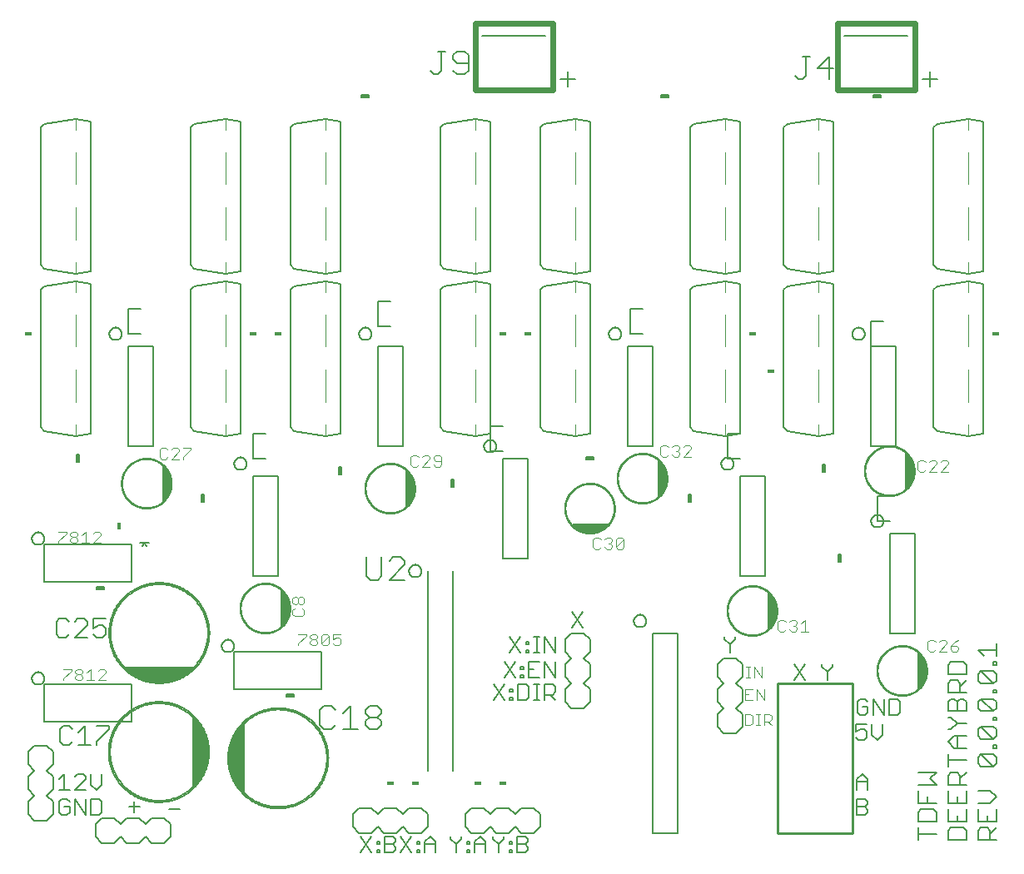
<source format=gto>
G75*
%MOIN*%
%OFA0B0*%
%FSLAX25Y25*%
%IPPOS*%
%LPD*%
%AMOC8*
5,1,8,0,0,1.08239X$1,22.5*
%
%ADD10C,0.00600*%
%ADD11C,0.00400*%
%ADD12C,0.00500*%
%ADD13C,0.00700*%
%ADD14C,0.00800*%
%ADD15C,0.02400*%
%ADD16C,0.00200*%
%ADD17R,0.03000X0.01800*%
%ADD18R,0.01800X0.03000*%
%ADD19C,0.01000*%
D10*
X0020968Y0019900D02*
X0023103Y0019900D01*
X0024170Y0020968D01*
X0024170Y0023103D01*
X0022035Y0023103D01*
X0019900Y0025238D02*
X0019900Y0020968D01*
X0020968Y0019900D01*
X0026345Y0019900D02*
X0026345Y0026305D01*
X0030616Y0019900D01*
X0030616Y0026305D01*
X0032791Y0026305D02*
X0035994Y0026305D01*
X0037061Y0025238D01*
X0037061Y0020968D01*
X0035994Y0019900D01*
X0032791Y0019900D01*
X0032791Y0026305D01*
X0034926Y0029900D02*
X0037061Y0032035D01*
X0037061Y0036305D01*
X0032791Y0036305D02*
X0032791Y0032035D01*
X0034926Y0029900D01*
X0030616Y0029900D02*
X0026345Y0029900D01*
X0030616Y0034170D01*
X0030616Y0035238D01*
X0029548Y0036305D01*
X0027413Y0036305D01*
X0026345Y0035238D01*
X0022035Y0036305D02*
X0022035Y0029900D01*
X0019900Y0029900D02*
X0024170Y0029900D01*
X0023103Y0026305D02*
X0020968Y0026305D01*
X0019900Y0025238D01*
X0023103Y0026305D02*
X0024170Y0025238D01*
X0019900Y0034170D02*
X0022035Y0036305D01*
X0021634Y0048022D02*
X0024103Y0048022D01*
X0025338Y0049256D01*
X0027766Y0048022D02*
X0032704Y0048022D01*
X0035133Y0048022D02*
X0035133Y0049256D01*
X0040070Y0054194D01*
X0040070Y0055428D01*
X0035133Y0055428D01*
X0030235Y0055428D02*
X0030235Y0048022D01*
X0027766Y0052960D02*
X0030235Y0055428D01*
X0025338Y0054194D02*
X0024103Y0055428D01*
X0021634Y0055428D01*
X0020400Y0054194D01*
X0020400Y0049256D01*
X0021634Y0048022D01*
X0050035Y0025238D02*
X0050035Y0020968D01*
X0047900Y0023103D02*
X0052170Y0023103D01*
X0063900Y0022103D02*
X0068170Y0022103D01*
X0140786Y0011305D02*
X0145057Y0004900D01*
X0147232Y0004900D02*
X0147232Y0005968D01*
X0148299Y0005968D01*
X0148299Y0004900D01*
X0147232Y0004900D01*
X0147232Y0008103D02*
X0147232Y0009170D01*
X0148299Y0009170D01*
X0148299Y0008103D01*
X0147232Y0008103D01*
X0150454Y0008103D02*
X0153657Y0008103D01*
X0154725Y0007035D01*
X0154725Y0005968D01*
X0153657Y0004900D01*
X0150454Y0004900D01*
X0150454Y0011305D01*
X0153657Y0011305D01*
X0154725Y0010238D01*
X0154725Y0009170D01*
X0153657Y0008103D01*
X0156786Y0011305D02*
X0161057Y0004900D01*
X0163232Y0004900D02*
X0163232Y0005968D01*
X0164299Y0005968D01*
X0164299Y0004900D01*
X0163232Y0004900D01*
X0163232Y0008103D02*
X0163232Y0009170D01*
X0164299Y0009170D01*
X0164299Y0008103D01*
X0163232Y0008103D01*
X0166454Y0008103D02*
X0170725Y0008103D01*
X0170725Y0009170D02*
X0170725Y0004900D01*
X0170725Y0009170D02*
X0168590Y0011305D01*
X0166454Y0009170D01*
X0166454Y0004900D01*
X0161057Y0011305D02*
X0156786Y0004900D01*
X0145057Y0011305D02*
X0140786Y0004900D01*
X0176786Y0010238D02*
X0178921Y0008103D01*
X0178921Y0004900D01*
X0178921Y0008103D02*
X0181057Y0010238D01*
X0181057Y0011305D01*
X0183232Y0009170D02*
X0183232Y0008103D01*
X0184299Y0008103D01*
X0184299Y0009170D01*
X0183232Y0009170D01*
X0183232Y0005968D02*
X0183232Y0004900D01*
X0184299Y0004900D01*
X0184299Y0005968D01*
X0183232Y0005968D01*
X0186454Y0004900D02*
X0186454Y0009170D01*
X0188590Y0011305D01*
X0190725Y0009170D01*
X0190725Y0004900D01*
X0190725Y0008103D02*
X0186454Y0008103D01*
X0193786Y0010238D02*
X0195921Y0008103D01*
X0195921Y0004900D01*
X0195921Y0008103D02*
X0198057Y0010238D01*
X0198057Y0011305D01*
X0200232Y0009170D02*
X0200232Y0008103D01*
X0201299Y0008103D01*
X0201299Y0009170D01*
X0200232Y0009170D01*
X0200232Y0005968D02*
X0200232Y0004900D01*
X0201299Y0004900D01*
X0201299Y0005968D01*
X0200232Y0005968D01*
X0203454Y0004900D02*
X0206657Y0004900D01*
X0207725Y0005968D01*
X0207725Y0007035D01*
X0206657Y0008103D01*
X0203454Y0008103D01*
X0203454Y0011305D02*
X0203454Y0004900D01*
X0206657Y0008103D02*
X0207725Y0009170D01*
X0207725Y0010238D01*
X0206657Y0011305D01*
X0203454Y0011305D01*
X0193786Y0011305D02*
X0193786Y0010238D01*
X0176786Y0010238D02*
X0176786Y0011305D01*
X0194044Y0065900D02*
X0198314Y0072305D01*
X0198341Y0074900D02*
X0202611Y0081305D01*
X0204786Y0079170D02*
X0204786Y0078103D01*
X0205854Y0078103D01*
X0205854Y0079170D01*
X0204786Y0079170D01*
X0204786Y0075968D02*
X0204786Y0074900D01*
X0205854Y0074900D01*
X0205854Y0075968D01*
X0204786Y0075968D01*
X0202611Y0074900D02*
X0198341Y0081305D01*
X0200489Y0084900D02*
X0204760Y0091305D01*
X0206935Y0089170D02*
X0206935Y0088103D01*
X0208002Y0088103D01*
X0208002Y0089170D01*
X0206935Y0089170D01*
X0206935Y0085968D02*
X0206935Y0084900D01*
X0208002Y0084900D01*
X0208002Y0085968D01*
X0206935Y0085968D01*
X0204760Y0084900D02*
X0200489Y0091305D01*
X0210157Y0091305D02*
X0212293Y0091305D01*
X0211225Y0091305D02*
X0211225Y0084900D01*
X0210157Y0084900D02*
X0212293Y0084900D01*
X0214454Y0084900D02*
X0214454Y0091305D01*
X0218725Y0084900D01*
X0218725Y0091305D01*
X0225455Y0094900D02*
X0229725Y0101305D01*
X0225455Y0101305D02*
X0229725Y0094900D01*
X0218725Y0081305D02*
X0218725Y0074900D01*
X0214454Y0081305D01*
X0214454Y0074900D01*
X0212279Y0074900D02*
X0208009Y0074900D01*
X0208009Y0081305D01*
X0212279Y0081305D01*
X0210144Y0078103D02*
X0208009Y0078103D01*
X0206915Y0072305D02*
X0203712Y0072305D01*
X0203712Y0065900D01*
X0206915Y0065900D01*
X0207982Y0066968D01*
X0207982Y0071238D01*
X0206915Y0072305D01*
X0210157Y0072305D02*
X0212293Y0072305D01*
X0211225Y0072305D02*
X0211225Y0065900D01*
X0210157Y0065900D02*
X0212293Y0065900D01*
X0214454Y0065900D02*
X0214454Y0072305D01*
X0217657Y0072305D01*
X0218725Y0071238D01*
X0218725Y0069103D01*
X0217657Y0068035D01*
X0214454Y0068035D01*
X0216590Y0068035D02*
X0218725Y0065900D01*
X0201557Y0065900D02*
X0200489Y0065900D01*
X0200489Y0066968D01*
X0201557Y0066968D01*
X0201557Y0065900D01*
X0201557Y0069103D02*
X0200489Y0069103D01*
X0200489Y0070170D01*
X0201557Y0070170D01*
X0201557Y0069103D01*
X0198314Y0065900D02*
X0194044Y0072305D01*
X0286455Y0090238D02*
X0288590Y0088103D01*
X0288590Y0084900D01*
X0288590Y0088103D02*
X0290725Y0090238D01*
X0290725Y0091305D01*
X0286455Y0091305D02*
X0286455Y0090238D01*
X0314455Y0080305D02*
X0318725Y0073900D01*
X0314455Y0073900D02*
X0318725Y0080305D01*
X0325455Y0080305D02*
X0325455Y0079238D01*
X0327590Y0077103D01*
X0327590Y0073900D01*
X0327590Y0077103D02*
X0329725Y0079238D01*
X0329725Y0080305D01*
X0340631Y0066305D02*
X0339563Y0065238D01*
X0339563Y0060968D01*
X0340631Y0059900D01*
X0342766Y0059900D01*
X0343834Y0060968D01*
X0343834Y0063103D01*
X0341699Y0063103D01*
X0343834Y0065238D02*
X0342766Y0066305D01*
X0340631Y0066305D01*
X0346009Y0066305D02*
X0350279Y0059900D01*
X0350279Y0066305D01*
X0352454Y0066305D02*
X0355657Y0066305D01*
X0356725Y0065238D01*
X0356725Y0060968D01*
X0355657Y0059900D01*
X0352454Y0059900D01*
X0352454Y0066305D01*
X0346009Y0066305D02*
X0346009Y0059900D01*
X0345454Y0056305D02*
X0345454Y0052035D01*
X0347590Y0049900D01*
X0349725Y0052035D01*
X0349725Y0056305D01*
X0343279Y0056305D02*
X0339009Y0056305D01*
X0339009Y0053103D01*
X0341144Y0054170D01*
X0342212Y0054170D01*
X0343279Y0053103D01*
X0343279Y0050968D01*
X0342212Y0049900D01*
X0340077Y0049900D01*
X0339009Y0050968D01*
X0341590Y0036305D02*
X0339455Y0034170D01*
X0339455Y0029900D01*
X0339455Y0033103D02*
X0343725Y0033103D01*
X0343725Y0034170D02*
X0343725Y0029900D01*
X0342657Y0026305D02*
X0339455Y0026305D01*
X0339455Y0019900D01*
X0342657Y0019900D01*
X0343725Y0020968D01*
X0343725Y0022035D01*
X0342657Y0023103D01*
X0339455Y0023103D01*
X0342657Y0023103D02*
X0343725Y0024170D01*
X0343725Y0025238D01*
X0342657Y0026305D01*
X0343725Y0034170D02*
X0341590Y0036305D01*
X0363894Y0036936D02*
X0371300Y0036936D01*
X0368831Y0034468D01*
X0371300Y0031999D01*
X0363894Y0031999D01*
X0363894Y0029570D02*
X0363894Y0024633D01*
X0371300Y0024633D01*
X0370066Y0022204D02*
X0365128Y0022204D01*
X0363894Y0020969D01*
X0363894Y0017266D01*
X0371300Y0017266D01*
X0371300Y0020969D01*
X0370066Y0022204D01*
X0367597Y0024633D02*
X0367597Y0027101D01*
X0375894Y0024633D02*
X0383300Y0024633D01*
X0383300Y0029570D01*
X0383300Y0031999D02*
X0375894Y0031999D01*
X0375894Y0035702D01*
X0377128Y0036936D01*
X0379597Y0036936D01*
X0380831Y0035702D01*
X0380831Y0031999D01*
X0380831Y0034468D02*
X0383300Y0036936D01*
X0387894Y0040600D02*
X0387894Y0043068D01*
X0389128Y0044303D01*
X0394066Y0039365D01*
X0395300Y0040600D01*
X0395300Y0043068D01*
X0394066Y0044303D01*
X0389128Y0044303D01*
X0394066Y0046731D02*
X0394066Y0047966D01*
X0395300Y0047966D01*
X0395300Y0046731D01*
X0394066Y0046731D01*
X0394066Y0050415D02*
X0389128Y0050415D01*
X0387894Y0051649D01*
X0387894Y0054118D01*
X0389128Y0055352D01*
X0394066Y0050415D01*
X0395300Y0051649D01*
X0395300Y0054118D01*
X0394066Y0055352D01*
X0389128Y0055352D01*
X0394066Y0057781D02*
X0394066Y0059015D01*
X0395300Y0059015D01*
X0395300Y0057781D01*
X0394066Y0057781D01*
X0394066Y0061464D02*
X0389128Y0061464D01*
X0387894Y0062698D01*
X0387894Y0065167D01*
X0389128Y0066402D01*
X0394066Y0061464D01*
X0395300Y0062698D01*
X0395300Y0065167D01*
X0394066Y0066402D01*
X0389128Y0066402D01*
X0394066Y0068830D02*
X0394066Y0070065D01*
X0395300Y0070065D01*
X0395300Y0068830D01*
X0394066Y0068830D01*
X0394066Y0072513D02*
X0389128Y0072513D01*
X0387894Y0073748D01*
X0387894Y0076217D01*
X0389128Y0077451D01*
X0394066Y0072513D01*
X0395300Y0073748D01*
X0395300Y0076217D01*
X0394066Y0077451D01*
X0389128Y0077451D01*
X0394066Y0079880D02*
X0394066Y0081114D01*
X0395300Y0081114D01*
X0395300Y0079880D01*
X0394066Y0079880D01*
X0395300Y0083563D02*
X0395300Y0088500D01*
X0395300Y0086032D02*
X0387894Y0086032D01*
X0390362Y0083563D01*
X0383300Y0079900D02*
X0383300Y0076197D01*
X0375894Y0076197D01*
X0375894Y0079900D01*
X0377128Y0081134D01*
X0382066Y0081134D01*
X0383300Y0079900D01*
X0383300Y0073768D02*
X0380831Y0071299D01*
X0380831Y0072533D02*
X0380831Y0068830D01*
X0380831Y0066402D02*
X0382066Y0066402D01*
X0383300Y0065167D01*
X0383300Y0061464D01*
X0375894Y0061464D01*
X0375894Y0065167D01*
X0377128Y0066402D01*
X0378362Y0066402D01*
X0379597Y0065167D01*
X0379597Y0061464D01*
X0377128Y0059035D02*
X0375894Y0059035D01*
X0377128Y0059035D02*
X0379597Y0056567D01*
X0383300Y0056567D01*
X0379597Y0056567D02*
X0377128Y0054098D01*
X0375894Y0054098D01*
X0378362Y0051669D02*
X0375894Y0049200D01*
X0378362Y0046731D01*
X0383300Y0046731D01*
X0379597Y0046731D02*
X0379597Y0051669D01*
X0378362Y0051669D02*
X0383300Y0051669D01*
X0375894Y0044303D02*
X0375894Y0039365D01*
X0375894Y0041834D02*
X0383300Y0041834D01*
X0387894Y0040600D02*
X0389128Y0039365D01*
X0394066Y0039365D01*
X0392831Y0029570D02*
X0387894Y0029570D01*
X0392831Y0029570D02*
X0395300Y0027101D01*
X0392831Y0024633D01*
X0387894Y0024633D01*
X0387894Y0022204D02*
X0387894Y0017266D01*
X0395300Y0017266D01*
X0395300Y0022204D01*
X0391597Y0019735D02*
X0391597Y0017266D01*
X0391597Y0014838D02*
X0392831Y0013603D01*
X0392831Y0009900D01*
X0392831Y0012369D02*
X0395300Y0014838D01*
X0391597Y0014838D02*
X0389128Y0014838D01*
X0387894Y0013603D01*
X0387894Y0009900D01*
X0395300Y0009900D01*
X0383300Y0009900D02*
X0383300Y0013603D01*
X0382066Y0014838D01*
X0377128Y0014838D01*
X0375894Y0013603D01*
X0375894Y0009900D01*
X0383300Y0009900D01*
X0383300Y0017266D02*
X0375894Y0017266D01*
X0375894Y0022204D01*
X0375894Y0024633D02*
X0375894Y0029570D01*
X0379597Y0027101D02*
X0379597Y0024633D01*
X0383300Y0022204D02*
X0383300Y0017266D01*
X0379597Y0017266D02*
X0379597Y0019735D01*
X0371300Y0012369D02*
X0363894Y0012369D01*
X0363894Y0009900D02*
X0363894Y0014838D01*
X0379597Y0065167D02*
X0380831Y0066402D01*
X0383300Y0068830D02*
X0375894Y0068830D01*
X0375894Y0072533D01*
X0377128Y0073768D01*
X0379597Y0073768D01*
X0380831Y0072533D01*
X0352600Y0137600D02*
X0347600Y0137600D01*
X0347600Y0147600D01*
X0352600Y0147600D01*
X0371600Y0173600D02*
X0384100Y0171600D01*
X0390100Y0172600D01*
X0390100Y0232600D01*
X0384100Y0233600D01*
X0371600Y0231600D01*
X0370100Y0230100D01*
X0370100Y0175100D01*
X0371600Y0173600D01*
X0350100Y0207600D02*
X0345100Y0207600D01*
X0345100Y0217600D01*
X0350100Y0217600D01*
X0330100Y0232600D02*
X0324100Y0233600D01*
X0311600Y0231600D01*
X0310100Y0230100D01*
X0310100Y0175100D01*
X0311600Y0173600D01*
X0324100Y0171600D01*
X0330100Y0172600D01*
X0330100Y0232600D01*
X0330100Y0237600D02*
X0330100Y0297600D01*
X0324100Y0298600D01*
X0311600Y0296600D01*
X0310100Y0295100D01*
X0310100Y0240100D01*
X0311600Y0238600D01*
X0324100Y0236600D01*
X0330100Y0237600D01*
X0292600Y0237600D02*
X0292600Y0297600D01*
X0286600Y0298600D01*
X0274100Y0296600D01*
X0272600Y0295100D01*
X0272600Y0240100D01*
X0274100Y0238600D01*
X0286600Y0236600D01*
X0292600Y0237600D01*
X0292600Y0232600D02*
X0286600Y0233600D01*
X0274100Y0231600D01*
X0272600Y0230100D01*
X0272600Y0175100D01*
X0274100Y0173600D01*
X0286600Y0171600D01*
X0292600Y0172600D01*
X0292600Y0232600D01*
X0253600Y0222600D02*
X0248600Y0222600D01*
X0248600Y0212600D01*
X0253600Y0212600D01*
X0232600Y0232600D02*
X0226600Y0233600D01*
X0214100Y0231600D01*
X0212600Y0230100D01*
X0212600Y0175100D01*
X0214100Y0173600D01*
X0226600Y0171600D01*
X0232600Y0172600D01*
X0232600Y0232600D01*
X0232600Y0237600D02*
X0232600Y0297600D01*
X0226600Y0298600D01*
X0214100Y0296600D01*
X0212600Y0295100D01*
X0212600Y0240100D01*
X0214100Y0238600D01*
X0226600Y0236600D01*
X0232600Y0237600D01*
X0192600Y0237600D02*
X0192600Y0297600D01*
X0186600Y0298600D01*
X0174100Y0296600D01*
X0172600Y0295100D01*
X0172600Y0240100D01*
X0174100Y0238600D01*
X0186600Y0236600D01*
X0192600Y0237600D01*
X0192600Y0232600D02*
X0186600Y0233600D01*
X0174100Y0231600D01*
X0172600Y0230100D01*
X0172600Y0175100D01*
X0174100Y0173600D01*
X0186600Y0171600D01*
X0192600Y0172600D01*
X0192600Y0232600D01*
X0152600Y0225600D02*
X0147600Y0225600D01*
X0147600Y0215600D01*
X0152600Y0215600D01*
X0132600Y0232600D02*
X0126600Y0233600D01*
X0114100Y0231600D01*
X0112600Y0230100D01*
X0112600Y0175100D01*
X0114100Y0173600D01*
X0126600Y0171600D01*
X0132600Y0172600D01*
X0132600Y0232600D01*
X0132600Y0237600D02*
X0126600Y0236600D01*
X0114100Y0238600D01*
X0112600Y0240100D01*
X0112600Y0295100D01*
X0114100Y0296600D01*
X0126600Y0298600D01*
X0132600Y0297600D01*
X0132600Y0237600D01*
X0092600Y0237600D02*
X0092600Y0297600D01*
X0086600Y0298600D01*
X0074100Y0296600D01*
X0072600Y0295100D01*
X0072600Y0240100D01*
X0074100Y0238600D01*
X0086600Y0236600D01*
X0092600Y0237600D01*
X0092600Y0232600D02*
X0086600Y0233600D01*
X0074100Y0231600D01*
X0072600Y0230100D01*
X0072600Y0175100D01*
X0074100Y0173600D01*
X0086600Y0171600D01*
X0092600Y0172600D01*
X0092600Y0232600D01*
X0052600Y0222600D02*
X0047600Y0222600D01*
X0047600Y0212600D01*
X0052600Y0212600D01*
X0032600Y0232600D02*
X0026600Y0233600D01*
X0014100Y0231600D01*
X0012600Y0230100D01*
X0012600Y0175100D01*
X0014100Y0173600D01*
X0026600Y0171600D01*
X0032600Y0172600D01*
X0032600Y0232600D01*
X0032600Y0237600D02*
X0032600Y0297600D01*
X0026600Y0298600D01*
X0014100Y0296600D01*
X0012600Y0295100D01*
X0012600Y0240100D01*
X0014100Y0238600D01*
X0026600Y0236600D01*
X0032600Y0237600D01*
X0097600Y0172600D02*
X0102600Y0172600D01*
X0097600Y0172600D02*
X0097600Y0162600D01*
X0102600Y0162600D01*
X0038570Y0098428D02*
X0033633Y0098428D01*
X0033633Y0094725D01*
X0036101Y0095960D01*
X0037336Y0095960D01*
X0038570Y0094725D01*
X0038570Y0092256D01*
X0037336Y0091022D01*
X0034867Y0091022D01*
X0033633Y0092256D01*
X0031204Y0091022D02*
X0026266Y0091022D01*
X0031204Y0095960D01*
X0031204Y0097194D01*
X0029969Y0098428D01*
X0027501Y0098428D01*
X0026266Y0097194D01*
X0023838Y0097194D02*
X0022603Y0098428D01*
X0020134Y0098428D01*
X0018900Y0097194D01*
X0018900Y0092256D01*
X0020134Y0091022D01*
X0022603Y0091022D01*
X0023838Y0092256D01*
X0192600Y0165600D02*
X0192600Y0175600D01*
X0197600Y0175600D01*
X0197600Y0165600D02*
X0192600Y0165600D01*
X0287600Y0162600D02*
X0287600Y0172600D01*
X0292600Y0172600D01*
X0292600Y0162600D02*
X0287600Y0162600D01*
X0370100Y0240100D02*
X0371600Y0238600D01*
X0384100Y0236600D01*
X0390100Y0237600D01*
X0390100Y0297600D01*
X0384100Y0298600D01*
X0371600Y0296600D01*
X0370100Y0295100D01*
X0370100Y0240100D01*
D11*
X0370706Y0162026D02*
X0369171Y0162026D01*
X0368404Y0161259D01*
X0366869Y0161259D02*
X0366102Y0162026D01*
X0364567Y0162026D01*
X0363800Y0161259D01*
X0363800Y0158189D01*
X0364567Y0157422D01*
X0366102Y0157422D01*
X0366869Y0158189D01*
X0368404Y0157422D02*
X0371473Y0160491D01*
X0371473Y0161259D01*
X0370706Y0162026D01*
X0373008Y0161259D02*
X0373775Y0162026D01*
X0375310Y0162026D01*
X0376077Y0161259D01*
X0376077Y0160491D01*
X0373008Y0157422D01*
X0376077Y0157422D01*
X0371473Y0157422D02*
X0368404Y0157422D01*
X0318542Y0098026D02*
X0318542Y0093422D01*
X0317008Y0093422D02*
X0320077Y0093422D01*
X0317008Y0096491D02*
X0318542Y0098026D01*
X0315473Y0097259D02*
X0315473Y0096491D01*
X0314706Y0095724D01*
X0315473Y0094957D01*
X0315473Y0094189D01*
X0314706Y0093422D01*
X0313171Y0093422D01*
X0312404Y0094189D01*
X0310869Y0094189D02*
X0310102Y0093422D01*
X0308567Y0093422D01*
X0307800Y0094189D01*
X0307800Y0097259D01*
X0308567Y0098026D01*
X0310102Y0098026D01*
X0310869Y0097259D01*
X0312404Y0097259D02*
X0313171Y0098026D01*
X0314706Y0098026D01*
X0315473Y0097259D01*
X0314706Y0095724D02*
X0313939Y0095724D01*
X0301265Y0079404D02*
X0301265Y0074800D01*
X0298196Y0079404D01*
X0298196Y0074800D01*
X0296661Y0074800D02*
X0295127Y0074800D01*
X0295894Y0074800D02*
X0295894Y0079404D01*
X0295127Y0079404D02*
X0296661Y0079404D01*
X0297661Y0070404D02*
X0294592Y0070404D01*
X0294592Y0065800D01*
X0297661Y0065800D01*
X0299196Y0065800D02*
X0299196Y0070404D01*
X0302265Y0065800D01*
X0302265Y0070404D01*
X0296127Y0068102D02*
X0294592Y0068102D01*
X0294523Y0060404D02*
X0296825Y0060404D01*
X0297592Y0059637D01*
X0297592Y0056567D01*
X0296825Y0055800D01*
X0294523Y0055800D01*
X0294523Y0060404D01*
X0299127Y0060404D02*
X0300661Y0060404D01*
X0299894Y0060404D02*
X0299894Y0055800D01*
X0299127Y0055800D02*
X0300661Y0055800D01*
X0302196Y0055800D02*
X0302196Y0060404D01*
X0304498Y0060404D01*
X0305265Y0059637D01*
X0305265Y0058102D01*
X0304498Y0057335D01*
X0302196Y0057335D01*
X0303731Y0057335D02*
X0305265Y0055800D01*
X0367800Y0086189D02*
X0368567Y0085422D01*
X0370102Y0085422D01*
X0370869Y0086189D01*
X0372404Y0085422D02*
X0375473Y0088491D01*
X0375473Y0089259D01*
X0374706Y0090026D01*
X0373171Y0090026D01*
X0372404Y0089259D01*
X0370869Y0089259D02*
X0370102Y0090026D01*
X0368567Y0090026D01*
X0367800Y0089259D01*
X0367800Y0086189D01*
X0372404Y0085422D02*
X0375473Y0085422D01*
X0377008Y0086189D02*
X0377775Y0085422D01*
X0379310Y0085422D01*
X0380077Y0086189D01*
X0380077Y0086957D01*
X0379310Y0087724D01*
X0377008Y0087724D01*
X0377008Y0086189D01*
X0377008Y0087724D02*
X0378542Y0089259D01*
X0380077Y0090026D01*
X0273077Y0163422D02*
X0270008Y0163422D01*
X0273077Y0166491D01*
X0273077Y0167259D01*
X0272310Y0168026D01*
X0270775Y0168026D01*
X0270008Y0167259D01*
X0268473Y0167259D02*
X0268473Y0166491D01*
X0267706Y0165724D01*
X0268473Y0164957D01*
X0268473Y0164189D01*
X0267706Y0163422D01*
X0266171Y0163422D01*
X0265404Y0164189D01*
X0263869Y0164189D02*
X0263102Y0163422D01*
X0261567Y0163422D01*
X0260800Y0164189D01*
X0260800Y0167259D01*
X0261567Y0168026D01*
X0263102Y0168026D01*
X0263869Y0167259D01*
X0265404Y0167259D02*
X0266171Y0168026D01*
X0267706Y0168026D01*
X0268473Y0167259D01*
X0267706Y0165724D02*
X0266939Y0165724D01*
X0245310Y0131026D02*
X0246077Y0130259D01*
X0243008Y0127189D01*
X0243775Y0126422D01*
X0245310Y0126422D01*
X0246077Y0127189D01*
X0246077Y0130259D01*
X0245310Y0131026D02*
X0243775Y0131026D01*
X0243008Y0130259D01*
X0243008Y0127189D01*
X0241473Y0127189D02*
X0240706Y0126422D01*
X0239171Y0126422D01*
X0238404Y0127189D01*
X0236869Y0127189D02*
X0236102Y0126422D01*
X0234567Y0126422D01*
X0233800Y0127189D01*
X0233800Y0130259D01*
X0234567Y0131026D01*
X0236102Y0131026D01*
X0236869Y0130259D01*
X0238404Y0130259D02*
X0239171Y0131026D01*
X0240706Y0131026D01*
X0241473Y0130259D01*
X0241473Y0129491D01*
X0240706Y0128724D01*
X0241473Y0127957D01*
X0241473Y0127189D01*
X0240706Y0128724D02*
X0239939Y0128724D01*
X0173077Y0160189D02*
X0172310Y0159422D01*
X0170775Y0159422D01*
X0170008Y0160189D01*
X0168473Y0159422D02*
X0165404Y0159422D01*
X0168473Y0162491D01*
X0168473Y0163259D01*
X0167706Y0164026D01*
X0166171Y0164026D01*
X0165404Y0163259D01*
X0163869Y0163259D02*
X0163102Y0164026D01*
X0161567Y0164026D01*
X0160800Y0163259D01*
X0160800Y0160189D01*
X0161567Y0159422D01*
X0163102Y0159422D01*
X0163869Y0160189D01*
X0170008Y0162491D02*
X0170008Y0163259D01*
X0170775Y0164026D01*
X0172310Y0164026D01*
X0173077Y0163259D01*
X0173077Y0160189D01*
X0173077Y0161724D02*
X0170775Y0161724D01*
X0170008Y0162491D01*
X0117255Y0107265D02*
X0118022Y0106498D01*
X0118022Y0104963D01*
X0117255Y0104196D01*
X0116487Y0104196D01*
X0115720Y0104963D01*
X0115720Y0106498D01*
X0116487Y0107265D01*
X0117255Y0107265D01*
X0115720Y0106498D02*
X0114953Y0107265D01*
X0114185Y0107265D01*
X0113418Y0106498D01*
X0113418Y0104963D01*
X0114185Y0104196D01*
X0114953Y0104196D01*
X0115720Y0104963D01*
X0114185Y0102661D02*
X0113418Y0101894D01*
X0113418Y0100359D01*
X0114185Y0099592D01*
X0117255Y0099592D01*
X0118022Y0100359D01*
X0118022Y0101894D01*
X0117255Y0102661D01*
X0115800Y0092404D02*
X0118869Y0092404D01*
X0118869Y0091637D01*
X0115800Y0088567D01*
X0115800Y0087800D01*
X0120404Y0088567D02*
X0120404Y0089335D01*
X0121171Y0090102D01*
X0122706Y0090102D01*
X0123473Y0089335D01*
X0123473Y0088567D01*
X0122706Y0087800D01*
X0121171Y0087800D01*
X0120404Y0088567D01*
X0121171Y0090102D02*
X0120404Y0090869D01*
X0120404Y0091637D01*
X0121171Y0092404D01*
X0122706Y0092404D01*
X0123473Y0091637D01*
X0123473Y0090869D01*
X0122706Y0090102D01*
X0125008Y0091637D02*
X0125775Y0092404D01*
X0127310Y0092404D01*
X0128077Y0091637D01*
X0125008Y0088567D01*
X0125775Y0087800D01*
X0127310Y0087800D01*
X0128077Y0088567D01*
X0128077Y0091637D01*
X0129612Y0092404D02*
X0129612Y0090102D01*
X0131146Y0090869D01*
X0131914Y0090869D01*
X0132681Y0090102D01*
X0132681Y0088567D01*
X0131914Y0087800D01*
X0130379Y0087800D01*
X0129612Y0088567D01*
X0129612Y0092404D02*
X0132681Y0092404D01*
X0125008Y0091637D02*
X0125008Y0088567D01*
X0038681Y0077637D02*
X0037914Y0078404D01*
X0036379Y0078404D01*
X0035612Y0077637D01*
X0038681Y0077637D02*
X0038681Y0076869D01*
X0035612Y0073800D01*
X0038681Y0073800D01*
X0034077Y0073800D02*
X0031008Y0073800D01*
X0032542Y0073800D02*
X0032542Y0078404D01*
X0031008Y0076869D01*
X0029473Y0076869D02*
X0028706Y0076102D01*
X0027171Y0076102D01*
X0026404Y0076869D01*
X0026404Y0077637D01*
X0027171Y0078404D01*
X0028706Y0078404D01*
X0029473Y0077637D01*
X0029473Y0076869D01*
X0028706Y0076102D02*
X0029473Y0075335D01*
X0029473Y0074567D01*
X0028706Y0073800D01*
X0027171Y0073800D01*
X0026404Y0074567D01*
X0026404Y0075335D01*
X0027171Y0076102D01*
X0024869Y0077637D02*
X0021800Y0074567D01*
X0021800Y0073800D01*
X0024869Y0077637D02*
X0024869Y0078404D01*
X0021800Y0078404D01*
X0019800Y0128800D02*
X0019800Y0129567D01*
X0022869Y0132637D01*
X0022869Y0133404D01*
X0019800Y0133404D01*
X0024404Y0132637D02*
X0024404Y0131869D01*
X0025171Y0131102D01*
X0026706Y0131102D01*
X0027473Y0130335D01*
X0027473Y0129567D01*
X0026706Y0128800D01*
X0025171Y0128800D01*
X0024404Y0129567D01*
X0024404Y0130335D01*
X0025171Y0131102D01*
X0026706Y0131102D02*
X0027473Y0131869D01*
X0027473Y0132637D01*
X0026706Y0133404D01*
X0025171Y0133404D01*
X0024404Y0132637D01*
X0029008Y0131869D02*
X0030542Y0133404D01*
X0030542Y0128800D01*
X0029008Y0128800D02*
X0032077Y0128800D01*
X0033612Y0128800D02*
X0036681Y0131869D01*
X0036681Y0132637D01*
X0035914Y0133404D01*
X0034379Y0133404D01*
X0033612Y0132637D01*
X0033612Y0128800D02*
X0036681Y0128800D01*
X0061067Y0162422D02*
X0062602Y0162422D01*
X0063369Y0163189D01*
X0064904Y0162422D02*
X0067973Y0165491D01*
X0067973Y0166259D01*
X0067206Y0167026D01*
X0065671Y0167026D01*
X0064904Y0166259D01*
X0063369Y0166259D02*
X0062602Y0167026D01*
X0061067Y0167026D01*
X0060300Y0166259D01*
X0060300Y0163189D01*
X0061067Y0162422D01*
X0064904Y0162422D02*
X0067973Y0162422D01*
X0069508Y0162422D02*
X0069508Y0163189D01*
X0072577Y0166259D01*
X0072577Y0167026D01*
X0069508Y0167026D01*
D12*
X0061600Y0160100D02*
X0061600Y0145600D01*
X0062100Y0145600D02*
X0062100Y0159600D01*
X0062600Y0159100D02*
X0062600Y0146100D01*
X0063100Y0147100D02*
X0063100Y0158600D01*
X0063600Y0157600D02*
X0063600Y0147600D01*
X0064100Y0148600D02*
X0064100Y0156600D01*
X0064600Y0155100D02*
X0064600Y0150100D01*
X0045300Y0152600D02*
X0045303Y0152841D01*
X0045312Y0153081D01*
X0045327Y0153321D01*
X0045347Y0153561D01*
X0045374Y0153800D01*
X0045406Y0154038D01*
X0045444Y0154275D01*
X0045488Y0154512D01*
X0045538Y0154747D01*
X0045594Y0154981D01*
X0045655Y0155214D01*
X0045722Y0155445D01*
X0045795Y0155674D01*
X0045873Y0155902D01*
X0045957Y0156127D01*
X0046046Y0156350D01*
X0046141Y0156571D01*
X0046241Y0156790D01*
X0046346Y0157006D01*
X0046457Y0157220D01*
X0046573Y0157430D01*
X0046694Y0157638D01*
X0046820Y0157843D01*
X0046952Y0158045D01*
X0047088Y0158243D01*
X0047229Y0158438D01*
X0047374Y0158629D01*
X0047524Y0158817D01*
X0047679Y0159001D01*
X0047839Y0159181D01*
X0048002Y0159357D01*
X0048170Y0159530D01*
X0048343Y0159698D01*
X0048519Y0159861D01*
X0048699Y0160021D01*
X0048883Y0160176D01*
X0049071Y0160326D01*
X0049262Y0160471D01*
X0049457Y0160612D01*
X0049655Y0160748D01*
X0049857Y0160880D01*
X0050062Y0161006D01*
X0050270Y0161127D01*
X0050480Y0161243D01*
X0050694Y0161354D01*
X0050910Y0161459D01*
X0051129Y0161559D01*
X0051350Y0161654D01*
X0051573Y0161743D01*
X0051798Y0161827D01*
X0052026Y0161905D01*
X0052255Y0161978D01*
X0052486Y0162045D01*
X0052719Y0162106D01*
X0052953Y0162162D01*
X0053188Y0162212D01*
X0053425Y0162256D01*
X0053662Y0162294D01*
X0053900Y0162326D01*
X0054139Y0162353D01*
X0054379Y0162373D01*
X0054619Y0162388D01*
X0054859Y0162397D01*
X0055100Y0162400D01*
X0055341Y0162397D01*
X0055581Y0162388D01*
X0055821Y0162373D01*
X0056061Y0162353D01*
X0056300Y0162326D01*
X0056538Y0162294D01*
X0056775Y0162256D01*
X0057012Y0162212D01*
X0057247Y0162162D01*
X0057481Y0162106D01*
X0057714Y0162045D01*
X0057945Y0161978D01*
X0058174Y0161905D01*
X0058402Y0161827D01*
X0058627Y0161743D01*
X0058850Y0161654D01*
X0059071Y0161559D01*
X0059290Y0161459D01*
X0059506Y0161354D01*
X0059720Y0161243D01*
X0059930Y0161127D01*
X0060138Y0161006D01*
X0060343Y0160880D01*
X0060545Y0160748D01*
X0060743Y0160612D01*
X0060938Y0160471D01*
X0061129Y0160326D01*
X0061317Y0160176D01*
X0061501Y0160021D01*
X0061681Y0159861D01*
X0061857Y0159698D01*
X0062030Y0159530D01*
X0062198Y0159357D01*
X0062361Y0159181D01*
X0062521Y0159001D01*
X0062676Y0158817D01*
X0062826Y0158629D01*
X0062971Y0158438D01*
X0063112Y0158243D01*
X0063248Y0158045D01*
X0063380Y0157843D01*
X0063506Y0157638D01*
X0063627Y0157430D01*
X0063743Y0157220D01*
X0063854Y0157006D01*
X0063959Y0156790D01*
X0064059Y0156571D01*
X0064154Y0156350D01*
X0064243Y0156127D01*
X0064327Y0155902D01*
X0064405Y0155674D01*
X0064478Y0155445D01*
X0064545Y0155214D01*
X0064606Y0154981D01*
X0064662Y0154747D01*
X0064712Y0154512D01*
X0064756Y0154275D01*
X0064794Y0154038D01*
X0064826Y0153800D01*
X0064853Y0153561D01*
X0064873Y0153321D01*
X0064888Y0153081D01*
X0064897Y0152841D01*
X0064900Y0152600D01*
X0064897Y0152359D01*
X0064888Y0152119D01*
X0064873Y0151879D01*
X0064853Y0151639D01*
X0064826Y0151400D01*
X0064794Y0151162D01*
X0064756Y0150925D01*
X0064712Y0150688D01*
X0064662Y0150453D01*
X0064606Y0150219D01*
X0064545Y0149986D01*
X0064478Y0149755D01*
X0064405Y0149526D01*
X0064327Y0149298D01*
X0064243Y0149073D01*
X0064154Y0148850D01*
X0064059Y0148629D01*
X0063959Y0148410D01*
X0063854Y0148194D01*
X0063743Y0147980D01*
X0063627Y0147770D01*
X0063506Y0147562D01*
X0063380Y0147357D01*
X0063248Y0147155D01*
X0063112Y0146957D01*
X0062971Y0146762D01*
X0062826Y0146571D01*
X0062676Y0146383D01*
X0062521Y0146199D01*
X0062361Y0146019D01*
X0062198Y0145843D01*
X0062030Y0145670D01*
X0061857Y0145502D01*
X0061681Y0145339D01*
X0061501Y0145179D01*
X0061317Y0145024D01*
X0061129Y0144874D01*
X0060938Y0144729D01*
X0060743Y0144588D01*
X0060545Y0144452D01*
X0060343Y0144320D01*
X0060138Y0144194D01*
X0059930Y0144073D01*
X0059720Y0143957D01*
X0059506Y0143846D01*
X0059290Y0143741D01*
X0059071Y0143641D01*
X0058850Y0143546D01*
X0058627Y0143457D01*
X0058402Y0143373D01*
X0058174Y0143295D01*
X0057945Y0143222D01*
X0057714Y0143155D01*
X0057481Y0143094D01*
X0057247Y0143038D01*
X0057012Y0142988D01*
X0056775Y0142944D01*
X0056538Y0142906D01*
X0056300Y0142874D01*
X0056061Y0142847D01*
X0055821Y0142827D01*
X0055581Y0142812D01*
X0055341Y0142803D01*
X0055100Y0142800D01*
X0054859Y0142803D01*
X0054619Y0142812D01*
X0054379Y0142827D01*
X0054139Y0142847D01*
X0053900Y0142874D01*
X0053662Y0142906D01*
X0053425Y0142944D01*
X0053188Y0142988D01*
X0052953Y0143038D01*
X0052719Y0143094D01*
X0052486Y0143155D01*
X0052255Y0143222D01*
X0052026Y0143295D01*
X0051798Y0143373D01*
X0051573Y0143457D01*
X0051350Y0143546D01*
X0051129Y0143641D01*
X0050910Y0143741D01*
X0050694Y0143846D01*
X0050480Y0143957D01*
X0050270Y0144073D01*
X0050062Y0144194D01*
X0049857Y0144320D01*
X0049655Y0144452D01*
X0049457Y0144588D01*
X0049262Y0144729D01*
X0049071Y0144874D01*
X0048883Y0145024D01*
X0048699Y0145179D01*
X0048519Y0145339D01*
X0048343Y0145502D01*
X0048170Y0145670D01*
X0048002Y0145843D01*
X0047839Y0146019D01*
X0047679Y0146199D01*
X0047524Y0146383D01*
X0047374Y0146571D01*
X0047229Y0146762D01*
X0047088Y0146957D01*
X0046952Y0147155D01*
X0046820Y0147357D01*
X0046694Y0147562D01*
X0046573Y0147770D01*
X0046457Y0147980D01*
X0046346Y0148194D01*
X0046241Y0148410D01*
X0046141Y0148629D01*
X0046046Y0148850D01*
X0045957Y0149073D01*
X0045873Y0149298D01*
X0045795Y0149526D01*
X0045722Y0149755D01*
X0045655Y0149986D01*
X0045594Y0150219D01*
X0045538Y0150453D01*
X0045488Y0150688D01*
X0045444Y0150925D01*
X0045406Y0151162D01*
X0045374Y0151400D01*
X0045347Y0151639D01*
X0045327Y0151879D01*
X0045312Y0152119D01*
X0045303Y0152359D01*
X0045300Y0152600D01*
X0045100Y0152600D02*
X0045103Y0152845D01*
X0045112Y0153091D01*
X0045127Y0153336D01*
X0045148Y0153580D01*
X0045175Y0153824D01*
X0045208Y0154067D01*
X0045247Y0154310D01*
X0045292Y0154551D01*
X0045343Y0154791D01*
X0045400Y0155030D01*
X0045462Y0155267D01*
X0045531Y0155503D01*
X0045605Y0155737D01*
X0045685Y0155969D01*
X0045770Y0156199D01*
X0045861Y0156427D01*
X0045958Y0156652D01*
X0046060Y0156876D01*
X0046168Y0157096D01*
X0046281Y0157314D01*
X0046399Y0157529D01*
X0046523Y0157741D01*
X0046651Y0157950D01*
X0046785Y0158156D01*
X0046924Y0158358D01*
X0047068Y0158557D01*
X0047217Y0158752D01*
X0047370Y0158944D01*
X0047528Y0159132D01*
X0047690Y0159316D01*
X0047858Y0159495D01*
X0048029Y0159671D01*
X0048205Y0159842D01*
X0048384Y0160010D01*
X0048568Y0160172D01*
X0048756Y0160330D01*
X0048948Y0160483D01*
X0049143Y0160632D01*
X0049342Y0160776D01*
X0049544Y0160915D01*
X0049750Y0161049D01*
X0049959Y0161177D01*
X0050171Y0161301D01*
X0050386Y0161419D01*
X0050604Y0161532D01*
X0050824Y0161640D01*
X0051048Y0161742D01*
X0051273Y0161839D01*
X0051501Y0161930D01*
X0051731Y0162015D01*
X0051963Y0162095D01*
X0052197Y0162169D01*
X0052433Y0162238D01*
X0052670Y0162300D01*
X0052909Y0162357D01*
X0053149Y0162408D01*
X0053390Y0162453D01*
X0053633Y0162492D01*
X0053876Y0162525D01*
X0054120Y0162552D01*
X0054364Y0162573D01*
X0054609Y0162588D01*
X0054855Y0162597D01*
X0055100Y0162600D01*
X0055345Y0162597D01*
X0055591Y0162588D01*
X0055836Y0162573D01*
X0056080Y0162552D01*
X0056324Y0162525D01*
X0056567Y0162492D01*
X0056810Y0162453D01*
X0057051Y0162408D01*
X0057291Y0162357D01*
X0057530Y0162300D01*
X0057767Y0162238D01*
X0058003Y0162169D01*
X0058237Y0162095D01*
X0058469Y0162015D01*
X0058699Y0161930D01*
X0058927Y0161839D01*
X0059152Y0161742D01*
X0059376Y0161640D01*
X0059596Y0161532D01*
X0059814Y0161419D01*
X0060029Y0161301D01*
X0060241Y0161177D01*
X0060450Y0161049D01*
X0060656Y0160915D01*
X0060858Y0160776D01*
X0061057Y0160632D01*
X0061252Y0160483D01*
X0061444Y0160330D01*
X0061632Y0160172D01*
X0061816Y0160010D01*
X0061995Y0159842D01*
X0062171Y0159671D01*
X0062342Y0159495D01*
X0062510Y0159316D01*
X0062672Y0159132D01*
X0062830Y0158944D01*
X0062983Y0158752D01*
X0063132Y0158557D01*
X0063276Y0158358D01*
X0063415Y0158156D01*
X0063549Y0157950D01*
X0063677Y0157741D01*
X0063801Y0157529D01*
X0063919Y0157314D01*
X0064032Y0157096D01*
X0064140Y0156876D01*
X0064242Y0156652D01*
X0064339Y0156427D01*
X0064430Y0156199D01*
X0064515Y0155969D01*
X0064595Y0155737D01*
X0064669Y0155503D01*
X0064738Y0155267D01*
X0064800Y0155030D01*
X0064857Y0154791D01*
X0064908Y0154551D01*
X0064953Y0154310D01*
X0064992Y0154067D01*
X0065025Y0153824D01*
X0065052Y0153580D01*
X0065073Y0153336D01*
X0065088Y0153091D01*
X0065097Y0152845D01*
X0065100Y0152600D01*
X0065097Y0152355D01*
X0065088Y0152109D01*
X0065073Y0151864D01*
X0065052Y0151620D01*
X0065025Y0151376D01*
X0064992Y0151133D01*
X0064953Y0150890D01*
X0064908Y0150649D01*
X0064857Y0150409D01*
X0064800Y0150170D01*
X0064738Y0149933D01*
X0064669Y0149697D01*
X0064595Y0149463D01*
X0064515Y0149231D01*
X0064430Y0149001D01*
X0064339Y0148773D01*
X0064242Y0148548D01*
X0064140Y0148324D01*
X0064032Y0148104D01*
X0063919Y0147886D01*
X0063801Y0147671D01*
X0063677Y0147459D01*
X0063549Y0147250D01*
X0063415Y0147044D01*
X0063276Y0146842D01*
X0063132Y0146643D01*
X0062983Y0146448D01*
X0062830Y0146256D01*
X0062672Y0146068D01*
X0062510Y0145884D01*
X0062342Y0145705D01*
X0062171Y0145529D01*
X0061995Y0145358D01*
X0061816Y0145190D01*
X0061632Y0145028D01*
X0061444Y0144870D01*
X0061252Y0144717D01*
X0061057Y0144568D01*
X0060858Y0144424D01*
X0060656Y0144285D01*
X0060450Y0144151D01*
X0060241Y0144023D01*
X0060029Y0143899D01*
X0059814Y0143781D01*
X0059596Y0143668D01*
X0059376Y0143560D01*
X0059152Y0143458D01*
X0058927Y0143361D01*
X0058699Y0143270D01*
X0058469Y0143185D01*
X0058237Y0143105D01*
X0058003Y0143031D01*
X0057767Y0142962D01*
X0057530Y0142900D01*
X0057291Y0142843D01*
X0057051Y0142792D01*
X0056810Y0142747D01*
X0056567Y0142708D01*
X0056324Y0142675D01*
X0056080Y0142648D01*
X0055836Y0142627D01*
X0055591Y0142612D01*
X0055345Y0142603D01*
X0055100Y0142600D01*
X0054855Y0142603D01*
X0054609Y0142612D01*
X0054364Y0142627D01*
X0054120Y0142648D01*
X0053876Y0142675D01*
X0053633Y0142708D01*
X0053390Y0142747D01*
X0053149Y0142792D01*
X0052909Y0142843D01*
X0052670Y0142900D01*
X0052433Y0142962D01*
X0052197Y0143031D01*
X0051963Y0143105D01*
X0051731Y0143185D01*
X0051501Y0143270D01*
X0051273Y0143361D01*
X0051048Y0143458D01*
X0050824Y0143560D01*
X0050604Y0143668D01*
X0050386Y0143781D01*
X0050171Y0143899D01*
X0049959Y0144023D01*
X0049750Y0144151D01*
X0049544Y0144285D01*
X0049342Y0144424D01*
X0049143Y0144568D01*
X0048948Y0144717D01*
X0048756Y0144870D01*
X0048568Y0145028D01*
X0048384Y0145190D01*
X0048205Y0145358D01*
X0048029Y0145529D01*
X0047858Y0145705D01*
X0047690Y0145884D01*
X0047528Y0146068D01*
X0047370Y0146256D01*
X0047217Y0146448D01*
X0047068Y0146643D01*
X0046924Y0146842D01*
X0046785Y0147044D01*
X0046651Y0147250D01*
X0046523Y0147459D01*
X0046399Y0147671D01*
X0046281Y0147886D01*
X0046168Y0148104D01*
X0046060Y0148324D01*
X0045958Y0148548D01*
X0045861Y0148773D01*
X0045770Y0149001D01*
X0045685Y0149231D01*
X0045605Y0149463D01*
X0045531Y0149697D01*
X0045462Y0149933D01*
X0045400Y0150170D01*
X0045343Y0150409D01*
X0045292Y0150649D01*
X0045247Y0150890D01*
X0045208Y0151133D01*
X0045175Y0151376D01*
X0045148Y0151620D01*
X0045127Y0151864D01*
X0045112Y0152109D01*
X0045103Y0152355D01*
X0045100Y0152600D01*
X0047600Y0167600D02*
X0057600Y0167600D01*
X0057600Y0207600D01*
X0047600Y0207600D01*
X0047600Y0167600D01*
X0028100Y0164100D02*
X0028100Y0161100D01*
X0027600Y0161100D01*
X0027100Y0161100D01*
X0027100Y0164100D01*
X0028100Y0164100D01*
X0027600Y0164100D02*
X0027600Y0161100D01*
X0009100Y0130600D02*
X0009102Y0130699D01*
X0009108Y0130799D01*
X0009118Y0130898D01*
X0009132Y0130996D01*
X0009149Y0131094D01*
X0009171Y0131191D01*
X0009196Y0131287D01*
X0009225Y0131382D01*
X0009258Y0131476D01*
X0009295Y0131568D01*
X0009335Y0131659D01*
X0009379Y0131748D01*
X0009427Y0131836D01*
X0009478Y0131921D01*
X0009532Y0132004D01*
X0009589Y0132086D01*
X0009650Y0132164D01*
X0009714Y0132241D01*
X0009780Y0132314D01*
X0009850Y0132385D01*
X0009922Y0132453D01*
X0009997Y0132519D01*
X0010075Y0132581D01*
X0010155Y0132640D01*
X0010237Y0132696D01*
X0010321Y0132748D01*
X0010408Y0132797D01*
X0010496Y0132843D01*
X0010586Y0132885D01*
X0010678Y0132924D01*
X0010771Y0132959D01*
X0010865Y0132990D01*
X0010961Y0133017D01*
X0011058Y0133040D01*
X0011155Y0133060D01*
X0011253Y0133076D01*
X0011352Y0133088D01*
X0011451Y0133096D01*
X0011550Y0133100D01*
X0011650Y0133100D01*
X0011749Y0133096D01*
X0011848Y0133088D01*
X0011947Y0133076D01*
X0012045Y0133060D01*
X0012142Y0133040D01*
X0012239Y0133017D01*
X0012335Y0132990D01*
X0012429Y0132959D01*
X0012522Y0132924D01*
X0012614Y0132885D01*
X0012704Y0132843D01*
X0012792Y0132797D01*
X0012879Y0132748D01*
X0012963Y0132696D01*
X0013045Y0132640D01*
X0013125Y0132581D01*
X0013203Y0132519D01*
X0013278Y0132453D01*
X0013350Y0132385D01*
X0013420Y0132314D01*
X0013486Y0132241D01*
X0013550Y0132164D01*
X0013611Y0132086D01*
X0013668Y0132004D01*
X0013722Y0131921D01*
X0013773Y0131836D01*
X0013821Y0131748D01*
X0013865Y0131659D01*
X0013905Y0131568D01*
X0013942Y0131476D01*
X0013975Y0131382D01*
X0014004Y0131287D01*
X0014029Y0131191D01*
X0014051Y0131094D01*
X0014068Y0130996D01*
X0014082Y0130898D01*
X0014092Y0130799D01*
X0014098Y0130699D01*
X0014100Y0130600D01*
X0014098Y0130501D01*
X0014092Y0130401D01*
X0014082Y0130302D01*
X0014068Y0130204D01*
X0014051Y0130106D01*
X0014029Y0130009D01*
X0014004Y0129913D01*
X0013975Y0129818D01*
X0013942Y0129724D01*
X0013905Y0129632D01*
X0013865Y0129541D01*
X0013821Y0129452D01*
X0013773Y0129364D01*
X0013722Y0129279D01*
X0013668Y0129196D01*
X0013611Y0129114D01*
X0013550Y0129036D01*
X0013486Y0128959D01*
X0013420Y0128886D01*
X0013350Y0128815D01*
X0013278Y0128747D01*
X0013203Y0128681D01*
X0013125Y0128619D01*
X0013045Y0128560D01*
X0012963Y0128504D01*
X0012879Y0128452D01*
X0012792Y0128403D01*
X0012704Y0128357D01*
X0012614Y0128315D01*
X0012522Y0128276D01*
X0012429Y0128241D01*
X0012335Y0128210D01*
X0012239Y0128183D01*
X0012142Y0128160D01*
X0012045Y0128140D01*
X0011947Y0128124D01*
X0011848Y0128112D01*
X0011749Y0128104D01*
X0011650Y0128100D01*
X0011550Y0128100D01*
X0011451Y0128104D01*
X0011352Y0128112D01*
X0011253Y0128124D01*
X0011155Y0128140D01*
X0011058Y0128160D01*
X0010961Y0128183D01*
X0010865Y0128210D01*
X0010771Y0128241D01*
X0010678Y0128276D01*
X0010586Y0128315D01*
X0010496Y0128357D01*
X0010408Y0128403D01*
X0010321Y0128452D01*
X0010237Y0128504D01*
X0010155Y0128560D01*
X0010075Y0128619D01*
X0009997Y0128681D01*
X0009922Y0128747D01*
X0009850Y0128815D01*
X0009780Y0128886D01*
X0009714Y0128959D01*
X0009650Y0129036D01*
X0009589Y0129114D01*
X0009532Y0129196D01*
X0009478Y0129279D01*
X0009427Y0129364D01*
X0009379Y0129452D01*
X0009335Y0129541D01*
X0009295Y0129632D01*
X0009258Y0129724D01*
X0009225Y0129818D01*
X0009196Y0129913D01*
X0009171Y0130009D01*
X0009149Y0130106D01*
X0009132Y0130204D01*
X0009118Y0130302D01*
X0009108Y0130401D01*
X0009102Y0130501D01*
X0009100Y0130600D01*
X0014100Y0128100D02*
X0049100Y0128100D01*
X0049100Y0113100D01*
X0014100Y0113100D01*
X0014100Y0128100D01*
X0035100Y0111100D02*
X0038100Y0111100D01*
X0038100Y0110100D01*
X0035100Y0110100D01*
X0035100Y0110600D01*
X0035100Y0111100D01*
X0035100Y0110600D02*
X0038100Y0110600D01*
X0040021Y0092757D02*
X0040027Y0093250D01*
X0040045Y0093742D01*
X0040075Y0094234D01*
X0040118Y0094725D01*
X0040172Y0095215D01*
X0040238Y0095703D01*
X0040317Y0096190D01*
X0040407Y0096674D01*
X0040509Y0097156D01*
X0040623Y0097636D01*
X0040748Y0098112D01*
X0040886Y0098586D01*
X0041034Y0099055D01*
X0041195Y0099521D01*
X0041366Y0099983D01*
X0041549Y0100441D01*
X0041744Y0100894D01*
X0041949Y0101342D01*
X0042165Y0101785D01*
X0042392Y0102222D01*
X0042630Y0102654D01*
X0042878Y0103080D01*
X0043136Y0103499D01*
X0043405Y0103912D01*
X0043684Y0104319D01*
X0043972Y0104718D01*
X0044271Y0105110D01*
X0044579Y0105495D01*
X0044896Y0105872D01*
X0045222Y0106241D01*
X0045558Y0106602D01*
X0045902Y0106955D01*
X0046255Y0107299D01*
X0046616Y0107635D01*
X0046985Y0107961D01*
X0047362Y0108278D01*
X0047747Y0108586D01*
X0048139Y0108885D01*
X0048538Y0109173D01*
X0048945Y0109452D01*
X0049358Y0109721D01*
X0049777Y0109979D01*
X0050203Y0110227D01*
X0050635Y0110465D01*
X0051072Y0110692D01*
X0051515Y0110908D01*
X0051963Y0111113D01*
X0052416Y0111308D01*
X0052874Y0111491D01*
X0053336Y0111662D01*
X0053802Y0111823D01*
X0054271Y0111971D01*
X0054745Y0112109D01*
X0055221Y0112234D01*
X0055701Y0112348D01*
X0056183Y0112450D01*
X0056667Y0112540D01*
X0057154Y0112619D01*
X0057642Y0112685D01*
X0058132Y0112739D01*
X0058623Y0112782D01*
X0059115Y0112812D01*
X0059607Y0112830D01*
X0060100Y0112836D01*
X0060593Y0112830D01*
X0061085Y0112812D01*
X0061577Y0112782D01*
X0062068Y0112739D01*
X0062558Y0112685D01*
X0063046Y0112619D01*
X0063533Y0112540D01*
X0064017Y0112450D01*
X0064499Y0112348D01*
X0064979Y0112234D01*
X0065455Y0112109D01*
X0065929Y0111971D01*
X0066398Y0111823D01*
X0066864Y0111662D01*
X0067326Y0111491D01*
X0067784Y0111308D01*
X0068237Y0111113D01*
X0068685Y0110908D01*
X0069128Y0110692D01*
X0069565Y0110465D01*
X0069997Y0110227D01*
X0070423Y0109979D01*
X0070842Y0109721D01*
X0071255Y0109452D01*
X0071662Y0109173D01*
X0072061Y0108885D01*
X0072453Y0108586D01*
X0072838Y0108278D01*
X0073215Y0107961D01*
X0073584Y0107635D01*
X0073945Y0107299D01*
X0074298Y0106955D01*
X0074642Y0106602D01*
X0074978Y0106241D01*
X0075304Y0105872D01*
X0075621Y0105495D01*
X0075929Y0105110D01*
X0076228Y0104718D01*
X0076516Y0104319D01*
X0076795Y0103912D01*
X0077064Y0103499D01*
X0077322Y0103080D01*
X0077570Y0102654D01*
X0077808Y0102222D01*
X0078035Y0101785D01*
X0078251Y0101342D01*
X0078456Y0100894D01*
X0078651Y0100441D01*
X0078834Y0099983D01*
X0079005Y0099521D01*
X0079166Y0099055D01*
X0079314Y0098586D01*
X0079452Y0098112D01*
X0079577Y0097636D01*
X0079691Y0097156D01*
X0079793Y0096674D01*
X0079883Y0096190D01*
X0079962Y0095703D01*
X0080028Y0095215D01*
X0080082Y0094725D01*
X0080125Y0094234D01*
X0080155Y0093742D01*
X0080173Y0093250D01*
X0080179Y0092757D01*
X0080173Y0092264D01*
X0080155Y0091772D01*
X0080125Y0091280D01*
X0080082Y0090789D01*
X0080028Y0090299D01*
X0079962Y0089811D01*
X0079883Y0089324D01*
X0079793Y0088840D01*
X0079691Y0088358D01*
X0079577Y0087878D01*
X0079452Y0087402D01*
X0079314Y0086928D01*
X0079166Y0086459D01*
X0079005Y0085993D01*
X0078834Y0085531D01*
X0078651Y0085073D01*
X0078456Y0084620D01*
X0078251Y0084172D01*
X0078035Y0083729D01*
X0077808Y0083292D01*
X0077570Y0082860D01*
X0077322Y0082434D01*
X0077064Y0082015D01*
X0076795Y0081602D01*
X0076516Y0081195D01*
X0076228Y0080796D01*
X0075929Y0080404D01*
X0075621Y0080019D01*
X0075304Y0079642D01*
X0074978Y0079273D01*
X0074642Y0078912D01*
X0074298Y0078559D01*
X0073945Y0078215D01*
X0073584Y0077879D01*
X0073215Y0077553D01*
X0072838Y0077236D01*
X0072453Y0076928D01*
X0072061Y0076629D01*
X0071662Y0076341D01*
X0071255Y0076062D01*
X0070842Y0075793D01*
X0070423Y0075535D01*
X0069997Y0075287D01*
X0069565Y0075049D01*
X0069128Y0074822D01*
X0068685Y0074606D01*
X0068237Y0074401D01*
X0067784Y0074206D01*
X0067326Y0074023D01*
X0066864Y0073852D01*
X0066398Y0073691D01*
X0065929Y0073543D01*
X0065455Y0073405D01*
X0064979Y0073280D01*
X0064499Y0073166D01*
X0064017Y0073064D01*
X0063533Y0072974D01*
X0063046Y0072895D01*
X0062558Y0072829D01*
X0062068Y0072775D01*
X0061577Y0072732D01*
X0061085Y0072702D01*
X0060593Y0072684D01*
X0060100Y0072678D01*
X0059607Y0072684D01*
X0059115Y0072702D01*
X0058623Y0072732D01*
X0058132Y0072775D01*
X0057642Y0072829D01*
X0057154Y0072895D01*
X0056667Y0072974D01*
X0056183Y0073064D01*
X0055701Y0073166D01*
X0055221Y0073280D01*
X0054745Y0073405D01*
X0054271Y0073543D01*
X0053802Y0073691D01*
X0053336Y0073852D01*
X0052874Y0074023D01*
X0052416Y0074206D01*
X0051963Y0074401D01*
X0051515Y0074606D01*
X0051072Y0074822D01*
X0050635Y0075049D01*
X0050203Y0075287D01*
X0049777Y0075535D01*
X0049358Y0075793D01*
X0048945Y0076062D01*
X0048538Y0076341D01*
X0048139Y0076629D01*
X0047747Y0076928D01*
X0047362Y0077236D01*
X0046985Y0077553D01*
X0046616Y0077879D01*
X0046255Y0078215D01*
X0045902Y0078559D01*
X0045558Y0078912D01*
X0045222Y0079273D01*
X0044896Y0079642D01*
X0044579Y0080019D01*
X0044271Y0080404D01*
X0043972Y0080796D01*
X0043684Y0081195D01*
X0043405Y0081602D01*
X0043136Y0082015D01*
X0042878Y0082434D01*
X0042630Y0082860D01*
X0042392Y0083292D01*
X0042165Y0083729D01*
X0041949Y0084172D01*
X0041744Y0084620D01*
X0041549Y0085073D01*
X0041366Y0085531D01*
X0041195Y0085993D01*
X0041034Y0086459D01*
X0040886Y0086928D01*
X0040748Y0087402D01*
X0040623Y0087878D01*
X0040509Y0088358D01*
X0040407Y0088840D01*
X0040317Y0089324D01*
X0040238Y0089811D01*
X0040172Y0090299D01*
X0040118Y0090789D01*
X0040075Y0091280D01*
X0040045Y0091772D01*
X0040027Y0092264D01*
X0040021Y0092757D01*
X0045533Y0078978D02*
X0074273Y0078978D01*
X0073880Y0078584D02*
X0045927Y0078584D01*
X0046320Y0078191D02*
X0073486Y0078191D01*
X0073092Y0077797D02*
X0047108Y0077797D01*
X0047502Y0077403D02*
X0048289Y0077403D01*
X0048289Y0077009D01*
X0047895Y0077009D01*
X0048289Y0077009D02*
X0071911Y0077009D01*
X0071911Y0076616D01*
X0071911Y0077009D02*
X0072305Y0077009D01*
X0072698Y0077403D02*
X0048289Y0077403D01*
X0048289Y0076616D02*
X0071517Y0076616D01*
X0071124Y0076222D02*
X0049076Y0076222D01*
X0049470Y0075828D02*
X0050257Y0075828D01*
X0050257Y0075435D01*
X0050257Y0075828D02*
X0050651Y0075828D01*
X0050651Y0075435D01*
X0069549Y0075435D01*
X0069943Y0075435D02*
X0067974Y0075435D01*
X0067974Y0075041D01*
X0069155Y0075041D01*
X0068368Y0074647D02*
X0051832Y0074647D01*
X0052620Y0074254D02*
X0067580Y0074254D01*
X0067974Y0075041D02*
X0050651Y0075041D01*
X0050651Y0075828D02*
X0070730Y0075828D01*
X0066399Y0073860D02*
X0053801Y0073860D01*
X0054982Y0073466D02*
X0065218Y0073466D01*
X0063250Y0073072D02*
X0056950Y0073072D01*
X0049100Y0072100D02*
X0014100Y0072100D01*
X0014100Y0057100D01*
X0049100Y0057100D01*
X0049100Y0072100D01*
X0073722Y0059273D02*
X0073722Y0030533D01*
X0074116Y0030927D02*
X0074116Y0058880D01*
X0074509Y0058486D02*
X0074509Y0031320D01*
X0074903Y0032108D02*
X0074903Y0058092D01*
X0075297Y0057698D02*
X0075297Y0033289D01*
X0075691Y0033289D01*
X0075691Y0032895D01*
X0075691Y0033289D02*
X0075691Y0056911D01*
X0076084Y0056911D01*
X0075691Y0056911D02*
X0075691Y0057305D01*
X0076084Y0056517D02*
X0076084Y0033289D01*
X0075297Y0033289D02*
X0075297Y0032502D01*
X0076478Y0034076D02*
X0076478Y0056124D01*
X0076872Y0055730D02*
X0076872Y0035651D01*
X0076872Y0035257D01*
X0076872Y0034470D01*
X0076872Y0035257D02*
X0077265Y0035257D01*
X0077265Y0035651D02*
X0076872Y0035651D01*
X0077265Y0035651D02*
X0077265Y0054549D01*
X0077265Y0054943D02*
X0077265Y0052974D01*
X0077659Y0052974D01*
X0077659Y0054155D01*
X0078053Y0053368D02*
X0078053Y0036832D01*
X0078446Y0037620D02*
X0078446Y0052580D01*
X0077659Y0052974D02*
X0077659Y0035651D01*
X0078840Y0038801D02*
X0078840Y0051399D01*
X0079234Y0050218D02*
X0079234Y0039982D01*
X0079628Y0041950D02*
X0079628Y0048250D01*
X0088072Y0045750D02*
X0088072Y0039450D01*
X0088466Y0037482D02*
X0088466Y0047718D01*
X0088860Y0048899D02*
X0088860Y0036301D01*
X0089254Y0035120D02*
X0089254Y0050080D01*
X0089647Y0050868D02*
X0089647Y0034332D01*
X0090041Y0034726D02*
X0090435Y0034726D01*
X0090435Y0032757D01*
X0090435Y0033151D02*
X0090435Y0052049D01*
X0090828Y0052049D01*
X0090828Y0052443D01*
X0090828Y0053230D01*
X0091222Y0053624D02*
X0091222Y0031576D01*
X0091616Y0031183D02*
X0091616Y0054411D01*
X0092009Y0054411D02*
X0092009Y0054805D01*
X0092009Y0054411D02*
X0092403Y0054411D01*
X0092403Y0030002D01*
X0092009Y0030395D02*
X0092009Y0030789D01*
X0091616Y0030789D01*
X0092009Y0030789D02*
X0092009Y0054411D01*
X0092403Y0054411D02*
X0092403Y0055198D01*
X0092797Y0055592D02*
X0092797Y0029608D01*
X0093191Y0029214D02*
X0093191Y0056380D01*
X0093584Y0056773D02*
X0093584Y0028820D01*
X0093978Y0028427D02*
X0093978Y0057167D01*
X0090828Y0052443D02*
X0090435Y0052443D01*
X0090828Y0052049D02*
X0090828Y0031970D01*
X0090041Y0033545D02*
X0090041Y0034726D01*
X0090041Y0052049D01*
X0087678Y0042600D02*
X0087684Y0043093D01*
X0087702Y0043585D01*
X0087732Y0044077D01*
X0087775Y0044568D01*
X0087829Y0045058D01*
X0087895Y0045546D01*
X0087974Y0046033D01*
X0088064Y0046517D01*
X0088166Y0046999D01*
X0088280Y0047479D01*
X0088405Y0047955D01*
X0088543Y0048429D01*
X0088691Y0048898D01*
X0088852Y0049364D01*
X0089023Y0049826D01*
X0089206Y0050284D01*
X0089401Y0050737D01*
X0089606Y0051185D01*
X0089822Y0051628D01*
X0090049Y0052065D01*
X0090287Y0052497D01*
X0090535Y0052923D01*
X0090793Y0053342D01*
X0091062Y0053755D01*
X0091341Y0054162D01*
X0091629Y0054561D01*
X0091928Y0054953D01*
X0092236Y0055338D01*
X0092553Y0055715D01*
X0092879Y0056084D01*
X0093215Y0056445D01*
X0093559Y0056798D01*
X0093912Y0057142D01*
X0094273Y0057478D01*
X0094642Y0057804D01*
X0095019Y0058121D01*
X0095404Y0058429D01*
X0095796Y0058728D01*
X0096195Y0059016D01*
X0096602Y0059295D01*
X0097015Y0059564D01*
X0097434Y0059822D01*
X0097860Y0060070D01*
X0098292Y0060308D01*
X0098729Y0060535D01*
X0099172Y0060751D01*
X0099620Y0060956D01*
X0100073Y0061151D01*
X0100531Y0061334D01*
X0100993Y0061505D01*
X0101459Y0061666D01*
X0101928Y0061814D01*
X0102402Y0061952D01*
X0102878Y0062077D01*
X0103358Y0062191D01*
X0103840Y0062293D01*
X0104324Y0062383D01*
X0104811Y0062462D01*
X0105299Y0062528D01*
X0105789Y0062582D01*
X0106280Y0062625D01*
X0106772Y0062655D01*
X0107264Y0062673D01*
X0107757Y0062679D01*
X0108250Y0062673D01*
X0108742Y0062655D01*
X0109234Y0062625D01*
X0109725Y0062582D01*
X0110215Y0062528D01*
X0110703Y0062462D01*
X0111190Y0062383D01*
X0111674Y0062293D01*
X0112156Y0062191D01*
X0112636Y0062077D01*
X0113112Y0061952D01*
X0113586Y0061814D01*
X0114055Y0061666D01*
X0114521Y0061505D01*
X0114983Y0061334D01*
X0115441Y0061151D01*
X0115894Y0060956D01*
X0116342Y0060751D01*
X0116785Y0060535D01*
X0117222Y0060308D01*
X0117654Y0060070D01*
X0118080Y0059822D01*
X0118499Y0059564D01*
X0118912Y0059295D01*
X0119319Y0059016D01*
X0119718Y0058728D01*
X0120110Y0058429D01*
X0120495Y0058121D01*
X0120872Y0057804D01*
X0121241Y0057478D01*
X0121602Y0057142D01*
X0121955Y0056798D01*
X0122299Y0056445D01*
X0122635Y0056084D01*
X0122961Y0055715D01*
X0123278Y0055338D01*
X0123586Y0054953D01*
X0123885Y0054561D01*
X0124173Y0054162D01*
X0124452Y0053755D01*
X0124721Y0053342D01*
X0124979Y0052923D01*
X0125227Y0052497D01*
X0125465Y0052065D01*
X0125692Y0051628D01*
X0125908Y0051185D01*
X0126113Y0050737D01*
X0126308Y0050284D01*
X0126491Y0049826D01*
X0126662Y0049364D01*
X0126823Y0048898D01*
X0126971Y0048429D01*
X0127109Y0047955D01*
X0127234Y0047479D01*
X0127348Y0046999D01*
X0127450Y0046517D01*
X0127540Y0046033D01*
X0127619Y0045546D01*
X0127685Y0045058D01*
X0127739Y0044568D01*
X0127782Y0044077D01*
X0127812Y0043585D01*
X0127830Y0043093D01*
X0127836Y0042600D01*
X0127830Y0042107D01*
X0127812Y0041615D01*
X0127782Y0041123D01*
X0127739Y0040632D01*
X0127685Y0040142D01*
X0127619Y0039654D01*
X0127540Y0039167D01*
X0127450Y0038683D01*
X0127348Y0038201D01*
X0127234Y0037721D01*
X0127109Y0037245D01*
X0126971Y0036771D01*
X0126823Y0036302D01*
X0126662Y0035836D01*
X0126491Y0035374D01*
X0126308Y0034916D01*
X0126113Y0034463D01*
X0125908Y0034015D01*
X0125692Y0033572D01*
X0125465Y0033135D01*
X0125227Y0032703D01*
X0124979Y0032277D01*
X0124721Y0031858D01*
X0124452Y0031445D01*
X0124173Y0031038D01*
X0123885Y0030639D01*
X0123586Y0030247D01*
X0123278Y0029862D01*
X0122961Y0029485D01*
X0122635Y0029116D01*
X0122299Y0028755D01*
X0121955Y0028402D01*
X0121602Y0028058D01*
X0121241Y0027722D01*
X0120872Y0027396D01*
X0120495Y0027079D01*
X0120110Y0026771D01*
X0119718Y0026472D01*
X0119319Y0026184D01*
X0118912Y0025905D01*
X0118499Y0025636D01*
X0118080Y0025378D01*
X0117654Y0025130D01*
X0117222Y0024892D01*
X0116785Y0024665D01*
X0116342Y0024449D01*
X0115894Y0024244D01*
X0115441Y0024049D01*
X0114983Y0023866D01*
X0114521Y0023695D01*
X0114055Y0023534D01*
X0113586Y0023386D01*
X0113112Y0023248D01*
X0112636Y0023123D01*
X0112156Y0023009D01*
X0111674Y0022907D01*
X0111190Y0022817D01*
X0110703Y0022738D01*
X0110215Y0022672D01*
X0109725Y0022618D01*
X0109234Y0022575D01*
X0108742Y0022545D01*
X0108250Y0022527D01*
X0107757Y0022521D01*
X0107264Y0022527D01*
X0106772Y0022545D01*
X0106280Y0022575D01*
X0105789Y0022618D01*
X0105299Y0022672D01*
X0104811Y0022738D01*
X0104324Y0022817D01*
X0103840Y0022907D01*
X0103358Y0023009D01*
X0102878Y0023123D01*
X0102402Y0023248D01*
X0101928Y0023386D01*
X0101459Y0023534D01*
X0100993Y0023695D01*
X0100531Y0023866D01*
X0100073Y0024049D01*
X0099620Y0024244D01*
X0099172Y0024449D01*
X0098729Y0024665D01*
X0098292Y0024892D01*
X0097860Y0025130D01*
X0097434Y0025378D01*
X0097015Y0025636D01*
X0096602Y0025905D01*
X0096195Y0026184D01*
X0095796Y0026472D01*
X0095404Y0026771D01*
X0095019Y0027079D01*
X0094642Y0027396D01*
X0094273Y0027722D01*
X0093912Y0028058D01*
X0093559Y0028402D01*
X0093215Y0028755D01*
X0092879Y0029116D01*
X0092553Y0029485D01*
X0092236Y0029862D01*
X0091928Y0030247D01*
X0091629Y0030639D01*
X0091341Y0031038D01*
X0091062Y0031445D01*
X0090793Y0031858D01*
X0090535Y0032277D01*
X0090287Y0032703D01*
X0090049Y0033135D01*
X0089822Y0033572D01*
X0089606Y0034015D01*
X0089401Y0034463D01*
X0089206Y0034916D01*
X0089023Y0035374D01*
X0088852Y0035836D01*
X0088691Y0036302D01*
X0088543Y0036771D01*
X0088405Y0037245D01*
X0088280Y0037721D01*
X0088166Y0038201D01*
X0088064Y0038683D01*
X0087974Y0039167D01*
X0087895Y0039654D01*
X0087829Y0040142D01*
X0087775Y0040632D01*
X0087732Y0041123D01*
X0087702Y0041615D01*
X0087684Y0042107D01*
X0087678Y0042600D01*
X0039864Y0045100D02*
X0039870Y0045593D01*
X0039888Y0046085D01*
X0039918Y0046577D01*
X0039961Y0047068D01*
X0040015Y0047558D01*
X0040081Y0048046D01*
X0040160Y0048533D01*
X0040250Y0049017D01*
X0040352Y0049499D01*
X0040466Y0049979D01*
X0040591Y0050455D01*
X0040729Y0050929D01*
X0040877Y0051398D01*
X0041038Y0051864D01*
X0041209Y0052326D01*
X0041392Y0052784D01*
X0041587Y0053237D01*
X0041792Y0053685D01*
X0042008Y0054128D01*
X0042235Y0054565D01*
X0042473Y0054997D01*
X0042721Y0055423D01*
X0042979Y0055842D01*
X0043248Y0056255D01*
X0043527Y0056662D01*
X0043815Y0057061D01*
X0044114Y0057453D01*
X0044422Y0057838D01*
X0044739Y0058215D01*
X0045065Y0058584D01*
X0045401Y0058945D01*
X0045745Y0059298D01*
X0046098Y0059642D01*
X0046459Y0059978D01*
X0046828Y0060304D01*
X0047205Y0060621D01*
X0047590Y0060929D01*
X0047982Y0061228D01*
X0048381Y0061516D01*
X0048788Y0061795D01*
X0049201Y0062064D01*
X0049620Y0062322D01*
X0050046Y0062570D01*
X0050478Y0062808D01*
X0050915Y0063035D01*
X0051358Y0063251D01*
X0051806Y0063456D01*
X0052259Y0063651D01*
X0052717Y0063834D01*
X0053179Y0064005D01*
X0053645Y0064166D01*
X0054114Y0064314D01*
X0054588Y0064452D01*
X0055064Y0064577D01*
X0055544Y0064691D01*
X0056026Y0064793D01*
X0056510Y0064883D01*
X0056997Y0064962D01*
X0057485Y0065028D01*
X0057975Y0065082D01*
X0058466Y0065125D01*
X0058958Y0065155D01*
X0059450Y0065173D01*
X0059943Y0065179D01*
X0060436Y0065173D01*
X0060928Y0065155D01*
X0061420Y0065125D01*
X0061911Y0065082D01*
X0062401Y0065028D01*
X0062889Y0064962D01*
X0063376Y0064883D01*
X0063860Y0064793D01*
X0064342Y0064691D01*
X0064822Y0064577D01*
X0065298Y0064452D01*
X0065772Y0064314D01*
X0066241Y0064166D01*
X0066707Y0064005D01*
X0067169Y0063834D01*
X0067627Y0063651D01*
X0068080Y0063456D01*
X0068528Y0063251D01*
X0068971Y0063035D01*
X0069408Y0062808D01*
X0069840Y0062570D01*
X0070266Y0062322D01*
X0070685Y0062064D01*
X0071098Y0061795D01*
X0071505Y0061516D01*
X0071904Y0061228D01*
X0072296Y0060929D01*
X0072681Y0060621D01*
X0073058Y0060304D01*
X0073427Y0059978D01*
X0073788Y0059642D01*
X0074141Y0059298D01*
X0074485Y0058945D01*
X0074821Y0058584D01*
X0075147Y0058215D01*
X0075464Y0057838D01*
X0075772Y0057453D01*
X0076071Y0057061D01*
X0076359Y0056662D01*
X0076638Y0056255D01*
X0076907Y0055842D01*
X0077165Y0055423D01*
X0077413Y0054997D01*
X0077651Y0054565D01*
X0077878Y0054128D01*
X0078094Y0053685D01*
X0078299Y0053237D01*
X0078494Y0052784D01*
X0078677Y0052326D01*
X0078848Y0051864D01*
X0079009Y0051398D01*
X0079157Y0050929D01*
X0079295Y0050455D01*
X0079420Y0049979D01*
X0079534Y0049499D01*
X0079636Y0049017D01*
X0079726Y0048533D01*
X0079805Y0048046D01*
X0079871Y0047558D01*
X0079925Y0047068D01*
X0079968Y0046577D01*
X0079998Y0046085D01*
X0080016Y0045593D01*
X0080022Y0045100D01*
X0080016Y0044607D01*
X0079998Y0044115D01*
X0079968Y0043623D01*
X0079925Y0043132D01*
X0079871Y0042642D01*
X0079805Y0042154D01*
X0079726Y0041667D01*
X0079636Y0041183D01*
X0079534Y0040701D01*
X0079420Y0040221D01*
X0079295Y0039745D01*
X0079157Y0039271D01*
X0079009Y0038802D01*
X0078848Y0038336D01*
X0078677Y0037874D01*
X0078494Y0037416D01*
X0078299Y0036963D01*
X0078094Y0036515D01*
X0077878Y0036072D01*
X0077651Y0035635D01*
X0077413Y0035203D01*
X0077165Y0034777D01*
X0076907Y0034358D01*
X0076638Y0033945D01*
X0076359Y0033538D01*
X0076071Y0033139D01*
X0075772Y0032747D01*
X0075464Y0032362D01*
X0075147Y0031985D01*
X0074821Y0031616D01*
X0074485Y0031255D01*
X0074141Y0030902D01*
X0073788Y0030558D01*
X0073427Y0030222D01*
X0073058Y0029896D01*
X0072681Y0029579D01*
X0072296Y0029271D01*
X0071904Y0028972D01*
X0071505Y0028684D01*
X0071098Y0028405D01*
X0070685Y0028136D01*
X0070266Y0027878D01*
X0069840Y0027630D01*
X0069408Y0027392D01*
X0068971Y0027165D01*
X0068528Y0026949D01*
X0068080Y0026744D01*
X0067627Y0026549D01*
X0067169Y0026366D01*
X0066707Y0026195D01*
X0066241Y0026034D01*
X0065772Y0025886D01*
X0065298Y0025748D01*
X0064822Y0025623D01*
X0064342Y0025509D01*
X0063860Y0025407D01*
X0063376Y0025317D01*
X0062889Y0025238D01*
X0062401Y0025172D01*
X0061911Y0025118D01*
X0061420Y0025075D01*
X0060928Y0025045D01*
X0060436Y0025027D01*
X0059943Y0025021D01*
X0059450Y0025027D01*
X0058958Y0025045D01*
X0058466Y0025075D01*
X0057975Y0025118D01*
X0057485Y0025172D01*
X0056997Y0025238D01*
X0056510Y0025317D01*
X0056026Y0025407D01*
X0055544Y0025509D01*
X0055064Y0025623D01*
X0054588Y0025748D01*
X0054114Y0025886D01*
X0053645Y0026034D01*
X0053179Y0026195D01*
X0052717Y0026366D01*
X0052259Y0026549D01*
X0051806Y0026744D01*
X0051358Y0026949D01*
X0050915Y0027165D01*
X0050478Y0027392D01*
X0050046Y0027630D01*
X0049620Y0027878D01*
X0049201Y0028136D01*
X0048788Y0028405D01*
X0048381Y0028684D01*
X0047982Y0028972D01*
X0047590Y0029271D01*
X0047205Y0029579D01*
X0046828Y0029896D01*
X0046459Y0030222D01*
X0046098Y0030558D01*
X0045745Y0030902D01*
X0045401Y0031255D01*
X0045065Y0031616D01*
X0044739Y0031985D01*
X0044422Y0032362D01*
X0044114Y0032747D01*
X0043815Y0033139D01*
X0043527Y0033538D01*
X0043248Y0033945D01*
X0042979Y0034358D01*
X0042721Y0034777D01*
X0042473Y0035203D01*
X0042235Y0035635D01*
X0042008Y0036072D01*
X0041792Y0036515D01*
X0041587Y0036963D01*
X0041392Y0037416D01*
X0041209Y0037874D01*
X0041038Y0038336D01*
X0040877Y0038802D01*
X0040729Y0039271D01*
X0040591Y0039745D01*
X0040466Y0040221D01*
X0040352Y0040701D01*
X0040250Y0041183D01*
X0040160Y0041667D01*
X0040081Y0042154D01*
X0040015Y0042642D01*
X0039961Y0043132D01*
X0039918Y0043623D01*
X0039888Y0044115D01*
X0039870Y0044607D01*
X0039864Y0045100D01*
X0009100Y0074600D02*
X0009102Y0074699D01*
X0009108Y0074799D01*
X0009118Y0074898D01*
X0009132Y0074996D01*
X0009149Y0075094D01*
X0009171Y0075191D01*
X0009196Y0075287D01*
X0009225Y0075382D01*
X0009258Y0075476D01*
X0009295Y0075568D01*
X0009335Y0075659D01*
X0009379Y0075748D01*
X0009427Y0075836D01*
X0009478Y0075921D01*
X0009532Y0076004D01*
X0009589Y0076086D01*
X0009650Y0076164D01*
X0009714Y0076241D01*
X0009780Y0076314D01*
X0009850Y0076385D01*
X0009922Y0076453D01*
X0009997Y0076519D01*
X0010075Y0076581D01*
X0010155Y0076640D01*
X0010237Y0076696D01*
X0010321Y0076748D01*
X0010408Y0076797D01*
X0010496Y0076843D01*
X0010586Y0076885D01*
X0010678Y0076924D01*
X0010771Y0076959D01*
X0010865Y0076990D01*
X0010961Y0077017D01*
X0011058Y0077040D01*
X0011155Y0077060D01*
X0011253Y0077076D01*
X0011352Y0077088D01*
X0011451Y0077096D01*
X0011550Y0077100D01*
X0011650Y0077100D01*
X0011749Y0077096D01*
X0011848Y0077088D01*
X0011947Y0077076D01*
X0012045Y0077060D01*
X0012142Y0077040D01*
X0012239Y0077017D01*
X0012335Y0076990D01*
X0012429Y0076959D01*
X0012522Y0076924D01*
X0012614Y0076885D01*
X0012704Y0076843D01*
X0012792Y0076797D01*
X0012879Y0076748D01*
X0012963Y0076696D01*
X0013045Y0076640D01*
X0013125Y0076581D01*
X0013203Y0076519D01*
X0013278Y0076453D01*
X0013350Y0076385D01*
X0013420Y0076314D01*
X0013486Y0076241D01*
X0013550Y0076164D01*
X0013611Y0076086D01*
X0013668Y0076004D01*
X0013722Y0075921D01*
X0013773Y0075836D01*
X0013821Y0075748D01*
X0013865Y0075659D01*
X0013905Y0075568D01*
X0013942Y0075476D01*
X0013975Y0075382D01*
X0014004Y0075287D01*
X0014029Y0075191D01*
X0014051Y0075094D01*
X0014068Y0074996D01*
X0014082Y0074898D01*
X0014092Y0074799D01*
X0014098Y0074699D01*
X0014100Y0074600D01*
X0014098Y0074501D01*
X0014092Y0074401D01*
X0014082Y0074302D01*
X0014068Y0074204D01*
X0014051Y0074106D01*
X0014029Y0074009D01*
X0014004Y0073913D01*
X0013975Y0073818D01*
X0013942Y0073724D01*
X0013905Y0073632D01*
X0013865Y0073541D01*
X0013821Y0073452D01*
X0013773Y0073364D01*
X0013722Y0073279D01*
X0013668Y0073196D01*
X0013611Y0073114D01*
X0013550Y0073036D01*
X0013486Y0072959D01*
X0013420Y0072886D01*
X0013350Y0072815D01*
X0013278Y0072747D01*
X0013203Y0072681D01*
X0013125Y0072619D01*
X0013045Y0072560D01*
X0012963Y0072504D01*
X0012879Y0072452D01*
X0012792Y0072403D01*
X0012704Y0072357D01*
X0012614Y0072315D01*
X0012522Y0072276D01*
X0012429Y0072241D01*
X0012335Y0072210D01*
X0012239Y0072183D01*
X0012142Y0072160D01*
X0012045Y0072140D01*
X0011947Y0072124D01*
X0011848Y0072112D01*
X0011749Y0072104D01*
X0011650Y0072100D01*
X0011550Y0072100D01*
X0011451Y0072104D01*
X0011352Y0072112D01*
X0011253Y0072124D01*
X0011155Y0072140D01*
X0011058Y0072160D01*
X0010961Y0072183D01*
X0010865Y0072210D01*
X0010771Y0072241D01*
X0010678Y0072276D01*
X0010586Y0072315D01*
X0010496Y0072357D01*
X0010408Y0072403D01*
X0010321Y0072452D01*
X0010237Y0072504D01*
X0010155Y0072560D01*
X0010075Y0072619D01*
X0009997Y0072681D01*
X0009922Y0072747D01*
X0009850Y0072815D01*
X0009780Y0072886D01*
X0009714Y0072959D01*
X0009650Y0073036D01*
X0009589Y0073114D01*
X0009532Y0073196D01*
X0009478Y0073279D01*
X0009427Y0073364D01*
X0009379Y0073452D01*
X0009335Y0073541D01*
X0009295Y0073632D01*
X0009258Y0073724D01*
X0009225Y0073818D01*
X0009196Y0073913D01*
X0009171Y0074009D01*
X0009149Y0074106D01*
X0009132Y0074204D01*
X0009118Y0074302D01*
X0009108Y0074401D01*
X0009102Y0074501D01*
X0009100Y0074600D01*
X0085100Y0087600D02*
X0085102Y0087699D01*
X0085108Y0087799D01*
X0085118Y0087898D01*
X0085132Y0087996D01*
X0085149Y0088094D01*
X0085171Y0088191D01*
X0085196Y0088287D01*
X0085225Y0088382D01*
X0085258Y0088476D01*
X0085295Y0088568D01*
X0085335Y0088659D01*
X0085379Y0088748D01*
X0085427Y0088836D01*
X0085478Y0088921D01*
X0085532Y0089004D01*
X0085589Y0089086D01*
X0085650Y0089164D01*
X0085714Y0089241D01*
X0085780Y0089314D01*
X0085850Y0089385D01*
X0085922Y0089453D01*
X0085997Y0089519D01*
X0086075Y0089581D01*
X0086155Y0089640D01*
X0086237Y0089696D01*
X0086321Y0089748D01*
X0086408Y0089797D01*
X0086496Y0089843D01*
X0086586Y0089885D01*
X0086678Y0089924D01*
X0086771Y0089959D01*
X0086865Y0089990D01*
X0086961Y0090017D01*
X0087058Y0090040D01*
X0087155Y0090060D01*
X0087253Y0090076D01*
X0087352Y0090088D01*
X0087451Y0090096D01*
X0087550Y0090100D01*
X0087650Y0090100D01*
X0087749Y0090096D01*
X0087848Y0090088D01*
X0087947Y0090076D01*
X0088045Y0090060D01*
X0088142Y0090040D01*
X0088239Y0090017D01*
X0088335Y0089990D01*
X0088429Y0089959D01*
X0088522Y0089924D01*
X0088614Y0089885D01*
X0088704Y0089843D01*
X0088792Y0089797D01*
X0088879Y0089748D01*
X0088963Y0089696D01*
X0089045Y0089640D01*
X0089125Y0089581D01*
X0089203Y0089519D01*
X0089278Y0089453D01*
X0089350Y0089385D01*
X0089420Y0089314D01*
X0089486Y0089241D01*
X0089550Y0089164D01*
X0089611Y0089086D01*
X0089668Y0089004D01*
X0089722Y0088921D01*
X0089773Y0088836D01*
X0089821Y0088748D01*
X0089865Y0088659D01*
X0089905Y0088568D01*
X0089942Y0088476D01*
X0089975Y0088382D01*
X0090004Y0088287D01*
X0090029Y0088191D01*
X0090051Y0088094D01*
X0090068Y0087996D01*
X0090082Y0087898D01*
X0090092Y0087799D01*
X0090098Y0087699D01*
X0090100Y0087600D01*
X0090098Y0087501D01*
X0090092Y0087401D01*
X0090082Y0087302D01*
X0090068Y0087204D01*
X0090051Y0087106D01*
X0090029Y0087009D01*
X0090004Y0086913D01*
X0089975Y0086818D01*
X0089942Y0086724D01*
X0089905Y0086632D01*
X0089865Y0086541D01*
X0089821Y0086452D01*
X0089773Y0086364D01*
X0089722Y0086279D01*
X0089668Y0086196D01*
X0089611Y0086114D01*
X0089550Y0086036D01*
X0089486Y0085959D01*
X0089420Y0085886D01*
X0089350Y0085815D01*
X0089278Y0085747D01*
X0089203Y0085681D01*
X0089125Y0085619D01*
X0089045Y0085560D01*
X0088963Y0085504D01*
X0088879Y0085452D01*
X0088792Y0085403D01*
X0088704Y0085357D01*
X0088614Y0085315D01*
X0088522Y0085276D01*
X0088429Y0085241D01*
X0088335Y0085210D01*
X0088239Y0085183D01*
X0088142Y0085160D01*
X0088045Y0085140D01*
X0087947Y0085124D01*
X0087848Y0085112D01*
X0087749Y0085104D01*
X0087650Y0085100D01*
X0087550Y0085100D01*
X0087451Y0085104D01*
X0087352Y0085112D01*
X0087253Y0085124D01*
X0087155Y0085140D01*
X0087058Y0085160D01*
X0086961Y0085183D01*
X0086865Y0085210D01*
X0086771Y0085241D01*
X0086678Y0085276D01*
X0086586Y0085315D01*
X0086496Y0085357D01*
X0086408Y0085403D01*
X0086321Y0085452D01*
X0086237Y0085504D01*
X0086155Y0085560D01*
X0086075Y0085619D01*
X0085997Y0085681D01*
X0085922Y0085747D01*
X0085850Y0085815D01*
X0085780Y0085886D01*
X0085714Y0085959D01*
X0085650Y0086036D01*
X0085589Y0086114D01*
X0085532Y0086196D01*
X0085478Y0086279D01*
X0085427Y0086364D01*
X0085379Y0086452D01*
X0085335Y0086541D01*
X0085295Y0086632D01*
X0085258Y0086724D01*
X0085225Y0086818D01*
X0085196Y0086913D01*
X0085171Y0087009D01*
X0085149Y0087106D01*
X0085132Y0087204D01*
X0085118Y0087302D01*
X0085108Y0087401D01*
X0085102Y0087501D01*
X0085100Y0087600D01*
X0090100Y0085100D02*
X0125100Y0085100D01*
X0125100Y0070100D01*
X0090100Y0070100D01*
X0090100Y0085100D01*
X0109100Y0095600D02*
X0109100Y0110100D01*
X0109600Y0109600D02*
X0109600Y0095600D01*
X0110100Y0096100D02*
X0110100Y0109100D01*
X0110600Y0108600D02*
X0110600Y0097100D01*
X0111100Y0097600D02*
X0111100Y0107600D01*
X0111600Y0106600D02*
X0111600Y0098600D01*
X0112100Y0100100D02*
X0112100Y0105100D01*
X0092800Y0102600D02*
X0092803Y0102841D01*
X0092812Y0103081D01*
X0092827Y0103321D01*
X0092847Y0103561D01*
X0092874Y0103800D01*
X0092906Y0104038D01*
X0092944Y0104275D01*
X0092988Y0104512D01*
X0093038Y0104747D01*
X0093094Y0104981D01*
X0093155Y0105214D01*
X0093222Y0105445D01*
X0093295Y0105674D01*
X0093373Y0105902D01*
X0093457Y0106127D01*
X0093546Y0106350D01*
X0093641Y0106571D01*
X0093741Y0106790D01*
X0093846Y0107006D01*
X0093957Y0107220D01*
X0094073Y0107430D01*
X0094194Y0107638D01*
X0094320Y0107843D01*
X0094452Y0108045D01*
X0094588Y0108243D01*
X0094729Y0108438D01*
X0094874Y0108629D01*
X0095024Y0108817D01*
X0095179Y0109001D01*
X0095339Y0109181D01*
X0095502Y0109357D01*
X0095670Y0109530D01*
X0095843Y0109698D01*
X0096019Y0109861D01*
X0096199Y0110021D01*
X0096383Y0110176D01*
X0096571Y0110326D01*
X0096762Y0110471D01*
X0096957Y0110612D01*
X0097155Y0110748D01*
X0097357Y0110880D01*
X0097562Y0111006D01*
X0097770Y0111127D01*
X0097980Y0111243D01*
X0098194Y0111354D01*
X0098410Y0111459D01*
X0098629Y0111559D01*
X0098850Y0111654D01*
X0099073Y0111743D01*
X0099298Y0111827D01*
X0099526Y0111905D01*
X0099755Y0111978D01*
X0099986Y0112045D01*
X0100219Y0112106D01*
X0100453Y0112162D01*
X0100688Y0112212D01*
X0100925Y0112256D01*
X0101162Y0112294D01*
X0101400Y0112326D01*
X0101639Y0112353D01*
X0101879Y0112373D01*
X0102119Y0112388D01*
X0102359Y0112397D01*
X0102600Y0112400D01*
X0102841Y0112397D01*
X0103081Y0112388D01*
X0103321Y0112373D01*
X0103561Y0112353D01*
X0103800Y0112326D01*
X0104038Y0112294D01*
X0104275Y0112256D01*
X0104512Y0112212D01*
X0104747Y0112162D01*
X0104981Y0112106D01*
X0105214Y0112045D01*
X0105445Y0111978D01*
X0105674Y0111905D01*
X0105902Y0111827D01*
X0106127Y0111743D01*
X0106350Y0111654D01*
X0106571Y0111559D01*
X0106790Y0111459D01*
X0107006Y0111354D01*
X0107220Y0111243D01*
X0107430Y0111127D01*
X0107638Y0111006D01*
X0107843Y0110880D01*
X0108045Y0110748D01*
X0108243Y0110612D01*
X0108438Y0110471D01*
X0108629Y0110326D01*
X0108817Y0110176D01*
X0109001Y0110021D01*
X0109181Y0109861D01*
X0109357Y0109698D01*
X0109530Y0109530D01*
X0109698Y0109357D01*
X0109861Y0109181D01*
X0110021Y0109001D01*
X0110176Y0108817D01*
X0110326Y0108629D01*
X0110471Y0108438D01*
X0110612Y0108243D01*
X0110748Y0108045D01*
X0110880Y0107843D01*
X0111006Y0107638D01*
X0111127Y0107430D01*
X0111243Y0107220D01*
X0111354Y0107006D01*
X0111459Y0106790D01*
X0111559Y0106571D01*
X0111654Y0106350D01*
X0111743Y0106127D01*
X0111827Y0105902D01*
X0111905Y0105674D01*
X0111978Y0105445D01*
X0112045Y0105214D01*
X0112106Y0104981D01*
X0112162Y0104747D01*
X0112212Y0104512D01*
X0112256Y0104275D01*
X0112294Y0104038D01*
X0112326Y0103800D01*
X0112353Y0103561D01*
X0112373Y0103321D01*
X0112388Y0103081D01*
X0112397Y0102841D01*
X0112400Y0102600D01*
X0112397Y0102359D01*
X0112388Y0102119D01*
X0112373Y0101879D01*
X0112353Y0101639D01*
X0112326Y0101400D01*
X0112294Y0101162D01*
X0112256Y0100925D01*
X0112212Y0100688D01*
X0112162Y0100453D01*
X0112106Y0100219D01*
X0112045Y0099986D01*
X0111978Y0099755D01*
X0111905Y0099526D01*
X0111827Y0099298D01*
X0111743Y0099073D01*
X0111654Y0098850D01*
X0111559Y0098629D01*
X0111459Y0098410D01*
X0111354Y0098194D01*
X0111243Y0097980D01*
X0111127Y0097770D01*
X0111006Y0097562D01*
X0110880Y0097357D01*
X0110748Y0097155D01*
X0110612Y0096957D01*
X0110471Y0096762D01*
X0110326Y0096571D01*
X0110176Y0096383D01*
X0110021Y0096199D01*
X0109861Y0096019D01*
X0109698Y0095843D01*
X0109530Y0095670D01*
X0109357Y0095502D01*
X0109181Y0095339D01*
X0109001Y0095179D01*
X0108817Y0095024D01*
X0108629Y0094874D01*
X0108438Y0094729D01*
X0108243Y0094588D01*
X0108045Y0094452D01*
X0107843Y0094320D01*
X0107638Y0094194D01*
X0107430Y0094073D01*
X0107220Y0093957D01*
X0107006Y0093846D01*
X0106790Y0093741D01*
X0106571Y0093641D01*
X0106350Y0093546D01*
X0106127Y0093457D01*
X0105902Y0093373D01*
X0105674Y0093295D01*
X0105445Y0093222D01*
X0105214Y0093155D01*
X0104981Y0093094D01*
X0104747Y0093038D01*
X0104512Y0092988D01*
X0104275Y0092944D01*
X0104038Y0092906D01*
X0103800Y0092874D01*
X0103561Y0092847D01*
X0103321Y0092827D01*
X0103081Y0092812D01*
X0102841Y0092803D01*
X0102600Y0092800D01*
X0102359Y0092803D01*
X0102119Y0092812D01*
X0101879Y0092827D01*
X0101639Y0092847D01*
X0101400Y0092874D01*
X0101162Y0092906D01*
X0100925Y0092944D01*
X0100688Y0092988D01*
X0100453Y0093038D01*
X0100219Y0093094D01*
X0099986Y0093155D01*
X0099755Y0093222D01*
X0099526Y0093295D01*
X0099298Y0093373D01*
X0099073Y0093457D01*
X0098850Y0093546D01*
X0098629Y0093641D01*
X0098410Y0093741D01*
X0098194Y0093846D01*
X0097980Y0093957D01*
X0097770Y0094073D01*
X0097562Y0094194D01*
X0097357Y0094320D01*
X0097155Y0094452D01*
X0096957Y0094588D01*
X0096762Y0094729D01*
X0096571Y0094874D01*
X0096383Y0095024D01*
X0096199Y0095179D01*
X0096019Y0095339D01*
X0095843Y0095502D01*
X0095670Y0095670D01*
X0095502Y0095843D01*
X0095339Y0096019D01*
X0095179Y0096199D01*
X0095024Y0096383D01*
X0094874Y0096571D01*
X0094729Y0096762D01*
X0094588Y0096957D01*
X0094452Y0097155D01*
X0094320Y0097357D01*
X0094194Y0097562D01*
X0094073Y0097770D01*
X0093957Y0097980D01*
X0093846Y0098194D01*
X0093741Y0098410D01*
X0093641Y0098629D01*
X0093546Y0098850D01*
X0093457Y0099073D01*
X0093373Y0099298D01*
X0093295Y0099526D01*
X0093222Y0099755D01*
X0093155Y0099986D01*
X0093094Y0100219D01*
X0093038Y0100453D01*
X0092988Y0100688D01*
X0092944Y0100925D01*
X0092906Y0101162D01*
X0092874Y0101400D01*
X0092847Y0101639D01*
X0092827Y0101879D01*
X0092812Y0102119D01*
X0092803Y0102359D01*
X0092800Y0102600D01*
X0092600Y0102600D02*
X0092603Y0102845D01*
X0092612Y0103091D01*
X0092627Y0103336D01*
X0092648Y0103580D01*
X0092675Y0103824D01*
X0092708Y0104067D01*
X0092747Y0104310D01*
X0092792Y0104551D01*
X0092843Y0104791D01*
X0092900Y0105030D01*
X0092962Y0105267D01*
X0093031Y0105503D01*
X0093105Y0105737D01*
X0093185Y0105969D01*
X0093270Y0106199D01*
X0093361Y0106427D01*
X0093458Y0106652D01*
X0093560Y0106876D01*
X0093668Y0107096D01*
X0093781Y0107314D01*
X0093899Y0107529D01*
X0094023Y0107741D01*
X0094151Y0107950D01*
X0094285Y0108156D01*
X0094424Y0108358D01*
X0094568Y0108557D01*
X0094717Y0108752D01*
X0094870Y0108944D01*
X0095028Y0109132D01*
X0095190Y0109316D01*
X0095358Y0109495D01*
X0095529Y0109671D01*
X0095705Y0109842D01*
X0095884Y0110010D01*
X0096068Y0110172D01*
X0096256Y0110330D01*
X0096448Y0110483D01*
X0096643Y0110632D01*
X0096842Y0110776D01*
X0097044Y0110915D01*
X0097250Y0111049D01*
X0097459Y0111177D01*
X0097671Y0111301D01*
X0097886Y0111419D01*
X0098104Y0111532D01*
X0098324Y0111640D01*
X0098548Y0111742D01*
X0098773Y0111839D01*
X0099001Y0111930D01*
X0099231Y0112015D01*
X0099463Y0112095D01*
X0099697Y0112169D01*
X0099933Y0112238D01*
X0100170Y0112300D01*
X0100409Y0112357D01*
X0100649Y0112408D01*
X0100890Y0112453D01*
X0101133Y0112492D01*
X0101376Y0112525D01*
X0101620Y0112552D01*
X0101864Y0112573D01*
X0102109Y0112588D01*
X0102355Y0112597D01*
X0102600Y0112600D01*
X0102845Y0112597D01*
X0103091Y0112588D01*
X0103336Y0112573D01*
X0103580Y0112552D01*
X0103824Y0112525D01*
X0104067Y0112492D01*
X0104310Y0112453D01*
X0104551Y0112408D01*
X0104791Y0112357D01*
X0105030Y0112300D01*
X0105267Y0112238D01*
X0105503Y0112169D01*
X0105737Y0112095D01*
X0105969Y0112015D01*
X0106199Y0111930D01*
X0106427Y0111839D01*
X0106652Y0111742D01*
X0106876Y0111640D01*
X0107096Y0111532D01*
X0107314Y0111419D01*
X0107529Y0111301D01*
X0107741Y0111177D01*
X0107950Y0111049D01*
X0108156Y0110915D01*
X0108358Y0110776D01*
X0108557Y0110632D01*
X0108752Y0110483D01*
X0108944Y0110330D01*
X0109132Y0110172D01*
X0109316Y0110010D01*
X0109495Y0109842D01*
X0109671Y0109671D01*
X0109842Y0109495D01*
X0110010Y0109316D01*
X0110172Y0109132D01*
X0110330Y0108944D01*
X0110483Y0108752D01*
X0110632Y0108557D01*
X0110776Y0108358D01*
X0110915Y0108156D01*
X0111049Y0107950D01*
X0111177Y0107741D01*
X0111301Y0107529D01*
X0111419Y0107314D01*
X0111532Y0107096D01*
X0111640Y0106876D01*
X0111742Y0106652D01*
X0111839Y0106427D01*
X0111930Y0106199D01*
X0112015Y0105969D01*
X0112095Y0105737D01*
X0112169Y0105503D01*
X0112238Y0105267D01*
X0112300Y0105030D01*
X0112357Y0104791D01*
X0112408Y0104551D01*
X0112453Y0104310D01*
X0112492Y0104067D01*
X0112525Y0103824D01*
X0112552Y0103580D01*
X0112573Y0103336D01*
X0112588Y0103091D01*
X0112597Y0102845D01*
X0112600Y0102600D01*
X0112597Y0102355D01*
X0112588Y0102109D01*
X0112573Y0101864D01*
X0112552Y0101620D01*
X0112525Y0101376D01*
X0112492Y0101133D01*
X0112453Y0100890D01*
X0112408Y0100649D01*
X0112357Y0100409D01*
X0112300Y0100170D01*
X0112238Y0099933D01*
X0112169Y0099697D01*
X0112095Y0099463D01*
X0112015Y0099231D01*
X0111930Y0099001D01*
X0111839Y0098773D01*
X0111742Y0098548D01*
X0111640Y0098324D01*
X0111532Y0098104D01*
X0111419Y0097886D01*
X0111301Y0097671D01*
X0111177Y0097459D01*
X0111049Y0097250D01*
X0110915Y0097044D01*
X0110776Y0096842D01*
X0110632Y0096643D01*
X0110483Y0096448D01*
X0110330Y0096256D01*
X0110172Y0096068D01*
X0110010Y0095884D01*
X0109842Y0095705D01*
X0109671Y0095529D01*
X0109495Y0095358D01*
X0109316Y0095190D01*
X0109132Y0095028D01*
X0108944Y0094870D01*
X0108752Y0094717D01*
X0108557Y0094568D01*
X0108358Y0094424D01*
X0108156Y0094285D01*
X0107950Y0094151D01*
X0107741Y0094023D01*
X0107529Y0093899D01*
X0107314Y0093781D01*
X0107096Y0093668D01*
X0106876Y0093560D01*
X0106652Y0093458D01*
X0106427Y0093361D01*
X0106199Y0093270D01*
X0105969Y0093185D01*
X0105737Y0093105D01*
X0105503Y0093031D01*
X0105267Y0092962D01*
X0105030Y0092900D01*
X0104791Y0092843D01*
X0104551Y0092792D01*
X0104310Y0092747D01*
X0104067Y0092708D01*
X0103824Y0092675D01*
X0103580Y0092648D01*
X0103336Y0092627D01*
X0103091Y0092612D01*
X0102845Y0092603D01*
X0102600Y0092600D01*
X0102355Y0092603D01*
X0102109Y0092612D01*
X0101864Y0092627D01*
X0101620Y0092648D01*
X0101376Y0092675D01*
X0101133Y0092708D01*
X0100890Y0092747D01*
X0100649Y0092792D01*
X0100409Y0092843D01*
X0100170Y0092900D01*
X0099933Y0092962D01*
X0099697Y0093031D01*
X0099463Y0093105D01*
X0099231Y0093185D01*
X0099001Y0093270D01*
X0098773Y0093361D01*
X0098548Y0093458D01*
X0098324Y0093560D01*
X0098104Y0093668D01*
X0097886Y0093781D01*
X0097671Y0093899D01*
X0097459Y0094023D01*
X0097250Y0094151D01*
X0097044Y0094285D01*
X0096842Y0094424D01*
X0096643Y0094568D01*
X0096448Y0094717D01*
X0096256Y0094870D01*
X0096068Y0095028D01*
X0095884Y0095190D01*
X0095705Y0095358D01*
X0095529Y0095529D01*
X0095358Y0095705D01*
X0095190Y0095884D01*
X0095028Y0096068D01*
X0094870Y0096256D01*
X0094717Y0096448D01*
X0094568Y0096643D01*
X0094424Y0096842D01*
X0094285Y0097044D01*
X0094151Y0097250D01*
X0094023Y0097459D01*
X0093899Y0097671D01*
X0093781Y0097886D01*
X0093668Y0098104D01*
X0093560Y0098324D01*
X0093458Y0098548D01*
X0093361Y0098773D01*
X0093270Y0099001D01*
X0093185Y0099231D01*
X0093105Y0099463D01*
X0093031Y0099697D01*
X0092962Y0099933D01*
X0092900Y0100170D01*
X0092843Y0100409D01*
X0092792Y0100649D01*
X0092747Y0100890D01*
X0092708Y0101133D01*
X0092675Y0101376D01*
X0092648Y0101620D01*
X0092627Y0101864D01*
X0092612Y0102109D01*
X0092603Y0102355D01*
X0092600Y0102600D01*
X0097600Y0115600D02*
X0107600Y0115600D01*
X0107600Y0155600D01*
X0097600Y0155600D01*
X0097600Y0115600D01*
X0078100Y0145100D02*
X0077100Y0145100D01*
X0077100Y0148100D01*
X0077600Y0148100D01*
X0078100Y0148100D01*
X0078100Y0145100D01*
X0077600Y0145100D02*
X0077600Y0148100D01*
X0090100Y0160600D02*
X0090102Y0160699D01*
X0090108Y0160799D01*
X0090118Y0160898D01*
X0090132Y0160996D01*
X0090149Y0161094D01*
X0090171Y0161191D01*
X0090196Y0161287D01*
X0090225Y0161382D01*
X0090258Y0161476D01*
X0090295Y0161568D01*
X0090335Y0161659D01*
X0090379Y0161748D01*
X0090427Y0161836D01*
X0090478Y0161921D01*
X0090532Y0162004D01*
X0090589Y0162086D01*
X0090650Y0162164D01*
X0090714Y0162241D01*
X0090780Y0162314D01*
X0090850Y0162385D01*
X0090922Y0162453D01*
X0090997Y0162519D01*
X0091075Y0162581D01*
X0091155Y0162640D01*
X0091237Y0162696D01*
X0091321Y0162748D01*
X0091408Y0162797D01*
X0091496Y0162843D01*
X0091586Y0162885D01*
X0091678Y0162924D01*
X0091771Y0162959D01*
X0091865Y0162990D01*
X0091961Y0163017D01*
X0092058Y0163040D01*
X0092155Y0163060D01*
X0092253Y0163076D01*
X0092352Y0163088D01*
X0092451Y0163096D01*
X0092550Y0163100D01*
X0092650Y0163100D01*
X0092749Y0163096D01*
X0092848Y0163088D01*
X0092947Y0163076D01*
X0093045Y0163060D01*
X0093142Y0163040D01*
X0093239Y0163017D01*
X0093335Y0162990D01*
X0093429Y0162959D01*
X0093522Y0162924D01*
X0093614Y0162885D01*
X0093704Y0162843D01*
X0093792Y0162797D01*
X0093879Y0162748D01*
X0093963Y0162696D01*
X0094045Y0162640D01*
X0094125Y0162581D01*
X0094203Y0162519D01*
X0094278Y0162453D01*
X0094350Y0162385D01*
X0094420Y0162314D01*
X0094486Y0162241D01*
X0094550Y0162164D01*
X0094611Y0162086D01*
X0094668Y0162004D01*
X0094722Y0161921D01*
X0094773Y0161836D01*
X0094821Y0161748D01*
X0094865Y0161659D01*
X0094905Y0161568D01*
X0094942Y0161476D01*
X0094975Y0161382D01*
X0095004Y0161287D01*
X0095029Y0161191D01*
X0095051Y0161094D01*
X0095068Y0160996D01*
X0095082Y0160898D01*
X0095092Y0160799D01*
X0095098Y0160699D01*
X0095100Y0160600D01*
X0095098Y0160501D01*
X0095092Y0160401D01*
X0095082Y0160302D01*
X0095068Y0160204D01*
X0095051Y0160106D01*
X0095029Y0160009D01*
X0095004Y0159913D01*
X0094975Y0159818D01*
X0094942Y0159724D01*
X0094905Y0159632D01*
X0094865Y0159541D01*
X0094821Y0159452D01*
X0094773Y0159364D01*
X0094722Y0159279D01*
X0094668Y0159196D01*
X0094611Y0159114D01*
X0094550Y0159036D01*
X0094486Y0158959D01*
X0094420Y0158886D01*
X0094350Y0158815D01*
X0094278Y0158747D01*
X0094203Y0158681D01*
X0094125Y0158619D01*
X0094045Y0158560D01*
X0093963Y0158504D01*
X0093879Y0158452D01*
X0093792Y0158403D01*
X0093704Y0158357D01*
X0093614Y0158315D01*
X0093522Y0158276D01*
X0093429Y0158241D01*
X0093335Y0158210D01*
X0093239Y0158183D01*
X0093142Y0158160D01*
X0093045Y0158140D01*
X0092947Y0158124D01*
X0092848Y0158112D01*
X0092749Y0158104D01*
X0092650Y0158100D01*
X0092550Y0158100D01*
X0092451Y0158104D01*
X0092352Y0158112D01*
X0092253Y0158124D01*
X0092155Y0158140D01*
X0092058Y0158160D01*
X0091961Y0158183D01*
X0091865Y0158210D01*
X0091771Y0158241D01*
X0091678Y0158276D01*
X0091586Y0158315D01*
X0091496Y0158357D01*
X0091408Y0158403D01*
X0091321Y0158452D01*
X0091237Y0158504D01*
X0091155Y0158560D01*
X0091075Y0158619D01*
X0090997Y0158681D01*
X0090922Y0158747D01*
X0090850Y0158815D01*
X0090780Y0158886D01*
X0090714Y0158959D01*
X0090650Y0159036D01*
X0090589Y0159114D01*
X0090532Y0159196D01*
X0090478Y0159279D01*
X0090427Y0159364D01*
X0090379Y0159452D01*
X0090335Y0159541D01*
X0090295Y0159632D01*
X0090258Y0159724D01*
X0090225Y0159818D01*
X0090196Y0159913D01*
X0090171Y0160009D01*
X0090149Y0160106D01*
X0090132Y0160204D01*
X0090118Y0160302D01*
X0090108Y0160401D01*
X0090102Y0160501D01*
X0090100Y0160600D01*
X0132100Y0159100D02*
X0132100Y0156100D01*
X0132600Y0156100D01*
X0133100Y0156100D01*
X0133100Y0159100D01*
X0132100Y0159100D01*
X0132600Y0159100D02*
X0132600Y0156100D01*
X0147600Y0167600D02*
X0157600Y0167600D01*
X0157600Y0207600D01*
X0147600Y0207600D01*
X0147600Y0167600D01*
X0159100Y0158100D02*
X0159100Y0143600D01*
X0159600Y0143600D02*
X0159600Y0157600D01*
X0160100Y0157100D02*
X0160100Y0144100D01*
X0160600Y0145100D02*
X0160600Y0156600D01*
X0161100Y0155600D02*
X0161100Y0145600D01*
X0161600Y0146600D02*
X0161600Y0154600D01*
X0162100Y0153100D02*
X0162100Y0148100D01*
X0142800Y0150600D02*
X0142803Y0150841D01*
X0142812Y0151081D01*
X0142827Y0151321D01*
X0142847Y0151561D01*
X0142874Y0151800D01*
X0142906Y0152038D01*
X0142944Y0152275D01*
X0142988Y0152512D01*
X0143038Y0152747D01*
X0143094Y0152981D01*
X0143155Y0153214D01*
X0143222Y0153445D01*
X0143295Y0153674D01*
X0143373Y0153902D01*
X0143457Y0154127D01*
X0143546Y0154350D01*
X0143641Y0154571D01*
X0143741Y0154790D01*
X0143846Y0155006D01*
X0143957Y0155220D01*
X0144073Y0155430D01*
X0144194Y0155638D01*
X0144320Y0155843D01*
X0144452Y0156045D01*
X0144588Y0156243D01*
X0144729Y0156438D01*
X0144874Y0156629D01*
X0145024Y0156817D01*
X0145179Y0157001D01*
X0145339Y0157181D01*
X0145502Y0157357D01*
X0145670Y0157530D01*
X0145843Y0157698D01*
X0146019Y0157861D01*
X0146199Y0158021D01*
X0146383Y0158176D01*
X0146571Y0158326D01*
X0146762Y0158471D01*
X0146957Y0158612D01*
X0147155Y0158748D01*
X0147357Y0158880D01*
X0147562Y0159006D01*
X0147770Y0159127D01*
X0147980Y0159243D01*
X0148194Y0159354D01*
X0148410Y0159459D01*
X0148629Y0159559D01*
X0148850Y0159654D01*
X0149073Y0159743D01*
X0149298Y0159827D01*
X0149526Y0159905D01*
X0149755Y0159978D01*
X0149986Y0160045D01*
X0150219Y0160106D01*
X0150453Y0160162D01*
X0150688Y0160212D01*
X0150925Y0160256D01*
X0151162Y0160294D01*
X0151400Y0160326D01*
X0151639Y0160353D01*
X0151879Y0160373D01*
X0152119Y0160388D01*
X0152359Y0160397D01*
X0152600Y0160400D01*
X0152841Y0160397D01*
X0153081Y0160388D01*
X0153321Y0160373D01*
X0153561Y0160353D01*
X0153800Y0160326D01*
X0154038Y0160294D01*
X0154275Y0160256D01*
X0154512Y0160212D01*
X0154747Y0160162D01*
X0154981Y0160106D01*
X0155214Y0160045D01*
X0155445Y0159978D01*
X0155674Y0159905D01*
X0155902Y0159827D01*
X0156127Y0159743D01*
X0156350Y0159654D01*
X0156571Y0159559D01*
X0156790Y0159459D01*
X0157006Y0159354D01*
X0157220Y0159243D01*
X0157430Y0159127D01*
X0157638Y0159006D01*
X0157843Y0158880D01*
X0158045Y0158748D01*
X0158243Y0158612D01*
X0158438Y0158471D01*
X0158629Y0158326D01*
X0158817Y0158176D01*
X0159001Y0158021D01*
X0159181Y0157861D01*
X0159357Y0157698D01*
X0159530Y0157530D01*
X0159698Y0157357D01*
X0159861Y0157181D01*
X0160021Y0157001D01*
X0160176Y0156817D01*
X0160326Y0156629D01*
X0160471Y0156438D01*
X0160612Y0156243D01*
X0160748Y0156045D01*
X0160880Y0155843D01*
X0161006Y0155638D01*
X0161127Y0155430D01*
X0161243Y0155220D01*
X0161354Y0155006D01*
X0161459Y0154790D01*
X0161559Y0154571D01*
X0161654Y0154350D01*
X0161743Y0154127D01*
X0161827Y0153902D01*
X0161905Y0153674D01*
X0161978Y0153445D01*
X0162045Y0153214D01*
X0162106Y0152981D01*
X0162162Y0152747D01*
X0162212Y0152512D01*
X0162256Y0152275D01*
X0162294Y0152038D01*
X0162326Y0151800D01*
X0162353Y0151561D01*
X0162373Y0151321D01*
X0162388Y0151081D01*
X0162397Y0150841D01*
X0162400Y0150600D01*
X0162397Y0150359D01*
X0162388Y0150119D01*
X0162373Y0149879D01*
X0162353Y0149639D01*
X0162326Y0149400D01*
X0162294Y0149162D01*
X0162256Y0148925D01*
X0162212Y0148688D01*
X0162162Y0148453D01*
X0162106Y0148219D01*
X0162045Y0147986D01*
X0161978Y0147755D01*
X0161905Y0147526D01*
X0161827Y0147298D01*
X0161743Y0147073D01*
X0161654Y0146850D01*
X0161559Y0146629D01*
X0161459Y0146410D01*
X0161354Y0146194D01*
X0161243Y0145980D01*
X0161127Y0145770D01*
X0161006Y0145562D01*
X0160880Y0145357D01*
X0160748Y0145155D01*
X0160612Y0144957D01*
X0160471Y0144762D01*
X0160326Y0144571D01*
X0160176Y0144383D01*
X0160021Y0144199D01*
X0159861Y0144019D01*
X0159698Y0143843D01*
X0159530Y0143670D01*
X0159357Y0143502D01*
X0159181Y0143339D01*
X0159001Y0143179D01*
X0158817Y0143024D01*
X0158629Y0142874D01*
X0158438Y0142729D01*
X0158243Y0142588D01*
X0158045Y0142452D01*
X0157843Y0142320D01*
X0157638Y0142194D01*
X0157430Y0142073D01*
X0157220Y0141957D01*
X0157006Y0141846D01*
X0156790Y0141741D01*
X0156571Y0141641D01*
X0156350Y0141546D01*
X0156127Y0141457D01*
X0155902Y0141373D01*
X0155674Y0141295D01*
X0155445Y0141222D01*
X0155214Y0141155D01*
X0154981Y0141094D01*
X0154747Y0141038D01*
X0154512Y0140988D01*
X0154275Y0140944D01*
X0154038Y0140906D01*
X0153800Y0140874D01*
X0153561Y0140847D01*
X0153321Y0140827D01*
X0153081Y0140812D01*
X0152841Y0140803D01*
X0152600Y0140800D01*
X0152359Y0140803D01*
X0152119Y0140812D01*
X0151879Y0140827D01*
X0151639Y0140847D01*
X0151400Y0140874D01*
X0151162Y0140906D01*
X0150925Y0140944D01*
X0150688Y0140988D01*
X0150453Y0141038D01*
X0150219Y0141094D01*
X0149986Y0141155D01*
X0149755Y0141222D01*
X0149526Y0141295D01*
X0149298Y0141373D01*
X0149073Y0141457D01*
X0148850Y0141546D01*
X0148629Y0141641D01*
X0148410Y0141741D01*
X0148194Y0141846D01*
X0147980Y0141957D01*
X0147770Y0142073D01*
X0147562Y0142194D01*
X0147357Y0142320D01*
X0147155Y0142452D01*
X0146957Y0142588D01*
X0146762Y0142729D01*
X0146571Y0142874D01*
X0146383Y0143024D01*
X0146199Y0143179D01*
X0146019Y0143339D01*
X0145843Y0143502D01*
X0145670Y0143670D01*
X0145502Y0143843D01*
X0145339Y0144019D01*
X0145179Y0144199D01*
X0145024Y0144383D01*
X0144874Y0144571D01*
X0144729Y0144762D01*
X0144588Y0144957D01*
X0144452Y0145155D01*
X0144320Y0145357D01*
X0144194Y0145562D01*
X0144073Y0145770D01*
X0143957Y0145980D01*
X0143846Y0146194D01*
X0143741Y0146410D01*
X0143641Y0146629D01*
X0143546Y0146850D01*
X0143457Y0147073D01*
X0143373Y0147298D01*
X0143295Y0147526D01*
X0143222Y0147755D01*
X0143155Y0147986D01*
X0143094Y0148219D01*
X0143038Y0148453D01*
X0142988Y0148688D01*
X0142944Y0148925D01*
X0142906Y0149162D01*
X0142874Y0149400D01*
X0142847Y0149639D01*
X0142827Y0149879D01*
X0142812Y0150119D01*
X0142803Y0150359D01*
X0142800Y0150600D01*
X0142600Y0150600D02*
X0142603Y0150845D01*
X0142612Y0151091D01*
X0142627Y0151336D01*
X0142648Y0151580D01*
X0142675Y0151824D01*
X0142708Y0152067D01*
X0142747Y0152310D01*
X0142792Y0152551D01*
X0142843Y0152791D01*
X0142900Y0153030D01*
X0142962Y0153267D01*
X0143031Y0153503D01*
X0143105Y0153737D01*
X0143185Y0153969D01*
X0143270Y0154199D01*
X0143361Y0154427D01*
X0143458Y0154652D01*
X0143560Y0154876D01*
X0143668Y0155096D01*
X0143781Y0155314D01*
X0143899Y0155529D01*
X0144023Y0155741D01*
X0144151Y0155950D01*
X0144285Y0156156D01*
X0144424Y0156358D01*
X0144568Y0156557D01*
X0144717Y0156752D01*
X0144870Y0156944D01*
X0145028Y0157132D01*
X0145190Y0157316D01*
X0145358Y0157495D01*
X0145529Y0157671D01*
X0145705Y0157842D01*
X0145884Y0158010D01*
X0146068Y0158172D01*
X0146256Y0158330D01*
X0146448Y0158483D01*
X0146643Y0158632D01*
X0146842Y0158776D01*
X0147044Y0158915D01*
X0147250Y0159049D01*
X0147459Y0159177D01*
X0147671Y0159301D01*
X0147886Y0159419D01*
X0148104Y0159532D01*
X0148324Y0159640D01*
X0148548Y0159742D01*
X0148773Y0159839D01*
X0149001Y0159930D01*
X0149231Y0160015D01*
X0149463Y0160095D01*
X0149697Y0160169D01*
X0149933Y0160238D01*
X0150170Y0160300D01*
X0150409Y0160357D01*
X0150649Y0160408D01*
X0150890Y0160453D01*
X0151133Y0160492D01*
X0151376Y0160525D01*
X0151620Y0160552D01*
X0151864Y0160573D01*
X0152109Y0160588D01*
X0152355Y0160597D01*
X0152600Y0160600D01*
X0152845Y0160597D01*
X0153091Y0160588D01*
X0153336Y0160573D01*
X0153580Y0160552D01*
X0153824Y0160525D01*
X0154067Y0160492D01*
X0154310Y0160453D01*
X0154551Y0160408D01*
X0154791Y0160357D01*
X0155030Y0160300D01*
X0155267Y0160238D01*
X0155503Y0160169D01*
X0155737Y0160095D01*
X0155969Y0160015D01*
X0156199Y0159930D01*
X0156427Y0159839D01*
X0156652Y0159742D01*
X0156876Y0159640D01*
X0157096Y0159532D01*
X0157314Y0159419D01*
X0157529Y0159301D01*
X0157741Y0159177D01*
X0157950Y0159049D01*
X0158156Y0158915D01*
X0158358Y0158776D01*
X0158557Y0158632D01*
X0158752Y0158483D01*
X0158944Y0158330D01*
X0159132Y0158172D01*
X0159316Y0158010D01*
X0159495Y0157842D01*
X0159671Y0157671D01*
X0159842Y0157495D01*
X0160010Y0157316D01*
X0160172Y0157132D01*
X0160330Y0156944D01*
X0160483Y0156752D01*
X0160632Y0156557D01*
X0160776Y0156358D01*
X0160915Y0156156D01*
X0161049Y0155950D01*
X0161177Y0155741D01*
X0161301Y0155529D01*
X0161419Y0155314D01*
X0161532Y0155096D01*
X0161640Y0154876D01*
X0161742Y0154652D01*
X0161839Y0154427D01*
X0161930Y0154199D01*
X0162015Y0153969D01*
X0162095Y0153737D01*
X0162169Y0153503D01*
X0162238Y0153267D01*
X0162300Y0153030D01*
X0162357Y0152791D01*
X0162408Y0152551D01*
X0162453Y0152310D01*
X0162492Y0152067D01*
X0162525Y0151824D01*
X0162552Y0151580D01*
X0162573Y0151336D01*
X0162588Y0151091D01*
X0162597Y0150845D01*
X0162600Y0150600D01*
X0162597Y0150355D01*
X0162588Y0150109D01*
X0162573Y0149864D01*
X0162552Y0149620D01*
X0162525Y0149376D01*
X0162492Y0149133D01*
X0162453Y0148890D01*
X0162408Y0148649D01*
X0162357Y0148409D01*
X0162300Y0148170D01*
X0162238Y0147933D01*
X0162169Y0147697D01*
X0162095Y0147463D01*
X0162015Y0147231D01*
X0161930Y0147001D01*
X0161839Y0146773D01*
X0161742Y0146548D01*
X0161640Y0146324D01*
X0161532Y0146104D01*
X0161419Y0145886D01*
X0161301Y0145671D01*
X0161177Y0145459D01*
X0161049Y0145250D01*
X0160915Y0145044D01*
X0160776Y0144842D01*
X0160632Y0144643D01*
X0160483Y0144448D01*
X0160330Y0144256D01*
X0160172Y0144068D01*
X0160010Y0143884D01*
X0159842Y0143705D01*
X0159671Y0143529D01*
X0159495Y0143358D01*
X0159316Y0143190D01*
X0159132Y0143028D01*
X0158944Y0142870D01*
X0158752Y0142717D01*
X0158557Y0142568D01*
X0158358Y0142424D01*
X0158156Y0142285D01*
X0157950Y0142151D01*
X0157741Y0142023D01*
X0157529Y0141899D01*
X0157314Y0141781D01*
X0157096Y0141668D01*
X0156876Y0141560D01*
X0156652Y0141458D01*
X0156427Y0141361D01*
X0156199Y0141270D01*
X0155969Y0141185D01*
X0155737Y0141105D01*
X0155503Y0141031D01*
X0155267Y0140962D01*
X0155030Y0140900D01*
X0154791Y0140843D01*
X0154551Y0140792D01*
X0154310Y0140747D01*
X0154067Y0140708D01*
X0153824Y0140675D01*
X0153580Y0140648D01*
X0153336Y0140627D01*
X0153091Y0140612D01*
X0152845Y0140603D01*
X0152600Y0140600D01*
X0152355Y0140603D01*
X0152109Y0140612D01*
X0151864Y0140627D01*
X0151620Y0140648D01*
X0151376Y0140675D01*
X0151133Y0140708D01*
X0150890Y0140747D01*
X0150649Y0140792D01*
X0150409Y0140843D01*
X0150170Y0140900D01*
X0149933Y0140962D01*
X0149697Y0141031D01*
X0149463Y0141105D01*
X0149231Y0141185D01*
X0149001Y0141270D01*
X0148773Y0141361D01*
X0148548Y0141458D01*
X0148324Y0141560D01*
X0148104Y0141668D01*
X0147886Y0141781D01*
X0147671Y0141899D01*
X0147459Y0142023D01*
X0147250Y0142151D01*
X0147044Y0142285D01*
X0146842Y0142424D01*
X0146643Y0142568D01*
X0146448Y0142717D01*
X0146256Y0142870D01*
X0146068Y0143028D01*
X0145884Y0143190D01*
X0145705Y0143358D01*
X0145529Y0143529D01*
X0145358Y0143705D01*
X0145190Y0143884D01*
X0145028Y0144068D01*
X0144870Y0144256D01*
X0144717Y0144448D01*
X0144568Y0144643D01*
X0144424Y0144842D01*
X0144285Y0145044D01*
X0144151Y0145250D01*
X0144023Y0145459D01*
X0143899Y0145671D01*
X0143781Y0145886D01*
X0143668Y0146104D01*
X0143560Y0146324D01*
X0143458Y0146548D01*
X0143361Y0146773D01*
X0143270Y0147001D01*
X0143185Y0147231D01*
X0143105Y0147463D01*
X0143031Y0147697D01*
X0142962Y0147933D01*
X0142900Y0148170D01*
X0142843Y0148409D01*
X0142792Y0148649D01*
X0142747Y0148890D01*
X0142708Y0149133D01*
X0142675Y0149376D01*
X0142648Y0149620D01*
X0142627Y0149864D01*
X0142612Y0150109D01*
X0142603Y0150355D01*
X0142600Y0150600D01*
X0177100Y0151100D02*
X0177100Y0154100D01*
X0177600Y0154100D01*
X0178100Y0154100D01*
X0178100Y0151100D01*
X0177100Y0151100D01*
X0177600Y0151100D02*
X0177600Y0154100D01*
X0190100Y0167600D02*
X0190102Y0167699D01*
X0190108Y0167799D01*
X0190118Y0167898D01*
X0190132Y0167996D01*
X0190149Y0168094D01*
X0190171Y0168191D01*
X0190196Y0168287D01*
X0190225Y0168382D01*
X0190258Y0168476D01*
X0190295Y0168568D01*
X0190335Y0168659D01*
X0190379Y0168748D01*
X0190427Y0168836D01*
X0190478Y0168921D01*
X0190532Y0169004D01*
X0190589Y0169086D01*
X0190650Y0169164D01*
X0190714Y0169241D01*
X0190780Y0169314D01*
X0190850Y0169385D01*
X0190922Y0169453D01*
X0190997Y0169519D01*
X0191075Y0169581D01*
X0191155Y0169640D01*
X0191237Y0169696D01*
X0191321Y0169748D01*
X0191408Y0169797D01*
X0191496Y0169843D01*
X0191586Y0169885D01*
X0191678Y0169924D01*
X0191771Y0169959D01*
X0191865Y0169990D01*
X0191961Y0170017D01*
X0192058Y0170040D01*
X0192155Y0170060D01*
X0192253Y0170076D01*
X0192352Y0170088D01*
X0192451Y0170096D01*
X0192550Y0170100D01*
X0192650Y0170100D01*
X0192749Y0170096D01*
X0192848Y0170088D01*
X0192947Y0170076D01*
X0193045Y0170060D01*
X0193142Y0170040D01*
X0193239Y0170017D01*
X0193335Y0169990D01*
X0193429Y0169959D01*
X0193522Y0169924D01*
X0193614Y0169885D01*
X0193704Y0169843D01*
X0193792Y0169797D01*
X0193879Y0169748D01*
X0193963Y0169696D01*
X0194045Y0169640D01*
X0194125Y0169581D01*
X0194203Y0169519D01*
X0194278Y0169453D01*
X0194350Y0169385D01*
X0194420Y0169314D01*
X0194486Y0169241D01*
X0194550Y0169164D01*
X0194611Y0169086D01*
X0194668Y0169004D01*
X0194722Y0168921D01*
X0194773Y0168836D01*
X0194821Y0168748D01*
X0194865Y0168659D01*
X0194905Y0168568D01*
X0194942Y0168476D01*
X0194975Y0168382D01*
X0195004Y0168287D01*
X0195029Y0168191D01*
X0195051Y0168094D01*
X0195068Y0167996D01*
X0195082Y0167898D01*
X0195092Y0167799D01*
X0195098Y0167699D01*
X0195100Y0167600D01*
X0195098Y0167501D01*
X0195092Y0167401D01*
X0195082Y0167302D01*
X0195068Y0167204D01*
X0195051Y0167106D01*
X0195029Y0167009D01*
X0195004Y0166913D01*
X0194975Y0166818D01*
X0194942Y0166724D01*
X0194905Y0166632D01*
X0194865Y0166541D01*
X0194821Y0166452D01*
X0194773Y0166364D01*
X0194722Y0166279D01*
X0194668Y0166196D01*
X0194611Y0166114D01*
X0194550Y0166036D01*
X0194486Y0165959D01*
X0194420Y0165886D01*
X0194350Y0165815D01*
X0194278Y0165747D01*
X0194203Y0165681D01*
X0194125Y0165619D01*
X0194045Y0165560D01*
X0193963Y0165504D01*
X0193879Y0165452D01*
X0193792Y0165403D01*
X0193704Y0165357D01*
X0193614Y0165315D01*
X0193522Y0165276D01*
X0193429Y0165241D01*
X0193335Y0165210D01*
X0193239Y0165183D01*
X0193142Y0165160D01*
X0193045Y0165140D01*
X0192947Y0165124D01*
X0192848Y0165112D01*
X0192749Y0165104D01*
X0192650Y0165100D01*
X0192550Y0165100D01*
X0192451Y0165104D01*
X0192352Y0165112D01*
X0192253Y0165124D01*
X0192155Y0165140D01*
X0192058Y0165160D01*
X0191961Y0165183D01*
X0191865Y0165210D01*
X0191771Y0165241D01*
X0191678Y0165276D01*
X0191586Y0165315D01*
X0191496Y0165357D01*
X0191408Y0165403D01*
X0191321Y0165452D01*
X0191237Y0165504D01*
X0191155Y0165560D01*
X0191075Y0165619D01*
X0190997Y0165681D01*
X0190922Y0165747D01*
X0190850Y0165815D01*
X0190780Y0165886D01*
X0190714Y0165959D01*
X0190650Y0166036D01*
X0190589Y0166114D01*
X0190532Y0166196D01*
X0190478Y0166279D01*
X0190427Y0166364D01*
X0190379Y0166452D01*
X0190335Y0166541D01*
X0190295Y0166632D01*
X0190258Y0166724D01*
X0190225Y0166818D01*
X0190196Y0166913D01*
X0190171Y0167009D01*
X0190149Y0167106D01*
X0190132Y0167204D01*
X0190118Y0167302D01*
X0190108Y0167401D01*
X0190102Y0167501D01*
X0190100Y0167600D01*
X0197600Y0162600D02*
X0207600Y0162600D01*
X0207600Y0122600D01*
X0197600Y0122600D01*
X0197600Y0162600D01*
X0225600Y0136100D02*
X0240100Y0136100D01*
X0239600Y0135600D02*
X0225600Y0135600D01*
X0226100Y0135100D02*
X0239100Y0135100D01*
X0238600Y0134600D02*
X0227100Y0134600D01*
X0227600Y0134100D02*
X0237600Y0134100D01*
X0236600Y0133600D02*
X0228600Y0133600D01*
X0230100Y0133100D02*
X0235100Y0133100D01*
X0222800Y0142600D02*
X0222803Y0142841D01*
X0222812Y0143081D01*
X0222827Y0143321D01*
X0222847Y0143561D01*
X0222874Y0143800D01*
X0222906Y0144038D01*
X0222944Y0144275D01*
X0222988Y0144512D01*
X0223038Y0144747D01*
X0223094Y0144981D01*
X0223155Y0145214D01*
X0223222Y0145445D01*
X0223295Y0145674D01*
X0223373Y0145902D01*
X0223457Y0146127D01*
X0223546Y0146350D01*
X0223641Y0146571D01*
X0223741Y0146790D01*
X0223846Y0147006D01*
X0223957Y0147220D01*
X0224073Y0147430D01*
X0224194Y0147638D01*
X0224320Y0147843D01*
X0224452Y0148045D01*
X0224588Y0148243D01*
X0224729Y0148438D01*
X0224874Y0148629D01*
X0225024Y0148817D01*
X0225179Y0149001D01*
X0225339Y0149181D01*
X0225502Y0149357D01*
X0225670Y0149530D01*
X0225843Y0149698D01*
X0226019Y0149861D01*
X0226199Y0150021D01*
X0226383Y0150176D01*
X0226571Y0150326D01*
X0226762Y0150471D01*
X0226957Y0150612D01*
X0227155Y0150748D01*
X0227357Y0150880D01*
X0227562Y0151006D01*
X0227770Y0151127D01*
X0227980Y0151243D01*
X0228194Y0151354D01*
X0228410Y0151459D01*
X0228629Y0151559D01*
X0228850Y0151654D01*
X0229073Y0151743D01*
X0229298Y0151827D01*
X0229526Y0151905D01*
X0229755Y0151978D01*
X0229986Y0152045D01*
X0230219Y0152106D01*
X0230453Y0152162D01*
X0230688Y0152212D01*
X0230925Y0152256D01*
X0231162Y0152294D01*
X0231400Y0152326D01*
X0231639Y0152353D01*
X0231879Y0152373D01*
X0232119Y0152388D01*
X0232359Y0152397D01*
X0232600Y0152400D01*
X0232841Y0152397D01*
X0233081Y0152388D01*
X0233321Y0152373D01*
X0233561Y0152353D01*
X0233800Y0152326D01*
X0234038Y0152294D01*
X0234275Y0152256D01*
X0234512Y0152212D01*
X0234747Y0152162D01*
X0234981Y0152106D01*
X0235214Y0152045D01*
X0235445Y0151978D01*
X0235674Y0151905D01*
X0235902Y0151827D01*
X0236127Y0151743D01*
X0236350Y0151654D01*
X0236571Y0151559D01*
X0236790Y0151459D01*
X0237006Y0151354D01*
X0237220Y0151243D01*
X0237430Y0151127D01*
X0237638Y0151006D01*
X0237843Y0150880D01*
X0238045Y0150748D01*
X0238243Y0150612D01*
X0238438Y0150471D01*
X0238629Y0150326D01*
X0238817Y0150176D01*
X0239001Y0150021D01*
X0239181Y0149861D01*
X0239357Y0149698D01*
X0239530Y0149530D01*
X0239698Y0149357D01*
X0239861Y0149181D01*
X0240021Y0149001D01*
X0240176Y0148817D01*
X0240326Y0148629D01*
X0240471Y0148438D01*
X0240612Y0148243D01*
X0240748Y0148045D01*
X0240880Y0147843D01*
X0241006Y0147638D01*
X0241127Y0147430D01*
X0241243Y0147220D01*
X0241354Y0147006D01*
X0241459Y0146790D01*
X0241559Y0146571D01*
X0241654Y0146350D01*
X0241743Y0146127D01*
X0241827Y0145902D01*
X0241905Y0145674D01*
X0241978Y0145445D01*
X0242045Y0145214D01*
X0242106Y0144981D01*
X0242162Y0144747D01*
X0242212Y0144512D01*
X0242256Y0144275D01*
X0242294Y0144038D01*
X0242326Y0143800D01*
X0242353Y0143561D01*
X0242373Y0143321D01*
X0242388Y0143081D01*
X0242397Y0142841D01*
X0242400Y0142600D01*
X0242397Y0142359D01*
X0242388Y0142119D01*
X0242373Y0141879D01*
X0242353Y0141639D01*
X0242326Y0141400D01*
X0242294Y0141162D01*
X0242256Y0140925D01*
X0242212Y0140688D01*
X0242162Y0140453D01*
X0242106Y0140219D01*
X0242045Y0139986D01*
X0241978Y0139755D01*
X0241905Y0139526D01*
X0241827Y0139298D01*
X0241743Y0139073D01*
X0241654Y0138850D01*
X0241559Y0138629D01*
X0241459Y0138410D01*
X0241354Y0138194D01*
X0241243Y0137980D01*
X0241127Y0137770D01*
X0241006Y0137562D01*
X0240880Y0137357D01*
X0240748Y0137155D01*
X0240612Y0136957D01*
X0240471Y0136762D01*
X0240326Y0136571D01*
X0240176Y0136383D01*
X0240021Y0136199D01*
X0239861Y0136019D01*
X0239698Y0135843D01*
X0239530Y0135670D01*
X0239357Y0135502D01*
X0239181Y0135339D01*
X0239001Y0135179D01*
X0238817Y0135024D01*
X0238629Y0134874D01*
X0238438Y0134729D01*
X0238243Y0134588D01*
X0238045Y0134452D01*
X0237843Y0134320D01*
X0237638Y0134194D01*
X0237430Y0134073D01*
X0237220Y0133957D01*
X0237006Y0133846D01*
X0236790Y0133741D01*
X0236571Y0133641D01*
X0236350Y0133546D01*
X0236127Y0133457D01*
X0235902Y0133373D01*
X0235674Y0133295D01*
X0235445Y0133222D01*
X0235214Y0133155D01*
X0234981Y0133094D01*
X0234747Y0133038D01*
X0234512Y0132988D01*
X0234275Y0132944D01*
X0234038Y0132906D01*
X0233800Y0132874D01*
X0233561Y0132847D01*
X0233321Y0132827D01*
X0233081Y0132812D01*
X0232841Y0132803D01*
X0232600Y0132800D01*
X0232359Y0132803D01*
X0232119Y0132812D01*
X0231879Y0132827D01*
X0231639Y0132847D01*
X0231400Y0132874D01*
X0231162Y0132906D01*
X0230925Y0132944D01*
X0230688Y0132988D01*
X0230453Y0133038D01*
X0230219Y0133094D01*
X0229986Y0133155D01*
X0229755Y0133222D01*
X0229526Y0133295D01*
X0229298Y0133373D01*
X0229073Y0133457D01*
X0228850Y0133546D01*
X0228629Y0133641D01*
X0228410Y0133741D01*
X0228194Y0133846D01*
X0227980Y0133957D01*
X0227770Y0134073D01*
X0227562Y0134194D01*
X0227357Y0134320D01*
X0227155Y0134452D01*
X0226957Y0134588D01*
X0226762Y0134729D01*
X0226571Y0134874D01*
X0226383Y0135024D01*
X0226199Y0135179D01*
X0226019Y0135339D01*
X0225843Y0135502D01*
X0225670Y0135670D01*
X0225502Y0135843D01*
X0225339Y0136019D01*
X0225179Y0136199D01*
X0225024Y0136383D01*
X0224874Y0136571D01*
X0224729Y0136762D01*
X0224588Y0136957D01*
X0224452Y0137155D01*
X0224320Y0137357D01*
X0224194Y0137562D01*
X0224073Y0137770D01*
X0223957Y0137980D01*
X0223846Y0138194D01*
X0223741Y0138410D01*
X0223641Y0138629D01*
X0223546Y0138850D01*
X0223457Y0139073D01*
X0223373Y0139298D01*
X0223295Y0139526D01*
X0223222Y0139755D01*
X0223155Y0139986D01*
X0223094Y0140219D01*
X0223038Y0140453D01*
X0222988Y0140688D01*
X0222944Y0140925D01*
X0222906Y0141162D01*
X0222874Y0141400D01*
X0222847Y0141639D01*
X0222827Y0141879D01*
X0222812Y0142119D01*
X0222803Y0142359D01*
X0222800Y0142600D01*
X0222600Y0142600D02*
X0222603Y0142845D01*
X0222612Y0143091D01*
X0222627Y0143336D01*
X0222648Y0143580D01*
X0222675Y0143824D01*
X0222708Y0144067D01*
X0222747Y0144310D01*
X0222792Y0144551D01*
X0222843Y0144791D01*
X0222900Y0145030D01*
X0222962Y0145267D01*
X0223031Y0145503D01*
X0223105Y0145737D01*
X0223185Y0145969D01*
X0223270Y0146199D01*
X0223361Y0146427D01*
X0223458Y0146652D01*
X0223560Y0146876D01*
X0223668Y0147096D01*
X0223781Y0147314D01*
X0223899Y0147529D01*
X0224023Y0147741D01*
X0224151Y0147950D01*
X0224285Y0148156D01*
X0224424Y0148358D01*
X0224568Y0148557D01*
X0224717Y0148752D01*
X0224870Y0148944D01*
X0225028Y0149132D01*
X0225190Y0149316D01*
X0225358Y0149495D01*
X0225529Y0149671D01*
X0225705Y0149842D01*
X0225884Y0150010D01*
X0226068Y0150172D01*
X0226256Y0150330D01*
X0226448Y0150483D01*
X0226643Y0150632D01*
X0226842Y0150776D01*
X0227044Y0150915D01*
X0227250Y0151049D01*
X0227459Y0151177D01*
X0227671Y0151301D01*
X0227886Y0151419D01*
X0228104Y0151532D01*
X0228324Y0151640D01*
X0228548Y0151742D01*
X0228773Y0151839D01*
X0229001Y0151930D01*
X0229231Y0152015D01*
X0229463Y0152095D01*
X0229697Y0152169D01*
X0229933Y0152238D01*
X0230170Y0152300D01*
X0230409Y0152357D01*
X0230649Y0152408D01*
X0230890Y0152453D01*
X0231133Y0152492D01*
X0231376Y0152525D01*
X0231620Y0152552D01*
X0231864Y0152573D01*
X0232109Y0152588D01*
X0232355Y0152597D01*
X0232600Y0152600D01*
X0232845Y0152597D01*
X0233091Y0152588D01*
X0233336Y0152573D01*
X0233580Y0152552D01*
X0233824Y0152525D01*
X0234067Y0152492D01*
X0234310Y0152453D01*
X0234551Y0152408D01*
X0234791Y0152357D01*
X0235030Y0152300D01*
X0235267Y0152238D01*
X0235503Y0152169D01*
X0235737Y0152095D01*
X0235969Y0152015D01*
X0236199Y0151930D01*
X0236427Y0151839D01*
X0236652Y0151742D01*
X0236876Y0151640D01*
X0237096Y0151532D01*
X0237314Y0151419D01*
X0237529Y0151301D01*
X0237741Y0151177D01*
X0237950Y0151049D01*
X0238156Y0150915D01*
X0238358Y0150776D01*
X0238557Y0150632D01*
X0238752Y0150483D01*
X0238944Y0150330D01*
X0239132Y0150172D01*
X0239316Y0150010D01*
X0239495Y0149842D01*
X0239671Y0149671D01*
X0239842Y0149495D01*
X0240010Y0149316D01*
X0240172Y0149132D01*
X0240330Y0148944D01*
X0240483Y0148752D01*
X0240632Y0148557D01*
X0240776Y0148358D01*
X0240915Y0148156D01*
X0241049Y0147950D01*
X0241177Y0147741D01*
X0241301Y0147529D01*
X0241419Y0147314D01*
X0241532Y0147096D01*
X0241640Y0146876D01*
X0241742Y0146652D01*
X0241839Y0146427D01*
X0241930Y0146199D01*
X0242015Y0145969D01*
X0242095Y0145737D01*
X0242169Y0145503D01*
X0242238Y0145267D01*
X0242300Y0145030D01*
X0242357Y0144791D01*
X0242408Y0144551D01*
X0242453Y0144310D01*
X0242492Y0144067D01*
X0242525Y0143824D01*
X0242552Y0143580D01*
X0242573Y0143336D01*
X0242588Y0143091D01*
X0242597Y0142845D01*
X0242600Y0142600D01*
X0242597Y0142355D01*
X0242588Y0142109D01*
X0242573Y0141864D01*
X0242552Y0141620D01*
X0242525Y0141376D01*
X0242492Y0141133D01*
X0242453Y0140890D01*
X0242408Y0140649D01*
X0242357Y0140409D01*
X0242300Y0140170D01*
X0242238Y0139933D01*
X0242169Y0139697D01*
X0242095Y0139463D01*
X0242015Y0139231D01*
X0241930Y0139001D01*
X0241839Y0138773D01*
X0241742Y0138548D01*
X0241640Y0138324D01*
X0241532Y0138104D01*
X0241419Y0137886D01*
X0241301Y0137671D01*
X0241177Y0137459D01*
X0241049Y0137250D01*
X0240915Y0137044D01*
X0240776Y0136842D01*
X0240632Y0136643D01*
X0240483Y0136448D01*
X0240330Y0136256D01*
X0240172Y0136068D01*
X0240010Y0135884D01*
X0239842Y0135705D01*
X0239671Y0135529D01*
X0239495Y0135358D01*
X0239316Y0135190D01*
X0239132Y0135028D01*
X0238944Y0134870D01*
X0238752Y0134717D01*
X0238557Y0134568D01*
X0238358Y0134424D01*
X0238156Y0134285D01*
X0237950Y0134151D01*
X0237741Y0134023D01*
X0237529Y0133899D01*
X0237314Y0133781D01*
X0237096Y0133668D01*
X0236876Y0133560D01*
X0236652Y0133458D01*
X0236427Y0133361D01*
X0236199Y0133270D01*
X0235969Y0133185D01*
X0235737Y0133105D01*
X0235503Y0133031D01*
X0235267Y0132962D01*
X0235030Y0132900D01*
X0234791Y0132843D01*
X0234551Y0132792D01*
X0234310Y0132747D01*
X0234067Y0132708D01*
X0233824Y0132675D01*
X0233580Y0132648D01*
X0233336Y0132627D01*
X0233091Y0132612D01*
X0232845Y0132603D01*
X0232600Y0132600D01*
X0232355Y0132603D01*
X0232109Y0132612D01*
X0231864Y0132627D01*
X0231620Y0132648D01*
X0231376Y0132675D01*
X0231133Y0132708D01*
X0230890Y0132747D01*
X0230649Y0132792D01*
X0230409Y0132843D01*
X0230170Y0132900D01*
X0229933Y0132962D01*
X0229697Y0133031D01*
X0229463Y0133105D01*
X0229231Y0133185D01*
X0229001Y0133270D01*
X0228773Y0133361D01*
X0228548Y0133458D01*
X0228324Y0133560D01*
X0228104Y0133668D01*
X0227886Y0133781D01*
X0227671Y0133899D01*
X0227459Y0134023D01*
X0227250Y0134151D01*
X0227044Y0134285D01*
X0226842Y0134424D01*
X0226643Y0134568D01*
X0226448Y0134717D01*
X0226256Y0134870D01*
X0226068Y0135028D01*
X0225884Y0135190D01*
X0225705Y0135358D01*
X0225529Y0135529D01*
X0225358Y0135705D01*
X0225190Y0135884D01*
X0225028Y0136068D01*
X0224870Y0136256D01*
X0224717Y0136448D01*
X0224568Y0136643D01*
X0224424Y0136842D01*
X0224285Y0137044D01*
X0224151Y0137250D01*
X0224023Y0137459D01*
X0223899Y0137671D01*
X0223781Y0137886D01*
X0223668Y0138104D01*
X0223560Y0138324D01*
X0223458Y0138548D01*
X0223361Y0138773D01*
X0223270Y0139001D01*
X0223185Y0139231D01*
X0223105Y0139463D01*
X0223031Y0139697D01*
X0222962Y0139933D01*
X0222900Y0140170D01*
X0222843Y0140409D01*
X0222792Y0140649D01*
X0222747Y0140890D01*
X0222708Y0141133D01*
X0222675Y0141376D01*
X0222648Y0141620D01*
X0222627Y0141864D01*
X0222612Y0142109D01*
X0222603Y0142355D01*
X0222600Y0142600D01*
X0231100Y0162100D02*
X0231100Y0163100D01*
X0234100Y0163100D01*
X0234100Y0162600D01*
X0234100Y0162100D01*
X0231100Y0162100D01*
X0231100Y0162600D02*
X0234100Y0162600D01*
X0247600Y0167600D02*
X0257600Y0167600D01*
X0257600Y0207600D01*
X0247600Y0207600D01*
X0247600Y0167600D01*
X0260100Y0162100D02*
X0260100Y0147600D01*
X0260600Y0147600D02*
X0260600Y0161600D01*
X0261100Y0161100D02*
X0261100Y0148100D01*
X0261600Y0149100D02*
X0261600Y0160600D01*
X0262100Y0159600D02*
X0262100Y0149600D01*
X0262600Y0150600D02*
X0262600Y0158600D01*
X0263100Y0157100D02*
X0263100Y0152100D01*
X0243800Y0154600D02*
X0243803Y0154841D01*
X0243812Y0155081D01*
X0243827Y0155321D01*
X0243847Y0155561D01*
X0243874Y0155800D01*
X0243906Y0156038D01*
X0243944Y0156275D01*
X0243988Y0156512D01*
X0244038Y0156747D01*
X0244094Y0156981D01*
X0244155Y0157214D01*
X0244222Y0157445D01*
X0244295Y0157674D01*
X0244373Y0157902D01*
X0244457Y0158127D01*
X0244546Y0158350D01*
X0244641Y0158571D01*
X0244741Y0158790D01*
X0244846Y0159006D01*
X0244957Y0159220D01*
X0245073Y0159430D01*
X0245194Y0159638D01*
X0245320Y0159843D01*
X0245452Y0160045D01*
X0245588Y0160243D01*
X0245729Y0160438D01*
X0245874Y0160629D01*
X0246024Y0160817D01*
X0246179Y0161001D01*
X0246339Y0161181D01*
X0246502Y0161357D01*
X0246670Y0161530D01*
X0246843Y0161698D01*
X0247019Y0161861D01*
X0247199Y0162021D01*
X0247383Y0162176D01*
X0247571Y0162326D01*
X0247762Y0162471D01*
X0247957Y0162612D01*
X0248155Y0162748D01*
X0248357Y0162880D01*
X0248562Y0163006D01*
X0248770Y0163127D01*
X0248980Y0163243D01*
X0249194Y0163354D01*
X0249410Y0163459D01*
X0249629Y0163559D01*
X0249850Y0163654D01*
X0250073Y0163743D01*
X0250298Y0163827D01*
X0250526Y0163905D01*
X0250755Y0163978D01*
X0250986Y0164045D01*
X0251219Y0164106D01*
X0251453Y0164162D01*
X0251688Y0164212D01*
X0251925Y0164256D01*
X0252162Y0164294D01*
X0252400Y0164326D01*
X0252639Y0164353D01*
X0252879Y0164373D01*
X0253119Y0164388D01*
X0253359Y0164397D01*
X0253600Y0164400D01*
X0253841Y0164397D01*
X0254081Y0164388D01*
X0254321Y0164373D01*
X0254561Y0164353D01*
X0254800Y0164326D01*
X0255038Y0164294D01*
X0255275Y0164256D01*
X0255512Y0164212D01*
X0255747Y0164162D01*
X0255981Y0164106D01*
X0256214Y0164045D01*
X0256445Y0163978D01*
X0256674Y0163905D01*
X0256902Y0163827D01*
X0257127Y0163743D01*
X0257350Y0163654D01*
X0257571Y0163559D01*
X0257790Y0163459D01*
X0258006Y0163354D01*
X0258220Y0163243D01*
X0258430Y0163127D01*
X0258638Y0163006D01*
X0258843Y0162880D01*
X0259045Y0162748D01*
X0259243Y0162612D01*
X0259438Y0162471D01*
X0259629Y0162326D01*
X0259817Y0162176D01*
X0260001Y0162021D01*
X0260181Y0161861D01*
X0260357Y0161698D01*
X0260530Y0161530D01*
X0260698Y0161357D01*
X0260861Y0161181D01*
X0261021Y0161001D01*
X0261176Y0160817D01*
X0261326Y0160629D01*
X0261471Y0160438D01*
X0261612Y0160243D01*
X0261748Y0160045D01*
X0261880Y0159843D01*
X0262006Y0159638D01*
X0262127Y0159430D01*
X0262243Y0159220D01*
X0262354Y0159006D01*
X0262459Y0158790D01*
X0262559Y0158571D01*
X0262654Y0158350D01*
X0262743Y0158127D01*
X0262827Y0157902D01*
X0262905Y0157674D01*
X0262978Y0157445D01*
X0263045Y0157214D01*
X0263106Y0156981D01*
X0263162Y0156747D01*
X0263212Y0156512D01*
X0263256Y0156275D01*
X0263294Y0156038D01*
X0263326Y0155800D01*
X0263353Y0155561D01*
X0263373Y0155321D01*
X0263388Y0155081D01*
X0263397Y0154841D01*
X0263400Y0154600D01*
X0263397Y0154359D01*
X0263388Y0154119D01*
X0263373Y0153879D01*
X0263353Y0153639D01*
X0263326Y0153400D01*
X0263294Y0153162D01*
X0263256Y0152925D01*
X0263212Y0152688D01*
X0263162Y0152453D01*
X0263106Y0152219D01*
X0263045Y0151986D01*
X0262978Y0151755D01*
X0262905Y0151526D01*
X0262827Y0151298D01*
X0262743Y0151073D01*
X0262654Y0150850D01*
X0262559Y0150629D01*
X0262459Y0150410D01*
X0262354Y0150194D01*
X0262243Y0149980D01*
X0262127Y0149770D01*
X0262006Y0149562D01*
X0261880Y0149357D01*
X0261748Y0149155D01*
X0261612Y0148957D01*
X0261471Y0148762D01*
X0261326Y0148571D01*
X0261176Y0148383D01*
X0261021Y0148199D01*
X0260861Y0148019D01*
X0260698Y0147843D01*
X0260530Y0147670D01*
X0260357Y0147502D01*
X0260181Y0147339D01*
X0260001Y0147179D01*
X0259817Y0147024D01*
X0259629Y0146874D01*
X0259438Y0146729D01*
X0259243Y0146588D01*
X0259045Y0146452D01*
X0258843Y0146320D01*
X0258638Y0146194D01*
X0258430Y0146073D01*
X0258220Y0145957D01*
X0258006Y0145846D01*
X0257790Y0145741D01*
X0257571Y0145641D01*
X0257350Y0145546D01*
X0257127Y0145457D01*
X0256902Y0145373D01*
X0256674Y0145295D01*
X0256445Y0145222D01*
X0256214Y0145155D01*
X0255981Y0145094D01*
X0255747Y0145038D01*
X0255512Y0144988D01*
X0255275Y0144944D01*
X0255038Y0144906D01*
X0254800Y0144874D01*
X0254561Y0144847D01*
X0254321Y0144827D01*
X0254081Y0144812D01*
X0253841Y0144803D01*
X0253600Y0144800D01*
X0253359Y0144803D01*
X0253119Y0144812D01*
X0252879Y0144827D01*
X0252639Y0144847D01*
X0252400Y0144874D01*
X0252162Y0144906D01*
X0251925Y0144944D01*
X0251688Y0144988D01*
X0251453Y0145038D01*
X0251219Y0145094D01*
X0250986Y0145155D01*
X0250755Y0145222D01*
X0250526Y0145295D01*
X0250298Y0145373D01*
X0250073Y0145457D01*
X0249850Y0145546D01*
X0249629Y0145641D01*
X0249410Y0145741D01*
X0249194Y0145846D01*
X0248980Y0145957D01*
X0248770Y0146073D01*
X0248562Y0146194D01*
X0248357Y0146320D01*
X0248155Y0146452D01*
X0247957Y0146588D01*
X0247762Y0146729D01*
X0247571Y0146874D01*
X0247383Y0147024D01*
X0247199Y0147179D01*
X0247019Y0147339D01*
X0246843Y0147502D01*
X0246670Y0147670D01*
X0246502Y0147843D01*
X0246339Y0148019D01*
X0246179Y0148199D01*
X0246024Y0148383D01*
X0245874Y0148571D01*
X0245729Y0148762D01*
X0245588Y0148957D01*
X0245452Y0149155D01*
X0245320Y0149357D01*
X0245194Y0149562D01*
X0245073Y0149770D01*
X0244957Y0149980D01*
X0244846Y0150194D01*
X0244741Y0150410D01*
X0244641Y0150629D01*
X0244546Y0150850D01*
X0244457Y0151073D01*
X0244373Y0151298D01*
X0244295Y0151526D01*
X0244222Y0151755D01*
X0244155Y0151986D01*
X0244094Y0152219D01*
X0244038Y0152453D01*
X0243988Y0152688D01*
X0243944Y0152925D01*
X0243906Y0153162D01*
X0243874Y0153400D01*
X0243847Y0153639D01*
X0243827Y0153879D01*
X0243812Y0154119D01*
X0243803Y0154359D01*
X0243800Y0154600D01*
X0243600Y0154600D02*
X0243603Y0154845D01*
X0243612Y0155091D01*
X0243627Y0155336D01*
X0243648Y0155580D01*
X0243675Y0155824D01*
X0243708Y0156067D01*
X0243747Y0156310D01*
X0243792Y0156551D01*
X0243843Y0156791D01*
X0243900Y0157030D01*
X0243962Y0157267D01*
X0244031Y0157503D01*
X0244105Y0157737D01*
X0244185Y0157969D01*
X0244270Y0158199D01*
X0244361Y0158427D01*
X0244458Y0158652D01*
X0244560Y0158876D01*
X0244668Y0159096D01*
X0244781Y0159314D01*
X0244899Y0159529D01*
X0245023Y0159741D01*
X0245151Y0159950D01*
X0245285Y0160156D01*
X0245424Y0160358D01*
X0245568Y0160557D01*
X0245717Y0160752D01*
X0245870Y0160944D01*
X0246028Y0161132D01*
X0246190Y0161316D01*
X0246358Y0161495D01*
X0246529Y0161671D01*
X0246705Y0161842D01*
X0246884Y0162010D01*
X0247068Y0162172D01*
X0247256Y0162330D01*
X0247448Y0162483D01*
X0247643Y0162632D01*
X0247842Y0162776D01*
X0248044Y0162915D01*
X0248250Y0163049D01*
X0248459Y0163177D01*
X0248671Y0163301D01*
X0248886Y0163419D01*
X0249104Y0163532D01*
X0249324Y0163640D01*
X0249548Y0163742D01*
X0249773Y0163839D01*
X0250001Y0163930D01*
X0250231Y0164015D01*
X0250463Y0164095D01*
X0250697Y0164169D01*
X0250933Y0164238D01*
X0251170Y0164300D01*
X0251409Y0164357D01*
X0251649Y0164408D01*
X0251890Y0164453D01*
X0252133Y0164492D01*
X0252376Y0164525D01*
X0252620Y0164552D01*
X0252864Y0164573D01*
X0253109Y0164588D01*
X0253355Y0164597D01*
X0253600Y0164600D01*
X0253845Y0164597D01*
X0254091Y0164588D01*
X0254336Y0164573D01*
X0254580Y0164552D01*
X0254824Y0164525D01*
X0255067Y0164492D01*
X0255310Y0164453D01*
X0255551Y0164408D01*
X0255791Y0164357D01*
X0256030Y0164300D01*
X0256267Y0164238D01*
X0256503Y0164169D01*
X0256737Y0164095D01*
X0256969Y0164015D01*
X0257199Y0163930D01*
X0257427Y0163839D01*
X0257652Y0163742D01*
X0257876Y0163640D01*
X0258096Y0163532D01*
X0258314Y0163419D01*
X0258529Y0163301D01*
X0258741Y0163177D01*
X0258950Y0163049D01*
X0259156Y0162915D01*
X0259358Y0162776D01*
X0259557Y0162632D01*
X0259752Y0162483D01*
X0259944Y0162330D01*
X0260132Y0162172D01*
X0260316Y0162010D01*
X0260495Y0161842D01*
X0260671Y0161671D01*
X0260842Y0161495D01*
X0261010Y0161316D01*
X0261172Y0161132D01*
X0261330Y0160944D01*
X0261483Y0160752D01*
X0261632Y0160557D01*
X0261776Y0160358D01*
X0261915Y0160156D01*
X0262049Y0159950D01*
X0262177Y0159741D01*
X0262301Y0159529D01*
X0262419Y0159314D01*
X0262532Y0159096D01*
X0262640Y0158876D01*
X0262742Y0158652D01*
X0262839Y0158427D01*
X0262930Y0158199D01*
X0263015Y0157969D01*
X0263095Y0157737D01*
X0263169Y0157503D01*
X0263238Y0157267D01*
X0263300Y0157030D01*
X0263357Y0156791D01*
X0263408Y0156551D01*
X0263453Y0156310D01*
X0263492Y0156067D01*
X0263525Y0155824D01*
X0263552Y0155580D01*
X0263573Y0155336D01*
X0263588Y0155091D01*
X0263597Y0154845D01*
X0263600Y0154600D01*
X0263597Y0154355D01*
X0263588Y0154109D01*
X0263573Y0153864D01*
X0263552Y0153620D01*
X0263525Y0153376D01*
X0263492Y0153133D01*
X0263453Y0152890D01*
X0263408Y0152649D01*
X0263357Y0152409D01*
X0263300Y0152170D01*
X0263238Y0151933D01*
X0263169Y0151697D01*
X0263095Y0151463D01*
X0263015Y0151231D01*
X0262930Y0151001D01*
X0262839Y0150773D01*
X0262742Y0150548D01*
X0262640Y0150324D01*
X0262532Y0150104D01*
X0262419Y0149886D01*
X0262301Y0149671D01*
X0262177Y0149459D01*
X0262049Y0149250D01*
X0261915Y0149044D01*
X0261776Y0148842D01*
X0261632Y0148643D01*
X0261483Y0148448D01*
X0261330Y0148256D01*
X0261172Y0148068D01*
X0261010Y0147884D01*
X0260842Y0147705D01*
X0260671Y0147529D01*
X0260495Y0147358D01*
X0260316Y0147190D01*
X0260132Y0147028D01*
X0259944Y0146870D01*
X0259752Y0146717D01*
X0259557Y0146568D01*
X0259358Y0146424D01*
X0259156Y0146285D01*
X0258950Y0146151D01*
X0258741Y0146023D01*
X0258529Y0145899D01*
X0258314Y0145781D01*
X0258096Y0145668D01*
X0257876Y0145560D01*
X0257652Y0145458D01*
X0257427Y0145361D01*
X0257199Y0145270D01*
X0256969Y0145185D01*
X0256737Y0145105D01*
X0256503Y0145031D01*
X0256267Y0144962D01*
X0256030Y0144900D01*
X0255791Y0144843D01*
X0255551Y0144792D01*
X0255310Y0144747D01*
X0255067Y0144708D01*
X0254824Y0144675D01*
X0254580Y0144648D01*
X0254336Y0144627D01*
X0254091Y0144612D01*
X0253845Y0144603D01*
X0253600Y0144600D01*
X0253355Y0144603D01*
X0253109Y0144612D01*
X0252864Y0144627D01*
X0252620Y0144648D01*
X0252376Y0144675D01*
X0252133Y0144708D01*
X0251890Y0144747D01*
X0251649Y0144792D01*
X0251409Y0144843D01*
X0251170Y0144900D01*
X0250933Y0144962D01*
X0250697Y0145031D01*
X0250463Y0145105D01*
X0250231Y0145185D01*
X0250001Y0145270D01*
X0249773Y0145361D01*
X0249548Y0145458D01*
X0249324Y0145560D01*
X0249104Y0145668D01*
X0248886Y0145781D01*
X0248671Y0145899D01*
X0248459Y0146023D01*
X0248250Y0146151D01*
X0248044Y0146285D01*
X0247842Y0146424D01*
X0247643Y0146568D01*
X0247448Y0146717D01*
X0247256Y0146870D01*
X0247068Y0147028D01*
X0246884Y0147190D01*
X0246705Y0147358D01*
X0246529Y0147529D01*
X0246358Y0147705D01*
X0246190Y0147884D01*
X0246028Y0148068D01*
X0245870Y0148256D01*
X0245717Y0148448D01*
X0245568Y0148643D01*
X0245424Y0148842D01*
X0245285Y0149044D01*
X0245151Y0149250D01*
X0245023Y0149459D01*
X0244899Y0149671D01*
X0244781Y0149886D01*
X0244668Y0150104D01*
X0244560Y0150324D01*
X0244458Y0150548D01*
X0244361Y0150773D01*
X0244270Y0151001D01*
X0244185Y0151231D01*
X0244105Y0151463D01*
X0244031Y0151697D01*
X0243962Y0151933D01*
X0243900Y0152170D01*
X0243843Y0152409D01*
X0243792Y0152649D01*
X0243747Y0152890D01*
X0243708Y0153133D01*
X0243675Y0153376D01*
X0243648Y0153620D01*
X0243627Y0153864D01*
X0243612Y0154109D01*
X0243603Y0154355D01*
X0243600Y0154600D01*
X0272100Y0148100D02*
X0272100Y0145100D01*
X0273100Y0145100D01*
X0273100Y0148100D01*
X0272600Y0148100D01*
X0272100Y0148100D01*
X0272600Y0148100D02*
X0272600Y0145100D01*
X0285100Y0160600D02*
X0285102Y0160699D01*
X0285108Y0160799D01*
X0285118Y0160898D01*
X0285132Y0160996D01*
X0285149Y0161094D01*
X0285171Y0161191D01*
X0285196Y0161287D01*
X0285225Y0161382D01*
X0285258Y0161476D01*
X0285295Y0161568D01*
X0285335Y0161659D01*
X0285379Y0161748D01*
X0285427Y0161836D01*
X0285478Y0161921D01*
X0285532Y0162004D01*
X0285589Y0162086D01*
X0285650Y0162164D01*
X0285714Y0162241D01*
X0285780Y0162314D01*
X0285850Y0162385D01*
X0285922Y0162453D01*
X0285997Y0162519D01*
X0286075Y0162581D01*
X0286155Y0162640D01*
X0286237Y0162696D01*
X0286321Y0162748D01*
X0286408Y0162797D01*
X0286496Y0162843D01*
X0286586Y0162885D01*
X0286678Y0162924D01*
X0286771Y0162959D01*
X0286865Y0162990D01*
X0286961Y0163017D01*
X0287058Y0163040D01*
X0287155Y0163060D01*
X0287253Y0163076D01*
X0287352Y0163088D01*
X0287451Y0163096D01*
X0287550Y0163100D01*
X0287650Y0163100D01*
X0287749Y0163096D01*
X0287848Y0163088D01*
X0287947Y0163076D01*
X0288045Y0163060D01*
X0288142Y0163040D01*
X0288239Y0163017D01*
X0288335Y0162990D01*
X0288429Y0162959D01*
X0288522Y0162924D01*
X0288614Y0162885D01*
X0288704Y0162843D01*
X0288792Y0162797D01*
X0288879Y0162748D01*
X0288963Y0162696D01*
X0289045Y0162640D01*
X0289125Y0162581D01*
X0289203Y0162519D01*
X0289278Y0162453D01*
X0289350Y0162385D01*
X0289420Y0162314D01*
X0289486Y0162241D01*
X0289550Y0162164D01*
X0289611Y0162086D01*
X0289668Y0162004D01*
X0289722Y0161921D01*
X0289773Y0161836D01*
X0289821Y0161748D01*
X0289865Y0161659D01*
X0289905Y0161568D01*
X0289942Y0161476D01*
X0289975Y0161382D01*
X0290004Y0161287D01*
X0290029Y0161191D01*
X0290051Y0161094D01*
X0290068Y0160996D01*
X0290082Y0160898D01*
X0290092Y0160799D01*
X0290098Y0160699D01*
X0290100Y0160600D01*
X0290098Y0160501D01*
X0290092Y0160401D01*
X0290082Y0160302D01*
X0290068Y0160204D01*
X0290051Y0160106D01*
X0290029Y0160009D01*
X0290004Y0159913D01*
X0289975Y0159818D01*
X0289942Y0159724D01*
X0289905Y0159632D01*
X0289865Y0159541D01*
X0289821Y0159452D01*
X0289773Y0159364D01*
X0289722Y0159279D01*
X0289668Y0159196D01*
X0289611Y0159114D01*
X0289550Y0159036D01*
X0289486Y0158959D01*
X0289420Y0158886D01*
X0289350Y0158815D01*
X0289278Y0158747D01*
X0289203Y0158681D01*
X0289125Y0158619D01*
X0289045Y0158560D01*
X0288963Y0158504D01*
X0288879Y0158452D01*
X0288792Y0158403D01*
X0288704Y0158357D01*
X0288614Y0158315D01*
X0288522Y0158276D01*
X0288429Y0158241D01*
X0288335Y0158210D01*
X0288239Y0158183D01*
X0288142Y0158160D01*
X0288045Y0158140D01*
X0287947Y0158124D01*
X0287848Y0158112D01*
X0287749Y0158104D01*
X0287650Y0158100D01*
X0287550Y0158100D01*
X0287451Y0158104D01*
X0287352Y0158112D01*
X0287253Y0158124D01*
X0287155Y0158140D01*
X0287058Y0158160D01*
X0286961Y0158183D01*
X0286865Y0158210D01*
X0286771Y0158241D01*
X0286678Y0158276D01*
X0286586Y0158315D01*
X0286496Y0158357D01*
X0286408Y0158403D01*
X0286321Y0158452D01*
X0286237Y0158504D01*
X0286155Y0158560D01*
X0286075Y0158619D01*
X0285997Y0158681D01*
X0285922Y0158747D01*
X0285850Y0158815D01*
X0285780Y0158886D01*
X0285714Y0158959D01*
X0285650Y0159036D01*
X0285589Y0159114D01*
X0285532Y0159196D01*
X0285478Y0159279D01*
X0285427Y0159364D01*
X0285379Y0159452D01*
X0285335Y0159541D01*
X0285295Y0159632D01*
X0285258Y0159724D01*
X0285225Y0159818D01*
X0285196Y0159913D01*
X0285171Y0160009D01*
X0285149Y0160106D01*
X0285132Y0160204D01*
X0285118Y0160302D01*
X0285108Y0160401D01*
X0285102Y0160501D01*
X0285100Y0160600D01*
X0292600Y0155600D02*
X0302600Y0155600D01*
X0302600Y0115600D01*
X0292600Y0115600D01*
X0292600Y0155600D01*
X0325600Y0157100D02*
X0325600Y0160100D01*
X0326100Y0160100D01*
X0326600Y0160100D01*
X0326600Y0157100D01*
X0325600Y0157100D01*
X0326100Y0157100D02*
X0326100Y0160100D01*
X0345100Y0167600D02*
X0355100Y0167600D01*
X0355100Y0207600D01*
X0345100Y0207600D01*
X0345100Y0167600D01*
X0342800Y0157600D02*
X0342803Y0157841D01*
X0342812Y0158081D01*
X0342827Y0158321D01*
X0342847Y0158561D01*
X0342874Y0158800D01*
X0342906Y0159038D01*
X0342944Y0159275D01*
X0342988Y0159512D01*
X0343038Y0159747D01*
X0343094Y0159981D01*
X0343155Y0160214D01*
X0343222Y0160445D01*
X0343295Y0160674D01*
X0343373Y0160902D01*
X0343457Y0161127D01*
X0343546Y0161350D01*
X0343641Y0161571D01*
X0343741Y0161790D01*
X0343846Y0162006D01*
X0343957Y0162220D01*
X0344073Y0162430D01*
X0344194Y0162638D01*
X0344320Y0162843D01*
X0344452Y0163045D01*
X0344588Y0163243D01*
X0344729Y0163438D01*
X0344874Y0163629D01*
X0345024Y0163817D01*
X0345179Y0164001D01*
X0345339Y0164181D01*
X0345502Y0164357D01*
X0345670Y0164530D01*
X0345843Y0164698D01*
X0346019Y0164861D01*
X0346199Y0165021D01*
X0346383Y0165176D01*
X0346571Y0165326D01*
X0346762Y0165471D01*
X0346957Y0165612D01*
X0347155Y0165748D01*
X0347357Y0165880D01*
X0347562Y0166006D01*
X0347770Y0166127D01*
X0347980Y0166243D01*
X0348194Y0166354D01*
X0348410Y0166459D01*
X0348629Y0166559D01*
X0348850Y0166654D01*
X0349073Y0166743D01*
X0349298Y0166827D01*
X0349526Y0166905D01*
X0349755Y0166978D01*
X0349986Y0167045D01*
X0350219Y0167106D01*
X0350453Y0167162D01*
X0350688Y0167212D01*
X0350925Y0167256D01*
X0351162Y0167294D01*
X0351400Y0167326D01*
X0351639Y0167353D01*
X0351879Y0167373D01*
X0352119Y0167388D01*
X0352359Y0167397D01*
X0352600Y0167400D01*
X0352841Y0167397D01*
X0353081Y0167388D01*
X0353321Y0167373D01*
X0353561Y0167353D01*
X0353800Y0167326D01*
X0354038Y0167294D01*
X0354275Y0167256D01*
X0354512Y0167212D01*
X0354747Y0167162D01*
X0354981Y0167106D01*
X0355214Y0167045D01*
X0355445Y0166978D01*
X0355674Y0166905D01*
X0355902Y0166827D01*
X0356127Y0166743D01*
X0356350Y0166654D01*
X0356571Y0166559D01*
X0356790Y0166459D01*
X0357006Y0166354D01*
X0357220Y0166243D01*
X0357430Y0166127D01*
X0357638Y0166006D01*
X0357843Y0165880D01*
X0358045Y0165748D01*
X0358243Y0165612D01*
X0358438Y0165471D01*
X0358629Y0165326D01*
X0358817Y0165176D01*
X0359001Y0165021D01*
X0359181Y0164861D01*
X0359357Y0164698D01*
X0359530Y0164530D01*
X0359698Y0164357D01*
X0359861Y0164181D01*
X0360021Y0164001D01*
X0360176Y0163817D01*
X0360326Y0163629D01*
X0360471Y0163438D01*
X0360612Y0163243D01*
X0360748Y0163045D01*
X0360880Y0162843D01*
X0361006Y0162638D01*
X0361127Y0162430D01*
X0361243Y0162220D01*
X0361354Y0162006D01*
X0361459Y0161790D01*
X0361559Y0161571D01*
X0361654Y0161350D01*
X0361743Y0161127D01*
X0361827Y0160902D01*
X0361905Y0160674D01*
X0361978Y0160445D01*
X0362045Y0160214D01*
X0362106Y0159981D01*
X0362162Y0159747D01*
X0362212Y0159512D01*
X0362256Y0159275D01*
X0362294Y0159038D01*
X0362326Y0158800D01*
X0362353Y0158561D01*
X0362373Y0158321D01*
X0362388Y0158081D01*
X0362397Y0157841D01*
X0362400Y0157600D01*
X0362397Y0157359D01*
X0362388Y0157119D01*
X0362373Y0156879D01*
X0362353Y0156639D01*
X0362326Y0156400D01*
X0362294Y0156162D01*
X0362256Y0155925D01*
X0362212Y0155688D01*
X0362162Y0155453D01*
X0362106Y0155219D01*
X0362045Y0154986D01*
X0361978Y0154755D01*
X0361905Y0154526D01*
X0361827Y0154298D01*
X0361743Y0154073D01*
X0361654Y0153850D01*
X0361559Y0153629D01*
X0361459Y0153410D01*
X0361354Y0153194D01*
X0361243Y0152980D01*
X0361127Y0152770D01*
X0361006Y0152562D01*
X0360880Y0152357D01*
X0360748Y0152155D01*
X0360612Y0151957D01*
X0360471Y0151762D01*
X0360326Y0151571D01*
X0360176Y0151383D01*
X0360021Y0151199D01*
X0359861Y0151019D01*
X0359698Y0150843D01*
X0359530Y0150670D01*
X0359357Y0150502D01*
X0359181Y0150339D01*
X0359001Y0150179D01*
X0358817Y0150024D01*
X0358629Y0149874D01*
X0358438Y0149729D01*
X0358243Y0149588D01*
X0358045Y0149452D01*
X0357843Y0149320D01*
X0357638Y0149194D01*
X0357430Y0149073D01*
X0357220Y0148957D01*
X0357006Y0148846D01*
X0356790Y0148741D01*
X0356571Y0148641D01*
X0356350Y0148546D01*
X0356127Y0148457D01*
X0355902Y0148373D01*
X0355674Y0148295D01*
X0355445Y0148222D01*
X0355214Y0148155D01*
X0354981Y0148094D01*
X0354747Y0148038D01*
X0354512Y0147988D01*
X0354275Y0147944D01*
X0354038Y0147906D01*
X0353800Y0147874D01*
X0353561Y0147847D01*
X0353321Y0147827D01*
X0353081Y0147812D01*
X0352841Y0147803D01*
X0352600Y0147800D01*
X0352359Y0147803D01*
X0352119Y0147812D01*
X0351879Y0147827D01*
X0351639Y0147847D01*
X0351400Y0147874D01*
X0351162Y0147906D01*
X0350925Y0147944D01*
X0350688Y0147988D01*
X0350453Y0148038D01*
X0350219Y0148094D01*
X0349986Y0148155D01*
X0349755Y0148222D01*
X0349526Y0148295D01*
X0349298Y0148373D01*
X0349073Y0148457D01*
X0348850Y0148546D01*
X0348629Y0148641D01*
X0348410Y0148741D01*
X0348194Y0148846D01*
X0347980Y0148957D01*
X0347770Y0149073D01*
X0347562Y0149194D01*
X0347357Y0149320D01*
X0347155Y0149452D01*
X0346957Y0149588D01*
X0346762Y0149729D01*
X0346571Y0149874D01*
X0346383Y0150024D01*
X0346199Y0150179D01*
X0346019Y0150339D01*
X0345843Y0150502D01*
X0345670Y0150670D01*
X0345502Y0150843D01*
X0345339Y0151019D01*
X0345179Y0151199D01*
X0345024Y0151383D01*
X0344874Y0151571D01*
X0344729Y0151762D01*
X0344588Y0151957D01*
X0344452Y0152155D01*
X0344320Y0152357D01*
X0344194Y0152562D01*
X0344073Y0152770D01*
X0343957Y0152980D01*
X0343846Y0153194D01*
X0343741Y0153410D01*
X0343641Y0153629D01*
X0343546Y0153850D01*
X0343457Y0154073D01*
X0343373Y0154298D01*
X0343295Y0154526D01*
X0343222Y0154755D01*
X0343155Y0154986D01*
X0343094Y0155219D01*
X0343038Y0155453D01*
X0342988Y0155688D01*
X0342944Y0155925D01*
X0342906Y0156162D01*
X0342874Y0156400D01*
X0342847Y0156639D01*
X0342827Y0156879D01*
X0342812Y0157119D01*
X0342803Y0157359D01*
X0342800Y0157600D01*
X0342600Y0157600D02*
X0342603Y0157845D01*
X0342612Y0158091D01*
X0342627Y0158336D01*
X0342648Y0158580D01*
X0342675Y0158824D01*
X0342708Y0159067D01*
X0342747Y0159310D01*
X0342792Y0159551D01*
X0342843Y0159791D01*
X0342900Y0160030D01*
X0342962Y0160267D01*
X0343031Y0160503D01*
X0343105Y0160737D01*
X0343185Y0160969D01*
X0343270Y0161199D01*
X0343361Y0161427D01*
X0343458Y0161652D01*
X0343560Y0161876D01*
X0343668Y0162096D01*
X0343781Y0162314D01*
X0343899Y0162529D01*
X0344023Y0162741D01*
X0344151Y0162950D01*
X0344285Y0163156D01*
X0344424Y0163358D01*
X0344568Y0163557D01*
X0344717Y0163752D01*
X0344870Y0163944D01*
X0345028Y0164132D01*
X0345190Y0164316D01*
X0345358Y0164495D01*
X0345529Y0164671D01*
X0345705Y0164842D01*
X0345884Y0165010D01*
X0346068Y0165172D01*
X0346256Y0165330D01*
X0346448Y0165483D01*
X0346643Y0165632D01*
X0346842Y0165776D01*
X0347044Y0165915D01*
X0347250Y0166049D01*
X0347459Y0166177D01*
X0347671Y0166301D01*
X0347886Y0166419D01*
X0348104Y0166532D01*
X0348324Y0166640D01*
X0348548Y0166742D01*
X0348773Y0166839D01*
X0349001Y0166930D01*
X0349231Y0167015D01*
X0349463Y0167095D01*
X0349697Y0167169D01*
X0349933Y0167238D01*
X0350170Y0167300D01*
X0350409Y0167357D01*
X0350649Y0167408D01*
X0350890Y0167453D01*
X0351133Y0167492D01*
X0351376Y0167525D01*
X0351620Y0167552D01*
X0351864Y0167573D01*
X0352109Y0167588D01*
X0352355Y0167597D01*
X0352600Y0167600D01*
X0352845Y0167597D01*
X0353091Y0167588D01*
X0353336Y0167573D01*
X0353580Y0167552D01*
X0353824Y0167525D01*
X0354067Y0167492D01*
X0354310Y0167453D01*
X0354551Y0167408D01*
X0354791Y0167357D01*
X0355030Y0167300D01*
X0355267Y0167238D01*
X0355503Y0167169D01*
X0355737Y0167095D01*
X0355969Y0167015D01*
X0356199Y0166930D01*
X0356427Y0166839D01*
X0356652Y0166742D01*
X0356876Y0166640D01*
X0357096Y0166532D01*
X0357314Y0166419D01*
X0357529Y0166301D01*
X0357741Y0166177D01*
X0357950Y0166049D01*
X0358156Y0165915D01*
X0358358Y0165776D01*
X0358557Y0165632D01*
X0358752Y0165483D01*
X0358944Y0165330D01*
X0359132Y0165172D01*
X0359316Y0165010D01*
X0359495Y0164842D01*
X0359671Y0164671D01*
X0359842Y0164495D01*
X0360010Y0164316D01*
X0360172Y0164132D01*
X0360330Y0163944D01*
X0360483Y0163752D01*
X0360632Y0163557D01*
X0360776Y0163358D01*
X0360915Y0163156D01*
X0361049Y0162950D01*
X0361177Y0162741D01*
X0361301Y0162529D01*
X0361419Y0162314D01*
X0361532Y0162096D01*
X0361640Y0161876D01*
X0361742Y0161652D01*
X0361839Y0161427D01*
X0361930Y0161199D01*
X0362015Y0160969D01*
X0362095Y0160737D01*
X0362169Y0160503D01*
X0362238Y0160267D01*
X0362300Y0160030D01*
X0362357Y0159791D01*
X0362408Y0159551D01*
X0362453Y0159310D01*
X0362492Y0159067D01*
X0362525Y0158824D01*
X0362552Y0158580D01*
X0362573Y0158336D01*
X0362588Y0158091D01*
X0362597Y0157845D01*
X0362600Y0157600D01*
X0362597Y0157355D01*
X0362588Y0157109D01*
X0362573Y0156864D01*
X0362552Y0156620D01*
X0362525Y0156376D01*
X0362492Y0156133D01*
X0362453Y0155890D01*
X0362408Y0155649D01*
X0362357Y0155409D01*
X0362300Y0155170D01*
X0362238Y0154933D01*
X0362169Y0154697D01*
X0362095Y0154463D01*
X0362015Y0154231D01*
X0361930Y0154001D01*
X0361839Y0153773D01*
X0361742Y0153548D01*
X0361640Y0153324D01*
X0361532Y0153104D01*
X0361419Y0152886D01*
X0361301Y0152671D01*
X0361177Y0152459D01*
X0361049Y0152250D01*
X0360915Y0152044D01*
X0360776Y0151842D01*
X0360632Y0151643D01*
X0360483Y0151448D01*
X0360330Y0151256D01*
X0360172Y0151068D01*
X0360010Y0150884D01*
X0359842Y0150705D01*
X0359671Y0150529D01*
X0359495Y0150358D01*
X0359316Y0150190D01*
X0359132Y0150028D01*
X0358944Y0149870D01*
X0358752Y0149717D01*
X0358557Y0149568D01*
X0358358Y0149424D01*
X0358156Y0149285D01*
X0357950Y0149151D01*
X0357741Y0149023D01*
X0357529Y0148899D01*
X0357314Y0148781D01*
X0357096Y0148668D01*
X0356876Y0148560D01*
X0356652Y0148458D01*
X0356427Y0148361D01*
X0356199Y0148270D01*
X0355969Y0148185D01*
X0355737Y0148105D01*
X0355503Y0148031D01*
X0355267Y0147962D01*
X0355030Y0147900D01*
X0354791Y0147843D01*
X0354551Y0147792D01*
X0354310Y0147747D01*
X0354067Y0147708D01*
X0353824Y0147675D01*
X0353580Y0147648D01*
X0353336Y0147627D01*
X0353091Y0147612D01*
X0352845Y0147603D01*
X0352600Y0147600D01*
X0352355Y0147603D01*
X0352109Y0147612D01*
X0351864Y0147627D01*
X0351620Y0147648D01*
X0351376Y0147675D01*
X0351133Y0147708D01*
X0350890Y0147747D01*
X0350649Y0147792D01*
X0350409Y0147843D01*
X0350170Y0147900D01*
X0349933Y0147962D01*
X0349697Y0148031D01*
X0349463Y0148105D01*
X0349231Y0148185D01*
X0349001Y0148270D01*
X0348773Y0148361D01*
X0348548Y0148458D01*
X0348324Y0148560D01*
X0348104Y0148668D01*
X0347886Y0148781D01*
X0347671Y0148899D01*
X0347459Y0149023D01*
X0347250Y0149151D01*
X0347044Y0149285D01*
X0346842Y0149424D01*
X0346643Y0149568D01*
X0346448Y0149717D01*
X0346256Y0149870D01*
X0346068Y0150028D01*
X0345884Y0150190D01*
X0345705Y0150358D01*
X0345529Y0150529D01*
X0345358Y0150705D01*
X0345190Y0150884D01*
X0345028Y0151068D01*
X0344870Y0151256D01*
X0344717Y0151448D01*
X0344568Y0151643D01*
X0344424Y0151842D01*
X0344285Y0152044D01*
X0344151Y0152250D01*
X0344023Y0152459D01*
X0343899Y0152671D01*
X0343781Y0152886D01*
X0343668Y0153104D01*
X0343560Y0153324D01*
X0343458Y0153548D01*
X0343361Y0153773D01*
X0343270Y0154001D01*
X0343185Y0154231D01*
X0343105Y0154463D01*
X0343031Y0154697D01*
X0342962Y0154933D01*
X0342900Y0155170D01*
X0342843Y0155409D01*
X0342792Y0155649D01*
X0342747Y0155890D01*
X0342708Y0156133D01*
X0342675Y0156376D01*
X0342648Y0156620D01*
X0342627Y0156864D01*
X0342612Y0157109D01*
X0342603Y0157355D01*
X0342600Y0157600D01*
X0359100Y0150600D02*
X0359100Y0165100D01*
X0359600Y0164600D02*
X0359600Y0150600D01*
X0360100Y0151100D02*
X0360100Y0164100D01*
X0360600Y0163600D02*
X0360600Y0152100D01*
X0361100Y0152600D02*
X0361100Y0162600D01*
X0361600Y0161600D02*
X0361600Y0153600D01*
X0362100Y0155100D02*
X0362100Y0160100D01*
X0345100Y0137600D02*
X0345102Y0137699D01*
X0345108Y0137799D01*
X0345118Y0137898D01*
X0345132Y0137996D01*
X0345149Y0138094D01*
X0345171Y0138191D01*
X0345196Y0138287D01*
X0345225Y0138382D01*
X0345258Y0138476D01*
X0345295Y0138568D01*
X0345335Y0138659D01*
X0345379Y0138748D01*
X0345427Y0138836D01*
X0345478Y0138921D01*
X0345532Y0139004D01*
X0345589Y0139086D01*
X0345650Y0139164D01*
X0345714Y0139241D01*
X0345780Y0139314D01*
X0345850Y0139385D01*
X0345922Y0139453D01*
X0345997Y0139519D01*
X0346075Y0139581D01*
X0346155Y0139640D01*
X0346237Y0139696D01*
X0346321Y0139748D01*
X0346408Y0139797D01*
X0346496Y0139843D01*
X0346586Y0139885D01*
X0346678Y0139924D01*
X0346771Y0139959D01*
X0346865Y0139990D01*
X0346961Y0140017D01*
X0347058Y0140040D01*
X0347155Y0140060D01*
X0347253Y0140076D01*
X0347352Y0140088D01*
X0347451Y0140096D01*
X0347550Y0140100D01*
X0347650Y0140100D01*
X0347749Y0140096D01*
X0347848Y0140088D01*
X0347947Y0140076D01*
X0348045Y0140060D01*
X0348142Y0140040D01*
X0348239Y0140017D01*
X0348335Y0139990D01*
X0348429Y0139959D01*
X0348522Y0139924D01*
X0348614Y0139885D01*
X0348704Y0139843D01*
X0348792Y0139797D01*
X0348879Y0139748D01*
X0348963Y0139696D01*
X0349045Y0139640D01*
X0349125Y0139581D01*
X0349203Y0139519D01*
X0349278Y0139453D01*
X0349350Y0139385D01*
X0349420Y0139314D01*
X0349486Y0139241D01*
X0349550Y0139164D01*
X0349611Y0139086D01*
X0349668Y0139004D01*
X0349722Y0138921D01*
X0349773Y0138836D01*
X0349821Y0138748D01*
X0349865Y0138659D01*
X0349905Y0138568D01*
X0349942Y0138476D01*
X0349975Y0138382D01*
X0350004Y0138287D01*
X0350029Y0138191D01*
X0350051Y0138094D01*
X0350068Y0137996D01*
X0350082Y0137898D01*
X0350092Y0137799D01*
X0350098Y0137699D01*
X0350100Y0137600D01*
X0350098Y0137501D01*
X0350092Y0137401D01*
X0350082Y0137302D01*
X0350068Y0137204D01*
X0350051Y0137106D01*
X0350029Y0137009D01*
X0350004Y0136913D01*
X0349975Y0136818D01*
X0349942Y0136724D01*
X0349905Y0136632D01*
X0349865Y0136541D01*
X0349821Y0136452D01*
X0349773Y0136364D01*
X0349722Y0136279D01*
X0349668Y0136196D01*
X0349611Y0136114D01*
X0349550Y0136036D01*
X0349486Y0135959D01*
X0349420Y0135886D01*
X0349350Y0135815D01*
X0349278Y0135747D01*
X0349203Y0135681D01*
X0349125Y0135619D01*
X0349045Y0135560D01*
X0348963Y0135504D01*
X0348879Y0135452D01*
X0348792Y0135403D01*
X0348704Y0135357D01*
X0348614Y0135315D01*
X0348522Y0135276D01*
X0348429Y0135241D01*
X0348335Y0135210D01*
X0348239Y0135183D01*
X0348142Y0135160D01*
X0348045Y0135140D01*
X0347947Y0135124D01*
X0347848Y0135112D01*
X0347749Y0135104D01*
X0347650Y0135100D01*
X0347550Y0135100D01*
X0347451Y0135104D01*
X0347352Y0135112D01*
X0347253Y0135124D01*
X0347155Y0135140D01*
X0347058Y0135160D01*
X0346961Y0135183D01*
X0346865Y0135210D01*
X0346771Y0135241D01*
X0346678Y0135276D01*
X0346586Y0135315D01*
X0346496Y0135357D01*
X0346408Y0135403D01*
X0346321Y0135452D01*
X0346237Y0135504D01*
X0346155Y0135560D01*
X0346075Y0135619D01*
X0345997Y0135681D01*
X0345922Y0135747D01*
X0345850Y0135815D01*
X0345780Y0135886D01*
X0345714Y0135959D01*
X0345650Y0136036D01*
X0345589Y0136114D01*
X0345532Y0136196D01*
X0345478Y0136279D01*
X0345427Y0136364D01*
X0345379Y0136452D01*
X0345335Y0136541D01*
X0345295Y0136632D01*
X0345258Y0136724D01*
X0345225Y0136818D01*
X0345196Y0136913D01*
X0345171Y0137009D01*
X0345149Y0137106D01*
X0345132Y0137204D01*
X0345118Y0137302D01*
X0345108Y0137401D01*
X0345102Y0137501D01*
X0345100Y0137600D01*
X0352600Y0132600D02*
X0362600Y0132600D01*
X0362600Y0092600D01*
X0352600Y0092600D01*
X0352600Y0132600D01*
X0333100Y0124100D02*
X0333100Y0121100D01*
X0332100Y0121100D01*
X0332100Y0124100D01*
X0332600Y0124100D01*
X0333100Y0124100D01*
X0332600Y0124100D02*
X0332600Y0121100D01*
X0305600Y0107600D02*
X0305600Y0096100D01*
X0306100Y0096600D02*
X0306100Y0106600D01*
X0306600Y0105600D02*
X0306600Y0097600D01*
X0307100Y0099100D02*
X0307100Y0104100D01*
X0305100Y0108100D02*
X0305100Y0095100D01*
X0304600Y0094600D02*
X0304600Y0108600D01*
X0304100Y0109100D02*
X0304100Y0094600D01*
X0287800Y0101600D02*
X0287803Y0101841D01*
X0287812Y0102081D01*
X0287827Y0102321D01*
X0287847Y0102561D01*
X0287874Y0102800D01*
X0287906Y0103038D01*
X0287944Y0103275D01*
X0287988Y0103512D01*
X0288038Y0103747D01*
X0288094Y0103981D01*
X0288155Y0104214D01*
X0288222Y0104445D01*
X0288295Y0104674D01*
X0288373Y0104902D01*
X0288457Y0105127D01*
X0288546Y0105350D01*
X0288641Y0105571D01*
X0288741Y0105790D01*
X0288846Y0106006D01*
X0288957Y0106220D01*
X0289073Y0106430D01*
X0289194Y0106638D01*
X0289320Y0106843D01*
X0289452Y0107045D01*
X0289588Y0107243D01*
X0289729Y0107438D01*
X0289874Y0107629D01*
X0290024Y0107817D01*
X0290179Y0108001D01*
X0290339Y0108181D01*
X0290502Y0108357D01*
X0290670Y0108530D01*
X0290843Y0108698D01*
X0291019Y0108861D01*
X0291199Y0109021D01*
X0291383Y0109176D01*
X0291571Y0109326D01*
X0291762Y0109471D01*
X0291957Y0109612D01*
X0292155Y0109748D01*
X0292357Y0109880D01*
X0292562Y0110006D01*
X0292770Y0110127D01*
X0292980Y0110243D01*
X0293194Y0110354D01*
X0293410Y0110459D01*
X0293629Y0110559D01*
X0293850Y0110654D01*
X0294073Y0110743D01*
X0294298Y0110827D01*
X0294526Y0110905D01*
X0294755Y0110978D01*
X0294986Y0111045D01*
X0295219Y0111106D01*
X0295453Y0111162D01*
X0295688Y0111212D01*
X0295925Y0111256D01*
X0296162Y0111294D01*
X0296400Y0111326D01*
X0296639Y0111353D01*
X0296879Y0111373D01*
X0297119Y0111388D01*
X0297359Y0111397D01*
X0297600Y0111400D01*
X0297841Y0111397D01*
X0298081Y0111388D01*
X0298321Y0111373D01*
X0298561Y0111353D01*
X0298800Y0111326D01*
X0299038Y0111294D01*
X0299275Y0111256D01*
X0299512Y0111212D01*
X0299747Y0111162D01*
X0299981Y0111106D01*
X0300214Y0111045D01*
X0300445Y0110978D01*
X0300674Y0110905D01*
X0300902Y0110827D01*
X0301127Y0110743D01*
X0301350Y0110654D01*
X0301571Y0110559D01*
X0301790Y0110459D01*
X0302006Y0110354D01*
X0302220Y0110243D01*
X0302430Y0110127D01*
X0302638Y0110006D01*
X0302843Y0109880D01*
X0303045Y0109748D01*
X0303243Y0109612D01*
X0303438Y0109471D01*
X0303629Y0109326D01*
X0303817Y0109176D01*
X0304001Y0109021D01*
X0304181Y0108861D01*
X0304357Y0108698D01*
X0304530Y0108530D01*
X0304698Y0108357D01*
X0304861Y0108181D01*
X0305021Y0108001D01*
X0305176Y0107817D01*
X0305326Y0107629D01*
X0305471Y0107438D01*
X0305612Y0107243D01*
X0305748Y0107045D01*
X0305880Y0106843D01*
X0306006Y0106638D01*
X0306127Y0106430D01*
X0306243Y0106220D01*
X0306354Y0106006D01*
X0306459Y0105790D01*
X0306559Y0105571D01*
X0306654Y0105350D01*
X0306743Y0105127D01*
X0306827Y0104902D01*
X0306905Y0104674D01*
X0306978Y0104445D01*
X0307045Y0104214D01*
X0307106Y0103981D01*
X0307162Y0103747D01*
X0307212Y0103512D01*
X0307256Y0103275D01*
X0307294Y0103038D01*
X0307326Y0102800D01*
X0307353Y0102561D01*
X0307373Y0102321D01*
X0307388Y0102081D01*
X0307397Y0101841D01*
X0307400Y0101600D01*
X0307397Y0101359D01*
X0307388Y0101119D01*
X0307373Y0100879D01*
X0307353Y0100639D01*
X0307326Y0100400D01*
X0307294Y0100162D01*
X0307256Y0099925D01*
X0307212Y0099688D01*
X0307162Y0099453D01*
X0307106Y0099219D01*
X0307045Y0098986D01*
X0306978Y0098755D01*
X0306905Y0098526D01*
X0306827Y0098298D01*
X0306743Y0098073D01*
X0306654Y0097850D01*
X0306559Y0097629D01*
X0306459Y0097410D01*
X0306354Y0097194D01*
X0306243Y0096980D01*
X0306127Y0096770D01*
X0306006Y0096562D01*
X0305880Y0096357D01*
X0305748Y0096155D01*
X0305612Y0095957D01*
X0305471Y0095762D01*
X0305326Y0095571D01*
X0305176Y0095383D01*
X0305021Y0095199D01*
X0304861Y0095019D01*
X0304698Y0094843D01*
X0304530Y0094670D01*
X0304357Y0094502D01*
X0304181Y0094339D01*
X0304001Y0094179D01*
X0303817Y0094024D01*
X0303629Y0093874D01*
X0303438Y0093729D01*
X0303243Y0093588D01*
X0303045Y0093452D01*
X0302843Y0093320D01*
X0302638Y0093194D01*
X0302430Y0093073D01*
X0302220Y0092957D01*
X0302006Y0092846D01*
X0301790Y0092741D01*
X0301571Y0092641D01*
X0301350Y0092546D01*
X0301127Y0092457D01*
X0300902Y0092373D01*
X0300674Y0092295D01*
X0300445Y0092222D01*
X0300214Y0092155D01*
X0299981Y0092094D01*
X0299747Y0092038D01*
X0299512Y0091988D01*
X0299275Y0091944D01*
X0299038Y0091906D01*
X0298800Y0091874D01*
X0298561Y0091847D01*
X0298321Y0091827D01*
X0298081Y0091812D01*
X0297841Y0091803D01*
X0297600Y0091800D01*
X0297359Y0091803D01*
X0297119Y0091812D01*
X0296879Y0091827D01*
X0296639Y0091847D01*
X0296400Y0091874D01*
X0296162Y0091906D01*
X0295925Y0091944D01*
X0295688Y0091988D01*
X0295453Y0092038D01*
X0295219Y0092094D01*
X0294986Y0092155D01*
X0294755Y0092222D01*
X0294526Y0092295D01*
X0294298Y0092373D01*
X0294073Y0092457D01*
X0293850Y0092546D01*
X0293629Y0092641D01*
X0293410Y0092741D01*
X0293194Y0092846D01*
X0292980Y0092957D01*
X0292770Y0093073D01*
X0292562Y0093194D01*
X0292357Y0093320D01*
X0292155Y0093452D01*
X0291957Y0093588D01*
X0291762Y0093729D01*
X0291571Y0093874D01*
X0291383Y0094024D01*
X0291199Y0094179D01*
X0291019Y0094339D01*
X0290843Y0094502D01*
X0290670Y0094670D01*
X0290502Y0094843D01*
X0290339Y0095019D01*
X0290179Y0095199D01*
X0290024Y0095383D01*
X0289874Y0095571D01*
X0289729Y0095762D01*
X0289588Y0095957D01*
X0289452Y0096155D01*
X0289320Y0096357D01*
X0289194Y0096562D01*
X0289073Y0096770D01*
X0288957Y0096980D01*
X0288846Y0097194D01*
X0288741Y0097410D01*
X0288641Y0097629D01*
X0288546Y0097850D01*
X0288457Y0098073D01*
X0288373Y0098298D01*
X0288295Y0098526D01*
X0288222Y0098755D01*
X0288155Y0098986D01*
X0288094Y0099219D01*
X0288038Y0099453D01*
X0287988Y0099688D01*
X0287944Y0099925D01*
X0287906Y0100162D01*
X0287874Y0100400D01*
X0287847Y0100639D01*
X0287827Y0100879D01*
X0287812Y0101119D01*
X0287803Y0101359D01*
X0287800Y0101600D01*
X0287600Y0101600D02*
X0287603Y0101845D01*
X0287612Y0102091D01*
X0287627Y0102336D01*
X0287648Y0102580D01*
X0287675Y0102824D01*
X0287708Y0103067D01*
X0287747Y0103310D01*
X0287792Y0103551D01*
X0287843Y0103791D01*
X0287900Y0104030D01*
X0287962Y0104267D01*
X0288031Y0104503D01*
X0288105Y0104737D01*
X0288185Y0104969D01*
X0288270Y0105199D01*
X0288361Y0105427D01*
X0288458Y0105652D01*
X0288560Y0105876D01*
X0288668Y0106096D01*
X0288781Y0106314D01*
X0288899Y0106529D01*
X0289023Y0106741D01*
X0289151Y0106950D01*
X0289285Y0107156D01*
X0289424Y0107358D01*
X0289568Y0107557D01*
X0289717Y0107752D01*
X0289870Y0107944D01*
X0290028Y0108132D01*
X0290190Y0108316D01*
X0290358Y0108495D01*
X0290529Y0108671D01*
X0290705Y0108842D01*
X0290884Y0109010D01*
X0291068Y0109172D01*
X0291256Y0109330D01*
X0291448Y0109483D01*
X0291643Y0109632D01*
X0291842Y0109776D01*
X0292044Y0109915D01*
X0292250Y0110049D01*
X0292459Y0110177D01*
X0292671Y0110301D01*
X0292886Y0110419D01*
X0293104Y0110532D01*
X0293324Y0110640D01*
X0293548Y0110742D01*
X0293773Y0110839D01*
X0294001Y0110930D01*
X0294231Y0111015D01*
X0294463Y0111095D01*
X0294697Y0111169D01*
X0294933Y0111238D01*
X0295170Y0111300D01*
X0295409Y0111357D01*
X0295649Y0111408D01*
X0295890Y0111453D01*
X0296133Y0111492D01*
X0296376Y0111525D01*
X0296620Y0111552D01*
X0296864Y0111573D01*
X0297109Y0111588D01*
X0297355Y0111597D01*
X0297600Y0111600D01*
X0297845Y0111597D01*
X0298091Y0111588D01*
X0298336Y0111573D01*
X0298580Y0111552D01*
X0298824Y0111525D01*
X0299067Y0111492D01*
X0299310Y0111453D01*
X0299551Y0111408D01*
X0299791Y0111357D01*
X0300030Y0111300D01*
X0300267Y0111238D01*
X0300503Y0111169D01*
X0300737Y0111095D01*
X0300969Y0111015D01*
X0301199Y0110930D01*
X0301427Y0110839D01*
X0301652Y0110742D01*
X0301876Y0110640D01*
X0302096Y0110532D01*
X0302314Y0110419D01*
X0302529Y0110301D01*
X0302741Y0110177D01*
X0302950Y0110049D01*
X0303156Y0109915D01*
X0303358Y0109776D01*
X0303557Y0109632D01*
X0303752Y0109483D01*
X0303944Y0109330D01*
X0304132Y0109172D01*
X0304316Y0109010D01*
X0304495Y0108842D01*
X0304671Y0108671D01*
X0304842Y0108495D01*
X0305010Y0108316D01*
X0305172Y0108132D01*
X0305330Y0107944D01*
X0305483Y0107752D01*
X0305632Y0107557D01*
X0305776Y0107358D01*
X0305915Y0107156D01*
X0306049Y0106950D01*
X0306177Y0106741D01*
X0306301Y0106529D01*
X0306419Y0106314D01*
X0306532Y0106096D01*
X0306640Y0105876D01*
X0306742Y0105652D01*
X0306839Y0105427D01*
X0306930Y0105199D01*
X0307015Y0104969D01*
X0307095Y0104737D01*
X0307169Y0104503D01*
X0307238Y0104267D01*
X0307300Y0104030D01*
X0307357Y0103791D01*
X0307408Y0103551D01*
X0307453Y0103310D01*
X0307492Y0103067D01*
X0307525Y0102824D01*
X0307552Y0102580D01*
X0307573Y0102336D01*
X0307588Y0102091D01*
X0307597Y0101845D01*
X0307600Y0101600D01*
X0307597Y0101355D01*
X0307588Y0101109D01*
X0307573Y0100864D01*
X0307552Y0100620D01*
X0307525Y0100376D01*
X0307492Y0100133D01*
X0307453Y0099890D01*
X0307408Y0099649D01*
X0307357Y0099409D01*
X0307300Y0099170D01*
X0307238Y0098933D01*
X0307169Y0098697D01*
X0307095Y0098463D01*
X0307015Y0098231D01*
X0306930Y0098001D01*
X0306839Y0097773D01*
X0306742Y0097548D01*
X0306640Y0097324D01*
X0306532Y0097104D01*
X0306419Y0096886D01*
X0306301Y0096671D01*
X0306177Y0096459D01*
X0306049Y0096250D01*
X0305915Y0096044D01*
X0305776Y0095842D01*
X0305632Y0095643D01*
X0305483Y0095448D01*
X0305330Y0095256D01*
X0305172Y0095068D01*
X0305010Y0094884D01*
X0304842Y0094705D01*
X0304671Y0094529D01*
X0304495Y0094358D01*
X0304316Y0094190D01*
X0304132Y0094028D01*
X0303944Y0093870D01*
X0303752Y0093717D01*
X0303557Y0093568D01*
X0303358Y0093424D01*
X0303156Y0093285D01*
X0302950Y0093151D01*
X0302741Y0093023D01*
X0302529Y0092899D01*
X0302314Y0092781D01*
X0302096Y0092668D01*
X0301876Y0092560D01*
X0301652Y0092458D01*
X0301427Y0092361D01*
X0301199Y0092270D01*
X0300969Y0092185D01*
X0300737Y0092105D01*
X0300503Y0092031D01*
X0300267Y0091962D01*
X0300030Y0091900D01*
X0299791Y0091843D01*
X0299551Y0091792D01*
X0299310Y0091747D01*
X0299067Y0091708D01*
X0298824Y0091675D01*
X0298580Y0091648D01*
X0298336Y0091627D01*
X0298091Y0091612D01*
X0297845Y0091603D01*
X0297600Y0091600D01*
X0297355Y0091603D01*
X0297109Y0091612D01*
X0296864Y0091627D01*
X0296620Y0091648D01*
X0296376Y0091675D01*
X0296133Y0091708D01*
X0295890Y0091747D01*
X0295649Y0091792D01*
X0295409Y0091843D01*
X0295170Y0091900D01*
X0294933Y0091962D01*
X0294697Y0092031D01*
X0294463Y0092105D01*
X0294231Y0092185D01*
X0294001Y0092270D01*
X0293773Y0092361D01*
X0293548Y0092458D01*
X0293324Y0092560D01*
X0293104Y0092668D01*
X0292886Y0092781D01*
X0292671Y0092899D01*
X0292459Y0093023D01*
X0292250Y0093151D01*
X0292044Y0093285D01*
X0291842Y0093424D01*
X0291643Y0093568D01*
X0291448Y0093717D01*
X0291256Y0093870D01*
X0291068Y0094028D01*
X0290884Y0094190D01*
X0290705Y0094358D01*
X0290529Y0094529D01*
X0290358Y0094705D01*
X0290190Y0094884D01*
X0290028Y0095068D01*
X0289870Y0095256D01*
X0289717Y0095448D01*
X0289568Y0095643D01*
X0289424Y0095842D01*
X0289285Y0096044D01*
X0289151Y0096250D01*
X0289023Y0096459D01*
X0288899Y0096671D01*
X0288781Y0096886D01*
X0288668Y0097104D01*
X0288560Y0097324D01*
X0288458Y0097548D01*
X0288361Y0097773D01*
X0288270Y0098001D01*
X0288185Y0098231D01*
X0288105Y0098463D01*
X0288031Y0098697D01*
X0287962Y0098933D01*
X0287900Y0099170D01*
X0287843Y0099409D01*
X0287792Y0099649D01*
X0287747Y0099890D01*
X0287708Y0100133D01*
X0287675Y0100376D01*
X0287648Y0100620D01*
X0287627Y0100864D01*
X0287612Y0101109D01*
X0287603Y0101355D01*
X0287600Y0101600D01*
X0267600Y0092600D02*
X0257600Y0092600D01*
X0257600Y0012600D01*
X0267600Y0012600D01*
X0267600Y0092600D01*
X0250100Y0097600D02*
X0250102Y0097699D01*
X0250108Y0097799D01*
X0250118Y0097898D01*
X0250132Y0097996D01*
X0250149Y0098094D01*
X0250171Y0098191D01*
X0250196Y0098287D01*
X0250225Y0098382D01*
X0250258Y0098476D01*
X0250295Y0098568D01*
X0250335Y0098659D01*
X0250379Y0098748D01*
X0250427Y0098836D01*
X0250478Y0098921D01*
X0250532Y0099004D01*
X0250589Y0099086D01*
X0250650Y0099164D01*
X0250714Y0099241D01*
X0250780Y0099314D01*
X0250850Y0099385D01*
X0250922Y0099453D01*
X0250997Y0099519D01*
X0251075Y0099581D01*
X0251155Y0099640D01*
X0251237Y0099696D01*
X0251321Y0099748D01*
X0251408Y0099797D01*
X0251496Y0099843D01*
X0251586Y0099885D01*
X0251678Y0099924D01*
X0251771Y0099959D01*
X0251865Y0099990D01*
X0251961Y0100017D01*
X0252058Y0100040D01*
X0252155Y0100060D01*
X0252253Y0100076D01*
X0252352Y0100088D01*
X0252451Y0100096D01*
X0252550Y0100100D01*
X0252650Y0100100D01*
X0252749Y0100096D01*
X0252848Y0100088D01*
X0252947Y0100076D01*
X0253045Y0100060D01*
X0253142Y0100040D01*
X0253239Y0100017D01*
X0253335Y0099990D01*
X0253429Y0099959D01*
X0253522Y0099924D01*
X0253614Y0099885D01*
X0253704Y0099843D01*
X0253792Y0099797D01*
X0253879Y0099748D01*
X0253963Y0099696D01*
X0254045Y0099640D01*
X0254125Y0099581D01*
X0254203Y0099519D01*
X0254278Y0099453D01*
X0254350Y0099385D01*
X0254420Y0099314D01*
X0254486Y0099241D01*
X0254550Y0099164D01*
X0254611Y0099086D01*
X0254668Y0099004D01*
X0254722Y0098921D01*
X0254773Y0098836D01*
X0254821Y0098748D01*
X0254865Y0098659D01*
X0254905Y0098568D01*
X0254942Y0098476D01*
X0254975Y0098382D01*
X0255004Y0098287D01*
X0255029Y0098191D01*
X0255051Y0098094D01*
X0255068Y0097996D01*
X0255082Y0097898D01*
X0255092Y0097799D01*
X0255098Y0097699D01*
X0255100Y0097600D01*
X0255098Y0097501D01*
X0255092Y0097401D01*
X0255082Y0097302D01*
X0255068Y0097204D01*
X0255051Y0097106D01*
X0255029Y0097009D01*
X0255004Y0096913D01*
X0254975Y0096818D01*
X0254942Y0096724D01*
X0254905Y0096632D01*
X0254865Y0096541D01*
X0254821Y0096452D01*
X0254773Y0096364D01*
X0254722Y0096279D01*
X0254668Y0096196D01*
X0254611Y0096114D01*
X0254550Y0096036D01*
X0254486Y0095959D01*
X0254420Y0095886D01*
X0254350Y0095815D01*
X0254278Y0095747D01*
X0254203Y0095681D01*
X0254125Y0095619D01*
X0254045Y0095560D01*
X0253963Y0095504D01*
X0253879Y0095452D01*
X0253792Y0095403D01*
X0253704Y0095357D01*
X0253614Y0095315D01*
X0253522Y0095276D01*
X0253429Y0095241D01*
X0253335Y0095210D01*
X0253239Y0095183D01*
X0253142Y0095160D01*
X0253045Y0095140D01*
X0252947Y0095124D01*
X0252848Y0095112D01*
X0252749Y0095104D01*
X0252650Y0095100D01*
X0252550Y0095100D01*
X0252451Y0095104D01*
X0252352Y0095112D01*
X0252253Y0095124D01*
X0252155Y0095140D01*
X0252058Y0095160D01*
X0251961Y0095183D01*
X0251865Y0095210D01*
X0251771Y0095241D01*
X0251678Y0095276D01*
X0251586Y0095315D01*
X0251496Y0095357D01*
X0251408Y0095403D01*
X0251321Y0095452D01*
X0251237Y0095504D01*
X0251155Y0095560D01*
X0251075Y0095619D01*
X0250997Y0095681D01*
X0250922Y0095747D01*
X0250850Y0095815D01*
X0250780Y0095886D01*
X0250714Y0095959D01*
X0250650Y0096036D01*
X0250589Y0096114D01*
X0250532Y0096196D01*
X0250478Y0096279D01*
X0250427Y0096364D01*
X0250379Y0096452D01*
X0250335Y0096541D01*
X0250295Y0096632D01*
X0250258Y0096724D01*
X0250225Y0096818D01*
X0250196Y0096913D01*
X0250171Y0097009D01*
X0250149Y0097106D01*
X0250132Y0097204D01*
X0250118Y0097302D01*
X0250108Y0097401D01*
X0250102Y0097501D01*
X0250100Y0097600D01*
X0177600Y0117600D02*
X0177600Y0037600D01*
X0167600Y0037600D02*
X0167600Y0117600D01*
X0160100Y0117600D02*
X0160102Y0117699D01*
X0160108Y0117799D01*
X0160118Y0117898D01*
X0160132Y0117996D01*
X0160149Y0118094D01*
X0160171Y0118191D01*
X0160196Y0118287D01*
X0160225Y0118382D01*
X0160258Y0118476D01*
X0160295Y0118568D01*
X0160335Y0118659D01*
X0160379Y0118748D01*
X0160427Y0118836D01*
X0160478Y0118921D01*
X0160532Y0119004D01*
X0160589Y0119086D01*
X0160650Y0119164D01*
X0160714Y0119241D01*
X0160780Y0119314D01*
X0160850Y0119385D01*
X0160922Y0119453D01*
X0160997Y0119519D01*
X0161075Y0119581D01*
X0161155Y0119640D01*
X0161237Y0119696D01*
X0161321Y0119748D01*
X0161408Y0119797D01*
X0161496Y0119843D01*
X0161586Y0119885D01*
X0161678Y0119924D01*
X0161771Y0119959D01*
X0161865Y0119990D01*
X0161961Y0120017D01*
X0162058Y0120040D01*
X0162155Y0120060D01*
X0162253Y0120076D01*
X0162352Y0120088D01*
X0162451Y0120096D01*
X0162550Y0120100D01*
X0162650Y0120100D01*
X0162749Y0120096D01*
X0162848Y0120088D01*
X0162947Y0120076D01*
X0163045Y0120060D01*
X0163142Y0120040D01*
X0163239Y0120017D01*
X0163335Y0119990D01*
X0163429Y0119959D01*
X0163522Y0119924D01*
X0163614Y0119885D01*
X0163704Y0119843D01*
X0163792Y0119797D01*
X0163879Y0119748D01*
X0163963Y0119696D01*
X0164045Y0119640D01*
X0164125Y0119581D01*
X0164203Y0119519D01*
X0164278Y0119453D01*
X0164350Y0119385D01*
X0164420Y0119314D01*
X0164486Y0119241D01*
X0164550Y0119164D01*
X0164611Y0119086D01*
X0164668Y0119004D01*
X0164722Y0118921D01*
X0164773Y0118836D01*
X0164821Y0118748D01*
X0164865Y0118659D01*
X0164905Y0118568D01*
X0164942Y0118476D01*
X0164975Y0118382D01*
X0165004Y0118287D01*
X0165029Y0118191D01*
X0165051Y0118094D01*
X0165068Y0117996D01*
X0165082Y0117898D01*
X0165092Y0117799D01*
X0165098Y0117699D01*
X0165100Y0117600D01*
X0165098Y0117501D01*
X0165092Y0117401D01*
X0165082Y0117302D01*
X0165068Y0117204D01*
X0165051Y0117106D01*
X0165029Y0117009D01*
X0165004Y0116913D01*
X0164975Y0116818D01*
X0164942Y0116724D01*
X0164905Y0116632D01*
X0164865Y0116541D01*
X0164821Y0116452D01*
X0164773Y0116364D01*
X0164722Y0116279D01*
X0164668Y0116196D01*
X0164611Y0116114D01*
X0164550Y0116036D01*
X0164486Y0115959D01*
X0164420Y0115886D01*
X0164350Y0115815D01*
X0164278Y0115747D01*
X0164203Y0115681D01*
X0164125Y0115619D01*
X0164045Y0115560D01*
X0163963Y0115504D01*
X0163879Y0115452D01*
X0163792Y0115403D01*
X0163704Y0115357D01*
X0163614Y0115315D01*
X0163522Y0115276D01*
X0163429Y0115241D01*
X0163335Y0115210D01*
X0163239Y0115183D01*
X0163142Y0115160D01*
X0163045Y0115140D01*
X0162947Y0115124D01*
X0162848Y0115112D01*
X0162749Y0115104D01*
X0162650Y0115100D01*
X0162550Y0115100D01*
X0162451Y0115104D01*
X0162352Y0115112D01*
X0162253Y0115124D01*
X0162155Y0115140D01*
X0162058Y0115160D01*
X0161961Y0115183D01*
X0161865Y0115210D01*
X0161771Y0115241D01*
X0161678Y0115276D01*
X0161586Y0115315D01*
X0161496Y0115357D01*
X0161408Y0115403D01*
X0161321Y0115452D01*
X0161237Y0115504D01*
X0161155Y0115560D01*
X0161075Y0115619D01*
X0160997Y0115681D01*
X0160922Y0115747D01*
X0160850Y0115815D01*
X0160780Y0115886D01*
X0160714Y0115959D01*
X0160650Y0116036D01*
X0160589Y0116114D01*
X0160532Y0116196D01*
X0160478Y0116279D01*
X0160427Y0116364D01*
X0160379Y0116452D01*
X0160335Y0116541D01*
X0160295Y0116632D01*
X0160258Y0116724D01*
X0160225Y0116818D01*
X0160196Y0116913D01*
X0160171Y0117009D01*
X0160149Y0117106D01*
X0160132Y0117204D01*
X0160118Y0117302D01*
X0160108Y0117401D01*
X0160102Y0117501D01*
X0160100Y0117600D01*
X0114100Y0068100D02*
X0111100Y0068100D01*
X0111100Y0067600D01*
X0111100Y0067100D01*
X0114100Y0067100D01*
X0114100Y0068100D01*
X0114100Y0067600D02*
X0111100Y0067600D01*
X0140100Y0212600D02*
X0140102Y0212699D01*
X0140108Y0212799D01*
X0140118Y0212898D01*
X0140132Y0212996D01*
X0140149Y0213094D01*
X0140171Y0213191D01*
X0140196Y0213287D01*
X0140225Y0213382D01*
X0140258Y0213476D01*
X0140295Y0213568D01*
X0140335Y0213659D01*
X0140379Y0213748D01*
X0140427Y0213836D01*
X0140478Y0213921D01*
X0140532Y0214004D01*
X0140589Y0214086D01*
X0140650Y0214164D01*
X0140714Y0214241D01*
X0140780Y0214314D01*
X0140850Y0214385D01*
X0140922Y0214453D01*
X0140997Y0214519D01*
X0141075Y0214581D01*
X0141155Y0214640D01*
X0141237Y0214696D01*
X0141321Y0214748D01*
X0141408Y0214797D01*
X0141496Y0214843D01*
X0141586Y0214885D01*
X0141678Y0214924D01*
X0141771Y0214959D01*
X0141865Y0214990D01*
X0141961Y0215017D01*
X0142058Y0215040D01*
X0142155Y0215060D01*
X0142253Y0215076D01*
X0142352Y0215088D01*
X0142451Y0215096D01*
X0142550Y0215100D01*
X0142650Y0215100D01*
X0142749Y0215096D01*
X0142848Y0215088D01*
X0142947Y0215076D01*
X0143045Y0215060D01*
X0143142Y0215040D01*
X0143239Y0215017D01*
X0143335Y0214990D01*
X0143429Y0214959D01*
X0143522Y0214924D01*
X0143614Y0214885D01*
X0143704Y0214843D01*
X0143792Y0214797D01*
X0143879Y0214748D01*
X0143963Y0214696D01*
X0144045Y0214640D01*
X0144125Y0214581D01*
X0144203Y0214519D01*
X0144278Y0214453D01*
X0144350Y0214385D01*
X0144420Y0214314D01*
X0144486Y0214241D01*
X0144550Y0214164D01*
X0144611Y0214086D01*
X0144668Y0214004D01*
X0144722Y0213921D01*
X0144773Y0213836D01*
X0144821Y0213748D01*
X0144865Y0213659D01*
X0144905Y0213568D01*
X0144942Y0213476D01*
X0144975Y0213382D01*
X0145004Y0213287D01*
X0145029Y0213191D01*
X0145051Y0213094D01*
X0145068Y0212996D01*
X0145082Y0212898D01*
X0145092Y0212799D01*
X0145098Y0212699D01*
X0145100Y0212600D01*
X0145098Y0212501D01*
X0145092Y0212401D01*
X0145082Y0212302D01*
X0145068Y0212204D01*
X0145051Y0212106D01*
X0145029Y0212009D01*
X0145004Y0211913D01*
X0144975Y0211818D01*
X0144942Y0211724D01*
X0144905Y0211632D01*
X0144865Y0211541D01*
X0144821Y0211452D01*
X0144773Y0211364D01*
X0144722Y0211279D01*
X0144668Y0211196D01*
X0144611Y0211114D01*
X0144550Y0211036D01*
X0144486Y0210959D01*
X0144420Y0210886D01*
X0144350Y0210815D01*
X0144278Y0210747D01*
X0144203Y0210681D01*
X0144125Y0210619D01*
X0144045Y0210560D01*
X0143963Y0210504D01*
X0143879Y0210452D01*
X0143792Y0210403D01*
X0143704Y0210357D01*
X0143614Y0210315D01*
X0143522Y0210276D01*
X0143429Y0210241D01*
X0143335Y0210210D01*
X0143239Y0210183D01*
X0143142Y0210160D01*
X0143045Y0210140D01*
X0142947Y0210124D01*
X0142848Y0210112D01*
X0142749Y0210104D01*
X0142650Y0210100D01*
X0142550Y0210100D01*
X0142451Y0210104D01*
X0142352Y0210112D01*
X0142253Y0210124D01*
X0142155Y0210140D01*
X0142058Y0210160D01*
X0141961Y0210183D01*
X0141865Y0210210D01*
X0141771Y0210241D01*
X0141678Y0210276D01*
X0141586Y0210315D01*
X0141496Y0210357D01*
X0141408Y0210403D01*
X0141321Y0210452D01*
X0141237Y0210504D01*
X0141155Y0210560D01*
X0141075Y0210619D01*
X0140997Y0210681D01*
X0140922Y0210747D01*
X0140850Y0210815D01*
X0140780Y0210886D01*
X0140714Y0210959D01*
X0140650Y0211036D01*
X0140589Y0211114D01*
X0140532Y0211196D01*
X0140478Y0211279D01*
X0140427Y0211364D01*
X0140379Y0211452D01*
X0140335Y0211541D01*
X0140295Y0211632D01*
X0140258Y0211724D01*
X0140225Y0211818D01*
X0140196Y0211913D01*
X0140171Y0212009D01*
X0140149Y0212106D01*
X0140132Y0212204D01*
X0140118Y0212302D01*
X0140108Y0212401D01*
X0140102Y0212501D01*
X0140100Y0212600D01*
X0040100Y0212600D02*
X0040102Y0212699D01*
X0040108Y0212799D01*
X0040118Y0212898D01*
X0040132Y0212996D01*
X0040149Y0213094D01*
X0040171Y0213191D01*
X0040196Y0213287D01*
X0040225Y0213382D01*
X0040258Y0213476D01*
X0040295Y0213568D01*
X0040335Y0213659D01*
X0040379Y0213748D01*
X0040427Y0213836D01*
X0040478Y0213921D01*
X0040532Y0214004D01*
X0040589Y0214086D01*
X0040650Y0214164D01*
X0040714Y0214241D01*
X0040780Y0214314D01*
X0040850Y0214385D01*
X0040922Y0214453D01*
X0040997Y0214519D01*
X0041075Y0214581D01*
X0041155Y0214640D01*
X0041237Y0214696D01*
X0041321Y0214748D01*
X0041408Y0214797D01*
X0041496Y0214843D01*
X0041586Y0214885D01*
X0041678Y0214924D01*
X0041771Y0214959D01*
X0041865Y0214990D01*
X0041961Y0215017D01*
X0042058Y0215040D01*
X0042155Y0215060D01*
X0042253Y0215076D01*
X0042352Y0215088D01*
X0042451Y0215096D01*
X0042550Y0215100D01*
X0042650Y0215100D01*
X0042749Y0215096D01*
X0042848Y0215088D01*
X0042947Y0215076D01*
X0043045Y0215060D01*
X0043142Y0215040D01*
X0043239Y0215017D01*
X0043335Y0214990D01*
X0043429Y0214959D01*
X0043522Y0214924D01*
X0043614Y0214885D01*
X0043704Y0214843D01*
X0043792Y0214797D01*
X0043879Y0214748D01*
X0043963Y0214696D01*
X0044045Y0214640D01*
X0044125Y0214581D01*
X0044203Y0214519D01*
X0044278Y0214453D01*
X0044350Y0214385D01*
X0044420Y0214314D01*
X0044486Y0214241D01*
X0044550Y0214164D01*
X0044611Y0214086D01*
X0044668Y0214004D01*
X0044722Y0213921D01*
X0044773Y0213836D01*
X0044821Y0213748D01*
X0044865Y0213659D01*
X0044905Y0213568D01*
X0044942Y0213476D01*
X0044975Y0213382D01*
X0045004Y0213287D01*
X0045029Y0213191D01*
X0045051Y0213094D01*
X0045068Y0212996D01*
X0045082Y0212898D01*
X0045092Y0212799D01*
X0045098Y0212699D01*
X0045100Y0212600D01*
X0045098Y0212501D01*
X0045092Y0212401D01*
X0045082Y0212302D01*
X0045068Y0212204D01*
X0045051Y0212106D01*
X0045029Y0212009D01*
X0045004Y0211913D01*
X0044975Y0211818D01*
X0044942Y0211724D01*
X0044905Y0211632D01*
X0044865Y0211541D01*
X0044821Y0211452D01*
X0044773Y0211364D01*
X0044722Y0211279D01*
X0044668Y0211196D01*
X0044611Y0211114D01*
X0044550Y0211036D01*
X0044486Y0210959D01*
X0044420Y0210886D01*
X0044350Y0210815D01*
X0044278Y0210747D01*
X0044203Y0210681D01*
X0044125Y0210619D01*
X0044045Y0210560D01*
X0043963Y0210504D01*
X0043879Y0210452D01*
X0043792Y0210403D01*
X0043704Y0210357D01*
X0043614Y0210315D01*
X0043522Y0210276D01*
X0043429Y0210241D01*
X0043335Y0210210D01*
X0043239Y0210183D01*
X0043142Y0210160D01*
X0043045Y0210140D01*
X0042947Y0210124D01*
X0042848Y0210112D01*
X0042749Y0210104D01*
X0042650Y0210100D01*
X0042550Y0210100D01*
X0042451Y0210104D01*
X0042352Y0210112D01*
X0042253Y0210124D01*
X0042155Y0210140D01*
X0042058Y0210160D01*
X0041961Y0210183D01*
X0041865Y0210210D01*
X0041771Y0210241D01*
X0041678Y0210276D01*
X0041586Y0210315D01*
X0041496Y0210357D01*
X0041408Y0210403D01*
X0041321Y0210452D01*
X0041237Y0210504D01*
X0041155Y0210560D01*
X0041075Y0210619D01*
X0040997Y0210681D01*
X0040922Y0210747D01*
X0040850Y0210815D01*
X0040780Y0210886D01*
X0040714Y0210959D01*
X0040650Y0211036D01*
X0040589Y0211114D01*
X0040532Y0211196D01*
X0040478Y0211279D01*
X0040427Y0211364D01*
X0040379Y0211452D01*
X0040335Y0211541D01*
X0040295Y0211632D01*
X0040258Y0211724D01*
X0040225Y0211818D01*
X0040196Y0211913D01*
X0040171Y0212009D01*
X0040149Y0212106D01*
X0040132Y0212204D01*
X0040118Y0212302D01*
X0040108Y0212401D01*
X0040102Y0212501D01*
X0040100Y0212600D01*
X0141100Y0307100D02*
X0141100Y0308100D01*
X0144100Y0308100D01*
X0144100Y0307600D01*
X0144100Y0307100D01*
X0141100Y0307100D01*
X0141100Y0307600D02*
X0144100Y0307600D01*
X0189194Y0331911D02*
X0214785Y0331911D01*
X0261100Y0308100D02*
X0264100Y0308100D01*
X0264100Y0307600D01*
X0264100Y0307100D01*
X0261100Y0307100D01*
X0261100Y0308100D01*
X0261100Y0307600D02*
X0264100Y0307600D01*
X0334194Y0331911D02*
X0359785Y0331911D01*
X0349100Y0308100D02*
X0346100Y0308100D01*
X0346100Y0307600D01*
X0346100Y0307100D01*
X0349100Y0307100D01*
X0349100Y0308100D01*
X0349100Y0307600D02*
X0346100Y0307600D01*
X0337600Y0212600D02*
X0337602Y0212699D01*
X0337608Y0212799D01*
X0337618Y0212898D01*
X0337632Y0212996D01*
X0337649Y0213094D01*
X0337671Y0213191D01*
X0337696Y0213287D01*
X0337725Y0213382D01*
X0337758Y0213476D01*
X0337795Y0213568D01*
X0337835Y0213659D01*
X0337879Y0213748D01*
X0337927Y0213836D01*
X0337978Y0213921D01*
X0338032Y0214004D01*
X0338089Y0214086D01*
X0338150Y0214164D01*
X0338214Y0214241D01*
X0338280Y0214314D01*
X0338350Y0214385D01*
X0338422Y0214453D01*
X0338497Y0214519D01*
X0338575Y0214581D01*
X0338655Y0214640D01*
X0338737Y0214696D01*
X0338821Y0214748D01*
X0338908Y0214797D01*
X0338996Y0214843D01*
X0339086Y0214885D01*
X0339178Y0214924D01*
X0339271Y0214959D01*
X0339365Y0214990D01*
X0339461Y0215017D01*
X0339558Y0215040D01*
X0339655Y0215060D01*
X0339753Y0215076D01*
X0339852Y0215088D01*
X0339951Y0215096D01*
X0340050Y0215100D01*
X0340150Y0215100D01*
X0340249Y0215096D01*
X0340348Y0215088D01*
X0340447Y0215076D01*
X0340545Y0215060D01*
X0340642Y0215040D01*
X0340739Y0215017D01*
X0340835Y0214990D01*
X0340929Y0214959D01*
X0341022Y0214924D01*
X0341114Y0214885D01*
X0341204Y0214843D01*
X0341292Y0214797D01*
X0341379Y0214748D01*
X0341463Y0214696D01*
X0341545Y0214640D01*
X0341625Y0214581D01*
X0341703Y0214519D01*
X0341778Y0214453D01*
X0341850Y0214385D01*
X0341920Y0214314D01*
X0341986Y0214241D01*
X0342050Y0214164D01*
X0342111Y0214086D01*
X0342168Y0214004D01*
X0342222Y0213921D01*
X0342273Y0213836D01*
X0342321Y0213748D01*
X0342365Y0213659D01*
X0342405Y0213568D01*
X0342442Y0213476D01*
X0342475Y0213382D01*
X0342504Y0213287D01*
X0342529Y0213191D01*
X0342551Y0213094D01*
X0342568Y0212996D01*
X0342582Y0212898D01*
X0342592Y0212799D01*
X0342598Y0212699D01*
X0342600Y0212600D01*
X0342598Y0212501D01*
X0342592Y0212401D01*
X0342582Y0212302D01*
X0342568Y0212204D01*
X0342551Y0212106D01*
X0342529Y0212009D01*
X0342504Y0211913D01*
X0342475Y0211818D01*
X0342442Y0211724D01*
X0342405Y0211632D01*
X0342365Y0211541D01*
X0342321Y0211452D01*
X0342273Y0211364D01*
X0342222Y0211279D01*
X0342168Y0211196D01*
X0342111Y0211114D01*
X0342050Y0211036D01*
X0341986Y0210959D01*
X0341920Y0210886D01*
X0341850Y0210815D01*
X0341778Y0210747D01*
X0341703Y0210681D01*
X0341625Y0210619D01*
X0341545Y0210560D01*
X0341463Y0210504D01*
X0341379Y0210452D01*
X0341292Y0210403D01*
X0341204Y0210357D01*
X0341114Y0210315D01*
X0341022Y0210276D01*
X0340929Y0210241D01*
X0340835Y0210210D01*
X0340739Y0210183D01*
X0340642Y0210160D01*
X0340545Y0210140D01*
X0340447Y0210124D01*
X0340348Y0210112D01*
X0340249Y0210104D01*
X0340150Y0210100D01*
X0340050Y0210100D01*
X0339951Y0210104D01*
X0339852Y0210112D01*
X0339753Y0210124D01*
X0339655Y0210140D01*
X0339558Y0210160D01*
X0339461Y0210183D01*
X0339365Y0210210D01*
X0339271Y0210241D01*
X0339178Y0210276D01*
X0339086Y0210315D01*
X0338996Y0210357D01*
X0338908Y0210403D01*
X0338821Y0210452D01*
X0338737Y0210504D01*
X0338655Y0210560D01*
X0338575Y0210619D01*
X0338497Y0210681D01*
X0338422Y0210747D01*
X0338350Y0210815D01*
X0338280Y0210886D01*
X0338214Y0210959D01*
X0338150Y0211036D01*
X0338089Y0211114D01*
X0338032Y0211196D01*
X0337978Y0211279D01*
X0337927Y0211364D01*
X0337879Y0211452D01*
X0337835Y0211541D01*
X0337795Y0211632D01*
X0337758Y0211724D01*
X0337725Y0211818D01*
X0337696Y0211913D01*
X0337671Y0212009D01*
X0337649Y0212106D01*
X0337632Y0212204D01*
X0337618Y0212302D01*
X0337608Y0212401D01*
X0337602Y0212501D01*
X0337600Y0212600D01*
X0240100Y0212600D02*
X0240102Y0212699D01*
X0240108Y0212799D01*
X0240118Y0212898D01*
X0240132Y0212996D01*
X0240149Y0213094D01*
X0240171Y0213191D01*
X0240196Y0213287D01*
X0240225Y0213382D01*
X0240258Y0213476D01*
X0240295Y0213568D01*
X0240335Y0213659D01*
X0240379Y0213748D01*
X0240427Y0213836D01*
X0240478Y0213921D01*
X0240532Y0214004D01*
X0240589Y0214086D01*
X0240650Y0214164D01*
X0240714Y0214241D01*
X0240780Y0214314D01*
X0240850Y0214385D01*
X0240922Y0214453D01*
X0240997Y0214519D01*
X0241075Y0214581D01*
X0241155Y0214640D01*
X0241237Y0214696D01*
X0241321Y0214748D01*
X0241408Y0214797D01*
X0241496Y0214843D01*
X0241586Y0214885D01*
X0241678Y0214924D01*
X0241771Y0214959D01*
X0241865Y0214990D01*
X0241961Y0215017D01*
X0242058Y0215040D01*
X0242155Y0215060D01*
X0242253Y0215076D01*
X0242352Y0215088D01*
X0242451Y0215096D01*
X0242550Y0215100D01*
X0242650Y0215100D01*
X0242749Y0215096D01*
X0242848Y0215088D01*
X0242947Y0215076D01*
X0243045Y0215060D01*
X0243142Y0215040D01*
X0243239Y0215017D01*
X0243335Y0214990D01*
X0243429Y0214959D01*
X0243522Y0214924D01*
X0243614Y0214885D01*
X0243704Y0214843D01*
X0243792Y0214797D01*
X0243879Y0214748D01*
X0243963Y0214696D01*
X0244045Y0214640D01*
X0244125Y0214581D01*
X0244203Y0214519D01*
X0244278Y0214453D01*
X0244350Y0214385D01*
X0244420Y0214314D01*
X0244486Y0214241D01*
X0244550Y0214164D01*
X0244611Y0214086D01*
X0244668Y0214004D01*
X0244722Y0213921D01*
X0244773Y0213836D01*
X0244821Y0213748D01*
X0244865Y0213659D01*
X0244905Y0213568D01*
X0244942Y0213476D01*
X0244975Y0213382D01*
X0245004Y0213287D01*
X0245029Y0213191D01*
X0245051Y0213094D01*
X0245068Y0212996D01*
X0245082Y0212898D01*
X0245092Y0212799D01*
X0245098Y0212699D01*
X0245100Y0212600D01*
X0245098Y0212501D01*
X0245092Y0212401D01*
X0245082Y0212302D01*
X0245068Y0212204D01*
X0245051Y0212106D01*
X0245029Y0212009D01*
X0245004Y0211913D01*
X0244975Y0211818D01*
X0244942Y0211724D01*
X0244905Y0211632D01*
X0244865Y0211541D01*
X0244821Y0211452D01*
X0244773Y0211364D01*
X0244722Y0211279D01*
X0244668Y0211196D01*
X0244611Y0211114D01*
X0244550Y0211036D01*
X0244486Y0210959D01*
X0244420Y0210886D01*
X0244350Y0210815D01*
X0244278Y0210747D01*
X0244203Y0210681D01*
X0244125Y0210619D01*
X0244045Y0210560D01*
X0243963Y0210504D01*
X0243879Y0210452D01*
X0243792Y0210403D01*
X0243704Y0210357D01*
X0243614Y0210315D01*
X0243522Y0210276D01*
X0243429Y0210241D01*
X0243335Y0210210D01*
X0243239Y0210183D01*
X0243142Y0210160D01*
X0243045Y0210140D01*
X0242947Y0210124D01*
X0242848Y0210112D01*
X0242749Y0210104D01*
X0242650Y0210100D01*
X0242550Y0210100D01*
X0242451Y0210104D01*
X0242352Y0210112D01*
X0242253Y0210124D01*
X0242155Y0210140D01*
X0242058Y0210160D01*
X0241961Y0210183D01*
X0241865Y0210210D01*
X0241771Y0210241D01*
X0241678Y0210276D01*
X0241586Y0210315D01*
X0241496Y0210357D01*
X0241408Y0210403D01*
X0241321Y0210452D01*
X0241237Y0210504D01*
X0241155Y0210560D01*
X0241075Y0210619D01*
X0240997Y0210681D01*
X0240922Y0210747D01*
X0240850Y0210815D01*
X0240780Y0210886D01*
X0240714Y0210959D01*
X0240650Y0211036D01*
X0240589Y0211114D01*
X0240532Y0211196D01*
X0240478Y0211279D01*
X0240427Y0211364D01*
X0240379Y0211452D01*
X0240335Y0211541D01*
X0240295Y0211632D01*
X0240258Y0211724D01*
X0240225Y0211818D01*
X0240196Y0211913D01*
X0240171Y0212009D01*
X0240149Y0212106D01*
X0240132Y0212204D01*
X0240118Y0212302D01*
X0240108Y0212401D01*
X0240102Y0212501D01*
X0240100Y0212600D01*
X0364100Y0085100D02*
X0364100Y0070600D01*
X0364600Y0070600D02*
X0364600Y0084600D01*
X0365100Y0084100D02*
X0365100Y0071100D01*
X0365600Y0072100D02*
X0365600Y0083600D01*
X0366100Y0082600D02*
X0366100Y0072600D01*
X0366600Y0073600D02*
X0366600Y0081600D01*
X0367100Y0080100D02*
X0367100Y0075100D01*
X0347800Y0077600D02*
X0347803Y0077841D01*
X0347812Y0078081D01*
X0347827Y0078321D01*
X0347847Y0078561D01*
X0347874Y0078800D01*
X0347906Y0079038D01*
X0347944Y0079275D01*
X0347988Y0079512D01*
X0348038Y0079747D01*
X0348094Y0079981D01*
X0348155Y0080214D01*
X0348222Y0080445D01*
X0348295Y0080674D01*
X0348373Y0080902D01*
X0348457Y0081127D01*
X0348546Y0081350D01*
X0348641Y0081571D01*
X0348741Y0081790D01*
X0348846Y0082006D01*
X0348957Y0082220D01*
X0349073Y0082430D01*
X0349194Y0082638D01*
X0349320Y0082843D01*
X0349452Y0083045D01*
X0349588Y0083243D01*
X0349729Y0083438D01*
X0349874Y0083629D01*
X0350024Y0083817D01*
X0350179Y0084001D01*
X0350339Y0084181D01*
X0350502Y0084357D01*
X0350670Y0084530D01*
X0350843Y0084698D01*
X0351019Y0084861D01*
X0351199Y0085021D01*
X0351383Y0085176D01*
X0351571Y0085326D01*
X0351762Y0085471D01*
X0351957Y0085612D01*
X0352155Y0085748D01*
X0352357Y0085880D01*
X0352562Y0086006D01*
X0352770Y0086127D01*
X0352980Y0086243D01*
X0353194Y0086354D01*
X0353410Y0086459D01*
X0353629Y0086559D01*
X0353850Y0086654D01*
X0354073Y0086743D01*
X0354298Y0086827D01*
X0354526Y0086905D01*
X0354755Y0086978D01*
X0354986Y0087045D01*
X0355219Y0087106D01*
X0355453Y0087162D01*
X0355688Y0087212D01*
X0355925Y0087256D01*
X0356162Y0087294D01*
X0356400Y0087326D01*
X0356639Y0087353D01*
X0356879Y0087373D01*
X0357119Y0087388D01*
X0357359Y0087397D01*
X0357600Y0087400D01*
X0357841Y0087397D01*
X0358081Y0087388D01*
X0358321Y0087373D01*
X0358561Y0087353D01*
X0358800Y0087326D01*
X0359038Y0087294D01*
X0359275Y0087256D01*
X0359512Y0087212D01*
X0359747Y0087162D01*
X0359981Y0087106D01*
X0360214Y0087045D01*
X0360445Y0086978D01*
X0360674Y0086905D01*
X0360902Y0086827D01*
X0361127Y0086743D01*
X0361350Y0086654D01*
X0361571Y0086559D01*
X0361790Y0086459D01*
X0362006Y0086354D01*
X0362220Y0086243D01*
X0362430Y0086127D01*
X0362638Y0086006D01*
X0362843Y0085880D01*
X0363045Y0085748D01*
X0363243Y0085612D01*
X0363438Y0085471D01*
X0363629Y0085326D01*
X0363817Y0085176D01*
X0364001Y0085021D01*
X0364181Y0084861D01*
X0364357Y0084698D01*
X0364530Y0084530D01*
X0364698Y0084357D01*
X0364861Y0084181D01*
X0365021Y0084001D01*
X0365176Y0083817D01*
X0365326Y0083629D01*
X0365471Y0083438D01*
X0365612Y0083243D01*
X0365748Y0083045D01*
X0365880Y0082843D01*
X0366006Y0082638D01*
X0366127Y0082430D01*
X0366243Y0082220D01*
X0366354Y0082006D01*
X0366459Y0081790D01*
X0366559Y0081571D01*
X0366654Y0081350D01*
X0366743Y0081127D01*
X0366827Y0080902D01*
X0366905Y0080674D01*
X0366978Y0080445D01*
X0367045Y0080214D01*
X0367106Y0079981D01*
X0367162Y0079747D01*
X0367212Y0079512D01*
X0367256Y0079275D01*
X0367294Y0079038D01*
X0367326Y0078800D01*
X0367353Y0078561D01*
X0367373Y0078321D01*
X0367388Y0078081D01*
X0367397Y0077841D01*
X0367400Y0077600D01*
X0367397Y0077359D01*
X0367388Y0077119D01*
X0367373Y0076879D01*
X0367353Y0076639D01*
X0367326Y0076400D01*
X0367294Y0076162D01*
X0367256Y0075925D01*
X0367212Y0075688D01*
X0367162Y0075453D01*
X0367106Y0075219D01*
X0367045Y0074986D01*
X0366978Y0074755D01*
X0366905Y0074526D01*
X0366827Y0074298D01*
X0366743Y0074073D01*
X0366654Y0073850D01*
X0366559Y0073629D01*
X0366459Y0073410D01*
X0366354Y0073194D01*
X0366243Y0072980D01*
X0366127Y0072770D01*
X0366006Y0072562D01*
X0365880Y0072357D01*
X0365748Y0072155D01*
X0365612Y0071957D01*
X0365471Y0071762D01*
X0365326Y0071571D01*
X0365176Y0071383D01*
X0365021Y0071199D01*
X0364861Y0071019D01*
X0364698Y0070843D01*
X0364530Y0070670D01*
X0364357Y0070502D01*
X0364181Y0070339D01*
X0364001Y0070179D01*
X0363817Y0070024D01*
X0363629Y0069874D01*
X0363438Y0069729D01*
X0363243Y0069588D01*
X0363045Y0069452D01*
X0362843Y0069320D01*
X0362638Y0069194D01*
X0362430Y0069073D01*
X0362220Y0068957D01*
X0362006Y0068846D01*
X0361790Y0068741D01*
X0361571Y0068641D01*
X0361350Y0068546D01*
X0361127Y0068457D01*
X0360902Y0068373D01*
X0360674Y0068295D01*
X0360445Y0068222D01*
X0360214Y0068155D01*
X0359981Y0068094D01*
X0359747Y0068038D01*
X0359512Y0067988D01*
X0359275Y0067944D01*
X0359038Y0067906D01*
X0358800Y0067874D01*
X0358561Y0067847D01*
X0358321Y0067827D01*
X0358081Y0067812D01*
X0357841Y0067803D01*
X0357600Y0067800D01*
X0357359Y0067803D01*
X0357119Y0067812D01*
X0356879Y0067827D01*
X0356639Y0067847D01*
X0356400Y0067874D01*
X0356162Y0067906D01*
X0355925Y0067944D01*
X0355688Y0067988D01*
X0355453Y0068038D01*
X0355219Y0068094D01*
X0354986Y0068155D01*
X0354755Y0068222D01*
X0354526Y0068295D01*
X0354298Y0068373D01*
X0354073Y0068457D01*
X0353850Y0068546D01*
X0353629Y0068641D01*
X0353410Y0068741D01*
X0353194Y0068846D01*
X0352980Y0068957D01*
X0352770Y0069073D01*
X0352562Y0069194D01*
X0352357Y0069320D01*
X0352155Y0069452D01*
X0351957Y0069588D01*
X0351762Y0069729D01*
X0351571Y0069874D01*
X0351383Y0070024D01*
X0351199Y0070179D01*
X0351019Y0070339D01*
X0350843Y0070502D01*
X0350670Y0070670D01*
X0350502Y0070843D01*
X0350339Y0071019D01*
X0350179Y0071199D01*
X0350024Y0071383D01*
X0349874Y0071571D01*
X0349729Y0071762D01*
X0349588Y0071957D01*
X0349452Y0072155D01*
X0349320Y0072357D01*
X0349194Y0072562D01*
X0349073Y0072770D01*
X0348957Y0072980D01*
X0348846Y0073194D01*
X0348741Y0073410D01*
X0348641Y0073629D01*
X0348546Y0073850D01*
X0348457Y0074073D01*
X0348373Y0074298D01*
X0348295Y0074526D01*
X0348222Y0074755D01*
X0348155Y0074986D01*
X0348094Y0075219D01*
X0348038Y0075453D01*
X0347988Y0075688D01*
X0347944Y0075925D01*
X0347906Y0076162D01*
X0347874Y0076400D01*
X0347847Y0076639D01*
X0347827Y0076879D01*
X0347812Y0077119D01*
X0347803Y0077359D01*
X0347800Y0077600D01*
X0347600Y0077600D02*
X0347603Y0077845D01*
X0347612Y0078091D01*
X0347627Y0078336D01*
X0347648Y0078580D01*
X0347675Y0078824D01*
X0347708Y0079067D01*
X0347747Y0079310D01*
X0347792Y0079551D01*
X0347843Y0079791D01*
X0347900Y0080030D01*
X0347962Y0080267D01*
X0348031Y0080503D01*
X0348105Y0080737D01*
X0348185Y0080969D01*
X0348270Y0081199D01*
X0348361Y0081427D01*
X0348458Y0081652D01*
X0348560Y0081876D01*
X0348668Y0082096D01*
X0348781Y0082314D01*
X0348899Y0082529D01*
X0349023Y0082741D01*
X0349151Y0082950D01*
X0349285Y0083156D01*
X0349424Y0083358D01*
X0349568Y0083557D01*
X0349717Y0083752D01*
X0349870Y0083944D01*
X0350028Y0084132D01*
X0350190Y0084316D01*
X0350358Y0084495D01*
X0350529Y0084671D01*
X0350705Y0084842D01*
X0350884Y0085010D01*
X0351068Y0085172D01*
X0351256Y0085330D01*
X0351448Y0085483D01*
X0351643Y0085632D01*
X0351842Y0085776D01*
X0352044Y0085915D01*
X0352250Y0086049D01*
X0352459Y0086177D01*
X0352671Y0086301D01*
X0352886Y0086419D01*
X0353104Y0086532D01*
X0353324Y0086640D01*
X0353548Y0086742D01*
X0353773Y0086839D01*
X0354001Y0086930D01*
X0354231Y0087015D01*
X0354463Y0087095D01*
X0354697Y0087169D01*
X0354933Y0087238D01*
X0355170Y0087300D01*
X0355409Y0087357D01*
X0355649Y0087408D01*
X0355890Y0087453D01*
X0356133Y0087492D01*
X0356376Y0087525D01*
X0356620Y0087552D01*
X0356864Y0087573D01*
X0357109Y0087588D01*
X0357355Y0087597D01*
X0357600Y0087600D01*
X0357845Y0087597D01*
X0358091Y0087588D01*
X0358336Y0087573D01*
X0358580Y0087552D01*
X0358824Y0087525D01*
X0359067Y0087492D01*
X0359310Y0087453D01*
X0359551Y0087408D01*
X0359791Y0087357D01*
X0360030Y0087300D01*
X0360267Y0087238D01*
X0360503Y0087169D01*
X0360737Y0087095D01*
X0360969Y0087015D01*
X0361199Y0086930D01*
X0361427Y0086839D01*
X0361652Y0086742D01*
X0361876Y0086640D01*
X0362096Y0086532D01*
X0362314Y0086419D01*
X0362529Y0086301D01*
X0362741Y0086177D01*
X0362950Y0086049D01*
X0363156Y0085915D01*
X0363358Y0085776D01*
X0363557Y0085632D01*
X0363752Y0085483D01*
X0363944Y0085330D01*
X0364132Y0085172D01*
X0364316Y0085010D01*
X0364495Y0084842D01*
X0364671Y0084671D01*
X0364842Y0084495D01*
X0365010Y0084316D01*
X0365172Y0084132D01*
X0365330Y0083944D01*
X0365483Y0083752D01*
X0365632Y0083557D01*
X0365776Y0083358D01*
X0365915Y0083156D01*
X0366049Y0082950D01*
X0366177Y0082741D01*
X0366301Y0082529D01*
X0366419Y0082314D01*
X0366532Y0082096D01*
X0366640Y0081876D01*
X0366742Y0081652D01*
X0366839Y0081427D01*
X0366930Y0081199D01*
X0367015Y0080969D01*
X0367095Y0080737D01*
X0367169Y0080503D01*
X0367238Y0080267D01*
X0367300Y0080030D01*
X0367357Y0079791D01*
X0367408Y0079551D01*
X0367453Y0079310D01*
X0367492Y0079067D01*
X0367525Y0078824D01*
X0367552Y0078580D01*
X0367573Y0078336D01*
X0367588Y0078091D01*
X0367597Y0077845D01*
X0367600Y0077600D01*
X0367597Y0077355D01*
X0367588Y0077109D01*
X0367573Y0076864D01*
X0367552Y0076620D01*
X0367525Y0076376D01*
X0367492Y0076133D01*
X0367453Y0075890D01*
X0367408Y0075649D01*
X0367357Y0075409D01*
X0367300Y0075170D01*
X0367238Y0074933D01*
X0367169Y0074697D01*
X0367095Y0074463D01*
X0367015Y0074231D01*
X0366930Y0074001D01*
X0366839Y0073773D01*
X0366742Y0073548D01*
X0366640Y0073324D01*
X0366532Y0073104D01*
X0366419Y0072886D01*
X0366301Y0072671D01*
X0366177Y0072459D01*
X0366049Y0072250D01*
X0365915Y0072044D01*
X0365776Y0071842D01*
X0365632Y0071643D01*
X0365483Y0071448D01*
X0365330Y0071256D01*
X0365172Y0071068D01*
X0365010Y0070884D01*
X0364842Y0070705D01*
X0364671Y0070529D01*
X0364495Y0070358D01*
X0364316Y0070190D01*
X0364132Y0070028D01*
X0363944Y0069870D01*
X0363752Y0069717D01*
X0363557Y0069568D01*
X0363358Y0069424D01*
X0363156Y0069285D01*
X0362950Y0069151D01*
X0362741Y0069023D01*
X0362529Y0068899D01*
X0362314Y0068781D01*
X0362096Y0068668D01*
X0361876Y0068560D01*
X0361652Y0068458D01*
X0361427Y0068361D01*
X0361199Y0068270D01*
X0360969Y0068185D01*
X0360737Y0068105D01*
X0360503Y0068031D01*
X0360267Y0067962D01*
X0360030Y0067900D01*
X0359791Y0067843D01*
X0359551Y0067792D01*
X0359310Y0067747D01*
X0359067Y0067708D01*
X0358824Y0067675D01*
X0358580Y0067648D01*
X0358336Y0067627D01*
X0358091Y0067612D01*
X0357845Y0067603D01*
X0357600Y0067600D01*
X0357355Y0067603D01*
X0357109Y0067612D01*
X0356864Y0067627D01*
X0356620Y0067648D01*
X0356376Y0067675D01*
X0356133Y0067708D01*
X0355890Y0067747D01*
X0355649Y0067792D01*
X0355409Y0067843D01*
X0355170Y0067900D01*
X0354933Y0067962D01*
X0354697Y0068031D01*
X0354463Y0068105D01*
X0354231Y0068185D01*
X0354001Y0068270D01*
X0353773Y0068361D01*
X0353548Y0068458D01*
X0353324Y0068560D01*
X0353104Y0068668D01*
X0352886Y0068781D01*
X0352671Y0068899D01*
X0352459Y0069023D01*
X0352250Y0069151D01*
X0352044Y0069285D01*
X0351842Y0069424D01*
X0351643Y0069568D01*
X0351448Y0069717D01*
X0351256Y0069870D01*
X0351068Y0070028D01*
X0350884Y0070190D01*
X0350705Y0070358D01*
X0350529Y0070529D01*
X0350358Y0070705D01*
X0350190Y0070884D01*
X0350028Y0071068D01*
X0349870Y0071256D01*
X0349717Y0071448D01*
X0349568Y0071643D01*
X0349424Y0071842D01*
X0349285Y0072044D01*
X0349151Y0072250D01*
X0349023Y0072459D01*
X0348899Y0072671D01*
X0348781Y0072886D01*
X0348668Y0073104D01*
X0348560Y0073324D01*
X0348458Y0073548D01*
X0348361Y0073773D01*
X0348270Y0074001D01*
X0348185Y0074231D01*
X0348105Y0074463D01*
X0348031Y0074697D01*
X0347962Y0074933D01*
X0347900Y0075170D01*
X0347843Y0075409D01*
X0347792Y0075649D01*
X0347747Y0075890D01*
X0347708Y0076133D01*
X0347675Y0076376D01*
X0347648Y0076620D01*
X0347627Y0076864D01*
X0347612Y0077109D01*
X0347603Y0077355D01*
X0347600Y0077600D01*
D13*
X0088257Y0042600D02*
X0088263Y0043079D01*
X0088280Y0043557D01*
X0088310Y0044035D01*
X0088351Y0044511D01*
X0088404Y0044987D01*
X0088468Y0045461D01*
X0088544Y0045934D01*
X0088632Y0046404D01*
X0088731Y0046872D01*
X0088841Y0047338D01*
X0088963Y0047801D01*
X0089097Y0048261D01*
X0089241Y0048717D01*
X0089397Y0049169D01*
X0089564Y0049618D01*
X0089741Y0050062D01*
X0089930Y0050502D01*
X0090129Y0050937D01*
X0090339Y0051367D01*
X0090560Y0051792D01*
X0090790Y0052212D01*
X0091031Y0052625D01*
X0091282Y0053032D01*
X0091543Y0053434D01*
X0091814Y0053828D01*
X0092094Y0054216D01*
X0092384Y0054597D01*
X0092683Y0054971D01*
X0092991Y0055337D01*
X0093308Y0055695D01*
X0093634Y0056046D01*
X0093968Y0056389D01*
X0094311Y0056723D01*
X0094662Y0057049D01*
X0095020Y0057366D01*
X0095386Y0057674D01*
X0095760Y0057973D01*
X0096141Y0058263D01*
X0096529Y0058543D01*
X0096923Y0058814D01*
X0097325Y0059075D01*
X0097732Y0059326D01*
X0098145Y0059567D01*
X0098565Y0059797D01*
X0098990Y0060018D01*
X0099420Y0060228D01*
X0099855Y0060427D01*
X0100295Y0060616D01*
X0100739Y0060793D01*
X0101188Y0060960D01*
X0101640Y0061116D01*
X0102096Y0061260D01*
X0102556Y0061394D01*
X0103019Y0061516D01*
X0103485Y0061626D01*
X0103953Y0061725D01*
X0104423Y0061813D01*
X0104896Y0061889D01*
X0105370Y0061953D01*
X0105846Y0062006D01*
X0106322Y0062047D01*
X0106800Y0062077D01*
X0107278Y0062094D01*
X0107757Y0062100D01*
X0108236Y0062094D01*
X0108714Y0062077D01*
X0109192Y0062047D01*
X0109668Y0062006D01*
X0110144Y0061953D01*
X0110618Y0061889D01*
X0111091Y0061813D01*
X0111561Y0061725D01*
X0112029Y0061626D01*
X0112495Y0061516D01*
X0112958Y0061394D01*
X0113418Y0061260D01*
X0113874Y0061116D01*
X0114326Y0060960D01*
X0114775Y0060793D01*
X0115219Y0060616D01*
X0115659Y0060427D01*
X0116094Y0060228D01*
X0116524Y0060018D01*
X0116949Y0059797D01*
X0117369Y0059567D01*
X0117782Y0059326D01*
X0118189Y0059075D01*
X0118591Y0058814D01*
X0118985Y0058543D01*
X0119373Y0058263D01*
X0119754Y0057973D01*
X0120128Y0057674D01*
X0120494Y0057366D01*
X0120852Y0057049D01*
X0121203Y0056723D01*
X0121546Y0056389D01*
X0121880Y0056046D01*
X0122206Y0055695D01*
X0122523Y0055337D01*
X0122831Y0054971D01*
X0123130Y0054597D01*
X0123420Y0054216D01*
X0123700Y0053828D01*
X0123971Y0053434D01*
X0124232Y0053032D01*
X0124483Y0052625D01*
X0124724Y0052212D01*
X0124954Y0051792D01*
X0125175Y0051367D01*
X0125385Y0050937D01*
X0125584Y0050502D01*
X0125773Y0050062D01*
X0125950Y0049618D01*
X0126117Y0049169D01*
X0126273Y0048717D01*
X0126417Y0048261D01*
X0126551Y0047801D01*
X0126673Y0047338D01*
X0126783Y0046872D01*
X0126882Y0046404D01*
X0126970Y0045934D01*
X0127046Y0045461D01*
X0127110Y0044987D01*
X0127163Y0044511D01*
X0127204Y0044035D01*
X0127234Y0043557D01*
X0127251Y0043079D01*
X0127257Y0042600D01*
X0127251Y0042121D01*
X0127234Y0041643D01*
X0127204Y0041165D01*
X0127163Y0040689D01*
X0127110Y0040213D01*
X0127046Y0039739D01*
X0126970Y0039266D01*
X0126882Y0038796D01*
X0126783Y0038328D01*
X0126673Y0037862D01*
X0126551Y0037399D01*
X0126417Y0036939D01*
X0126273Y0036483D01*
X0126117Y0036031D01*
X0125950Y0035582D01*
X0125773Y0035138D01*
X0125584Y0034698D01*
X0125385Y0034263D01*
X0125175Y0033833D01*
X0124954Y0033408D01*
X0124724Y0032988D01*
X0124483Y0032575D01*
X0124232Y0032168D01*
X0123971Y0031766D01*
X0123700Y0031372D01*
X0123420Y0030984D01*
X0123130Y0030603D01*
X0122831Y0030229D01*
X0122523Y0029863D01*
X0122206Y0029505D01*
X0121880Y0029154D01*
X0121546Y0028811D01*
X0121203Y0028477D01*
X0120852Y0028151D01*
X0120494Y0027834D01*
X0120128Y0027526D01*
X0119754Y0027227D01*
X0119373Y0026937D01*
X0118985Y0026657D01*
X0118591Y0026386D01*
X0118189Y0026125D01*
X0117782Y0025874D01*
X0117369Y0025633D01*
X0116949Y0025403D01*
X0116524Y0025182D01*
X0116094Y0024972D01*
X0115659Y0024773D01*
X0115219Y0024584D01*
X0114775Y0024407D01*
X0114326Y0024240D01*
X0113874Y0024084D01*
X0113418Y0023940D01*
X0112958Y0023806D01*
X0112495Y0023684D01*
X0112029Y0023574D01*
X0111561Y0023475D01*
X0111091Y0023387D01*
X0110618Y0023311D01*
X0110144Y0023247D01*
X0109668Y0023194D01*
X0109192Y0023153D01*
X0108714Y0023123D01*
X0108236Y0023106D01*
X0107757Y0023100D01*
X0107278Y0023106D01*
X0106800Y0023123D01*
X0106322Y0023153D01*
X0105846Y0023194D01*
X0105370Y0023247D01*
X0104896Y0023311D01*
X0104423Y0023387D01*
X0103953Y0023475D01*
X0103485Y0023574D01*
X0103019Y0023684D01*
X0102556Y0023806D01*
X0102096Y0023940D01*
X0101640Y0024084D01*
X0101188Y0024240D01*
X0100739Y0024407D01*
X0100295Y0024584D01*
X0099855Y0024773D01*
X0099420Y0024972D01*
X0098990Y0025182D01*
X0098565Y0025403D01*
X0098145Y0025633D01*
X0097732Y0025874D01*
X0097325Y0026125D01*
X0096923Y0026386D01*
X0096529Y0026657D01*
X0096141Y0026937D01*
X0095760Y0027227D01*
X0095386Y0027526D01*
X0095020Y0027834D01*
X0094662Y0028151D01*
X0094311Y0028477D01*
X0093968Y0028811D01*
X0093634Y0029154D01*
X0093308Y0029505D01*
X0092991Y0029863D01*
X0092683Y0030229D01*
X0092384Y0030603D01*
X0092094Y0030984D01*
X0091814Y0031372D01*
X0091543Y0031766D01*
X0091282Y0032168D01*
X0091031Y0032575D01*
X0090790Y0032988D01*
X0090560Y0033408D01*
X0090339Y0033833D01*
X0090129Y0034263D01*
X0089930Y0034698D01*
X0089741Y0035138D01*
X0089564Y0035582D01*
X0089397Y0036031D01*
X0089241Y0036483D01*
X0089097Y0036939D01*
X0088963Y0037399D01*
X0088841Y0037862D01*
X0088731Y0038328D01*
X0088632Y0038796D01*
X0088544Y0039266D01*
X0088468Y0039739D01*
X0088404Y0040213D01*
X0088351Y0040689D01*
X0088310Y0041165D01*
X0088280Y0041643D01*
X0088263Y0042121D01*
X0088257Y0042600D01*
X0040443Y0045100D02*
X0040449Y0045579D01*
X0040466Y0046057D01*
X0040496Y0046535D01*
X0040537Y0047011D01*
X0040590Y0047487D01*
X0040654Y0047961D01*
X0040730Y0048434D01*
X0040818Y0048904D01*
X0040917Y0049372D01*
X0041027Y0049838D01*
X0041149Y0050301D01*
X0041283Y0050761D01*
X0041427Y0051217D01*
X0041583Y0051669D01*
X0041750Y0052118D01*
X0041927Y0052562D01*
X0042116Y0053002D01*
X0042315Y0053437D01*
X0042525Y0053867D01*
X0042746Y0054292D01*
X0042976Y0054712D01*
X0043217Y0055125D01*
X0043468Y0055532D01*
X0043729Y0055934D01*
X0044000Y0056328D01*
X0044280Y0056716D01*
X0044570Y0057097D01*
X0044869Y0057471D01*
X0045177Y0057837D01*
X0045494Y0058195D01*
X0045820Y0058546D01*
X0046154Y0058889D01*
X0046497Y0059223D01*
X0046848Y0059549D01*
X0047206Y0059866D01*
X0047572Y0060174D01*
X0047946Y0060473D01*
X0048327Y0060763D01*
X0048715Y0061043D01*
X0049109Y0061314D01*
X0049511Y0061575D01*
X0049918Y0061826D01*
X0050331Y0062067D01*
X0050751Y0062297D01*
X0051176Y0062518D01*
X0051606Y0062728D01*
X0052041Y0062927D01*
X0052481Y0063116D01*
X0052925Y0063293D01*
X0053374Y0063460D01*
X0053826Y0063616D01*
X0054282Y0063760D01*
X0054742Y0063894D01*
X0055205Y0064016D01*
X0055671Y0064126D01*
X0056139Y0064225D01*
X0056609Y0064313D01*
X0057082Y0064389D01*
X0057556Y0064453D01*
X0058032Y0064506D01*
X0058508Y0064547D01*
X0058986Y0064577D01*
X0059464Y0064594D01*
X0059943Y0064600D01*
X0060422Y0064594D01*
X0060900Y0064577D01*
X0061378Y0064547D01*
X0061854Y0064506D01*
X0062330Y0064453D01*
X0062804Y0064389D01*
X0063277Y0064313D01*
X0063747Y0064225D01*
X0064215Y0064126D01*
X0064681Y0064016D01*
X0065144Y0063894D01*
X0065604Y0063760D01*
X0066060Y0063616D01*
X0066512Y0063460D01*
X0066961Y0063293D01*
X0067405Y0063116D01*
X0067845Y0062927D01*
X0068280Y0062728D01*
X0068710Y0062518D01*
X0069135Y0062297D01*
X0069555Y0062067D01*
X0069968Y0061826D01*
X0070375Y0061575D01*
X0070777Y0061314D01*
X0071171Y0061043D01*
X0071559Y0060763D01*
X0071940Y0060473D01*
X0072314Y0060174D01*
X0072680Y0059866D01*
X0073038Y0059549D01*
X0073389Y0059223D01*
X0073732Y0058889D01*
X0074066Y0058546D01*
X0074392Y0058195D01*
X0074709Y0057837D01*
X0075017Y0057471D01*
X0075316Y0057097D01*
X0075606Y0056716D01*
X0075886Y0056328D01*
X0076157Y0055934D01*
X0076418Y0055532D01*
X0076669Y0055125D01*
X0076910Y0054712D01*
X0077140Y0054292D01*
X0077361Y0053867D01*
X0077571Y0053437D01*
X0077770Y0053002D01*
X0077959Y0052562D01*
X0078136Y0052118D01*
X0078303Y0051669D01*
X0078459Y0051217D01*
X0078603Y0050761D01*
X0078737Y0050301D01*
X0078859Y0049838D01*
X0078969Y0049372D01*
X0079068Y0048904D01*
X0079156Y0048434D01*
X0079232Y0047961D01*
X0079296Y0047487D01*
X0079349Y0047011D01*
X0079390Y0046535D01*
X0079420Y0046057D01*
X0079437Y0045579D01*
X0079443Y0045100D01*
X0079437Y0044621D01*
X0079420Y0044143D01*
X0079390Y0043665D01*
X0079349Y0043189D01*
X0079296Y0042713D01*
X0079232Y0042239D01*
X0079156Y0041766D01*
X0079068Y0041296D01*
X0078969Y0040828D01*
X0078859Y0040362D01*
X0078737Y0039899D01*
X0078603Y0039439D01*
X0078459Y0038983D01*
X0078303Y0038531D01*
X0078136Y0038082D01*
X0077959Y0037638D01*
X0077770Y0037198D01*
X0077571Y0036763D01*
X0077361Y0036333D01*
X0077140Y0035908D01*
X0076910Y0035488D01*
X0076669Y0035075D01*
X0076418Y0034668D01*
X0076157Y0034266D01*
X0075886Y0033872D01*
X0075606Y0033484D01*
X0075316Y0033103D01*
X0075017Y0032729D01*
X0074709Y0032363D01*
X0074392Y0032005D01*
X0074066Y0031654D01*
X0073732Y0031311D01*
X0073389Y0030977D01*
X0073038Y0030651D01*
X0072680Y0030334D01*
X0072314Y0030026D01*
X0071940Y0029727D01*
X0071559Y0029437D01*
X0071171Y0029157D01*
X0070777Y0028886D01*
X0070375Y0028625D01*
X0069968Y0028374D01*
X0069555Y0028133D01*
X0069135Y0027903D01*
X0068710Y0027682D01*
X0068280Y0027472D01*
X0067845Y0027273D01*
X0067405Y0027084D01*
X0066961Y0026907D01*
X0066512Y0026740D01*
X0066060Y0026584D01*
X0065604Y0026440D01*
X0065144Y0026306D01*
X0064681Y0026184D01*
X0064215Y0026074D01*
X0063747Y0025975D01*
X0063277Y0025887D01*
X0062804Y0025811D01*
X0062330Y0025747D01*
X0061854Y0025694D01*
X0061378Y0025653D01*
X0060900Y0025623D01*
X0060422Y0025606D01*
X0059943Y0025600D01*
X0059464Y0025606D01*
X0058986Y0025623D01*
X0058508Y0025653D01*
X0058032Y0025694D01*
X0057556Y0025747D01*
X0057082Y0025811D01*
X0056609Y0025887D01*
X0056139Y0025975D01*
X0055671Y0026074D01*
X0055205Y0026184D01*
X0054742Y0026306D01*
X0054282Y0026440D01*
X0053826Y0026584D01*
X0053374Y0026740D01*
X0052925Y0026907D01*
X0052481Y0027084D01*
X0052041Y0027273D01*
X0051606Y0027472D01*
X0051176Y0027682D01*
X0050751Y0027903D01*
X0050331Y0028133D01*
X0049918Y0028374D01*
X0049511Y0028625D01*
X0049109Y0028886D01*
X0048715Y0029157D01*
X0048327Y0029437D01*
X0047946Y0029727D01*
X0047572Y0030026D01*
X0047206Y0030334D01*
X0046848Y0030651D01*
X0046497Y0030977D01*
X0046154Y0031311D01*
X0045820Y0031654D01*
X0045494Y0032005D01*
X0045177Y0032363D01*
X0044869Y0032729D01*
X0044570Y0033103D01*
X0044280Y0033484D01*
X0044000Y0033872D01*
X0043729Y0034266D01*
X0043468Y0034668D01*
X0043217Y0035075D01*
X0042976Y0035488D01*
X0042746Y0035908D01*
X0042525Y0036333D01*
X0042315Y0036763D01*
X0042116Y0037198D01*
X0041927Y0037638D01*
X0041750Y0038082D01*
X0041583Y0038531D01*
X0041427Y0038983D01*
X0041283Y0039439D01*
X0041149Y0039899D01*
X0041027Y0040362D01*
X0040917Y0040828D01*
X0040818Y0041296D01*
X0040730Y0041766D01*
X0040654Y0042239D01*
X0040590Y0042713D01*
X0040537Y0043189D01*
X0040496Y0043665D01*
X0040466Y0044143D01*
X0040449Y0044621D01*
X0040443Y0045100D01*
X0040600Y0092757D02*
X0040606Y0093236D01*
X0040623Y0093714D01*
X0040653Y0094192D01*
X0040694Y0094668D01*
X0040747Y0095144D01*
X0040811Y0095618D01*
X0040887Y0096091D01*
X0040975Y0096561D01*
X0041074Y0097029D01*
X0041184Y0097495D01*
X0041306Y0097958D01*
X0041440Y0098418D01*
X0041584Y0098874D01*
X0041740Y0099326D01*
X0041907Y0099775D01*
X0042084Y0100219D01*
X0042273Y0100659D01*
X0042472Y0101094D01*
X0042682Y0101524D01*
X0042903Y0101949D01*
X0043133Y0102369D01*
X0043374Y0102782D01*
X0043625Y0103189D01*
X0043886Y0103591D01*
X0044157Y0103985D01*
X0044437Y0104373D01*
X0044727Y0104754D01*
X0045026Y0105128D01*
X0045334Y0105494D01*
X0045651Y0105852D01*
X0045977Y0106203D01*
X0046311Y0106546D01*
X0046654Y0106880D01*
X0047005Y0107206D01*
X0047363Y0107523D01*
X0047729Y0107831D01*
X0048103Y0108130D01*
X0048484Y0108420D01*
X0048872Y0108700D01*
X0049266Y0108971D01*
X0049668Y0109232D01*
X0050075Y0109483D01*
X0050488Y0109724D01*
X0050908Y0109954D01*
X0051333Y0110175D01*
X0051763Y0110385D01*
X0052198Y0110584D01*
X0052638Y0110773D01*
X0053082Y0110950D01*
X0053531Y0111117D01*
X0053983Y0111273D01*
X0054439Y0111417D01*
X0054899Y0111551D01*
X0055362Y0111673D01*
X0055828Y0111783D01*
X0056296Y0111882D01*
X0056766Y0111970D01*
X0057239Y0112046D01*
X0057713Y0112110D01*
X0058189Y0112163D01*
X0058665Y0112204D01*
X0059143Y0112234D01*
X0059621Y0112251D01*
X0060100Y0112257D01*
X0060579Y0112251D01*
X0061057Y0112234D01*
X0061535Y0112204D01*
X0062011Y0112163D01*
X0062487Y0112110D01*
X0062961Y0112046D01*
X0063434Y0111970D01*
X0063904Y0111882D01*
X0064372Y0111783D01*
X0064838Y0111673D01*
X0065301Y0111551D01*
X0065761Y0111417D01*
X0066217Y0111273D01*
X0066669Y0111117D01*
X0067118Y0110950D01*
X0067562Y0110773D01*
X0068002Y0110584D01*
X0068437Y0110385D01*
X0068867Y0110175D01*
X0069292Y0109954D01*
X0069712Y0109724D01*
X0070125Y0109483D01*
X0070532Y0109232D01*
X0070934Y0108971D01*
X0071328Y0108700D01*
X0071716Y0108420D01*
X0072097Y0108130D01*
X0072471Y0107831D01*
X0072837Y0107523D01*
X0073195Y0107206D01*
X0073546Y0106880D01*
X0073889Y0106546D01*
X0074223Y0106203D01*
X0074549Y0105852D01*
X0074866Y0105494D01*
X0075174Y0105128D01*
X0075473Y0104754D01*
X0075763Y0104373D01*
X0076043Y0103985D01*
X0076314Y0103591D01*
X0076575Y0103189D01*
X0076826Y0102782D01*
X0077067Y0102369D01*
X0077297Y0101949D01*
X0077518Y0101524D01*
X0077728Y0101094D01*
X0077927Y0100659D01*
X0078116Y0100219D01*
X0078293Y0099775D01*
X0078460Y0099326D01*
X0078616Y0098874D01*
X0078760Y0098418D01*
X0078894Y0097958D01*
X0079016Y0097495D01*
X0079126Y0097029D01*
X0079225Y0096561D01*
X0079313Y0096091D01*
X0079389Y0095618D01*
X0079453Y0095144D01*
X0079506Y0094668D01*
X0079547Y0094192D01*
X0079577Y0093714D01*
X0079594Y0093236D01*
X0079600Y0092757D01*
X0079594Y0092278D01*
X0079577Y0091800D01*
X0079547Y0091322D01*
X0079506Y0090846D01*
X0079453Y0090370D01*
X0079389Y0089896D01*
X0079313Y0089423D01*
X0079225Y0088953D01*
X0079126Y0088485D01*
X0079016Y0088019D01*
X0078894Y0087556D01*
X0078760Y0087096D01*
X0078616Y0086640D01*
X0078460Y0086188D01*
X0078293Y0085739D01*
X0078116Y0085295D01*
X0077927Y0084855D01*
X0077728Y0084420D01*
X0077518Y0083990D01*
X0077297Y0083565D01*
X0077067Y0083145D01*
X0076826Y0082732D01*
X0076575Y0082325D01*
X0076314Y0081923D01*
X0076043Y0081529D01*
X0075763Y0081141D01*
X0075473Y0080760D01*
X0075174Y0080386D01*
X0074866Y0080020D01*
X0074549Y0079662D01*
X0074223Y0079311D01*
X0073889Y0078968D01*
X0073546Y0078634D01*
X0073195Y0078308D01*
X0072837Y0077991D01*
X0072471Y0077683D01*
X0072097Y0077384D01*
X0071716Y0077094D01*
X0071328Y0076814D01*
X0070934Y0076543D01*
X0070532Y0076282D01*
X0070125Y0076031D01*
X0069712Y0075790D01*
X0069292Y0075560D01*
X0068867Y0075339D01*
X0068437Y0075129D01*
X0068002Y0074930D01*
X0067562Y0074741D01*
X0067118Y0074564D01*
X0066669Y0074397D01*
X0066217Y0074241D01*
X0065761Y0074097D01*
X0065301Y0073963D01*
X0064838Y0073841D01*
X0064372Y0073731D01*
X0063904Y0073632D01*
X0063434Y0073544D01*
X0062961Y0073468D01*
X0062487Y0073404D01*
X0062011Y0073351D01*
X0061535Y0073310D01*
X0061057Y0073280D01*
X0060579Y0073263D01*
X0060100Y0073257D01*
X0059621Y0073263D01*
X0059143Y0073280D01*
X0058665Y0073310D01*
X0058189Y0073351D01*
X0057713Y0073404D01*
X0057239Y0073468D01*
X0056766Y0073544D01*
X0056296Y0073632D01*
X0055828Y0073731D01*
X0055362Y0073841D01*
X0054899Y0073963D01*
X0054439Y0074097D01*
X0053983Y0074241D01*
X0053531Y0074397D01*
X0053082Y0074564D01*
X0052638Y0074741D01*
X0052198Y0074930D01*
X0051763Y0075129D01*
X0051333Y0075339D01*
X0050908Y0075560D01*
X0050488Y0075790D01*
X0050075Y0076031D01*
X0049668Y0076282D01*
X0049266Y0076543D01*
X0048872Y0076814D01*
X0048484Y0077094D01*
X0048103Y0077384D01*
X0047729Y0077683D01*
X0047363Y0077991D01*
X0047005Y0078308D01*
X0046654Y0078634D01*
X0046311Y0078968D01*
X0045977Y0079311D01*
X0045651Y0079662D01*
X0045334Y0080020D01*
X0045026Y0080386D01*
X0044727Y0080760D01*
X0044437Y0081141D01*
X0044157Y0081529D01*
X0043886Y0081923D01*
X0043625Y0082325D01*
X0043374Y0082732D01*
X0043133Y0083145D01*
X0042903Y0083565D01*
X0042682Y0083990D01*
X0042472Y0084420D01*
X0042273Y0084855D01*
X0042084Y0085295D01*
X0041907Y0085739D01*
X0041740Y0086188D01*
X0041584Y0086640D01*
X0041440Y0087096D01*
X0041306Y0087556D01*
X0041184Y0088019D01*
X0041074Y0088485D01*
X0040975Y0088953D01*
X0040887Y0089423D01*
X0040811Y0089896D01*
X0040747Y0090370D01*
X0040694Y0090846D01*
X0040653Y0091322D01*
X0040623Y0091800D01*
X0040606Y0092278D01*
X0040600Y0092757D01*
D14*
X0007600Y0020100D02*
X0010100Y0017600D01*
X0015100Y0017600D01*
X0017600Y0020100D01*
X0017600Y0025100D01*
X0015100Y0027600D01*
X0017600Y0030100D01*
X0017600Y0035100D01*
X0015100Y0037600D01*
X0017600Y0040100D01*
X0017600Y0045100D01*
X0015100Y0047600D01*
X0010100Y0047600D01*
X0007600Y0045100D01*
X0007600Y0040100D01*
X0010100Y0037600D01*
X0007600Y0035100D01*
X0007600Y0030100D01*
X0010100Y0027600D01*
X0007600Y0025100D01*
X0007600Y0020100D01*
X0034600Y0016100D02*
X0034600Y0011100D01*
X0037100Y0008600D01*
X0042100Y0008600D01*
X0044600Y0011100D01*
X0047100Y0008600D01*
X0052100Y0008600D01*
X0054600Y0011100D01*
X0057100Y0008600D01*
X0062100Y0008600D01*
X0064600Y0011100D01*
X0064600Y0016100D01*
X0062100Y0018600D01*
X0057100Y0018600D01*
X0054600Y0016100D01*
X0052100Y0018600D01*
X0047100Y0018600D01*
X0044600Y0016100D01*
X0042100Y0018600D01*
X0037100Y0018600D01*
X0034600Y0016100D01*
X0124376Y0055913D02*
X0125911Y0054378D01*
X0128980Y0054378D01*
X0130515Y0055913D01*
X0133584Y0054378D02*
X0139723Y0054378D01*
X0136654Y0054378D02*
X0136654Y0063586D01*
X0133584Y0060517D01*
X0130515Y0062051D02*
X0128980Y0063586D01*
X0125911Y0063586D01*
X0124376Y0062051D01*
X0124376Y0055913D01*
X0142792Y0055913D02*
X0142792Y0057447D01*
X0144327Y0058982D01*
X0147396Y0058982D01*
X0148931Y0057447D01*
X0148931Y0055913D01*
X0147396Y0054378D01*
X0144327Y0054378D01*
X0142792Y0055913D01*
X0144327Y0058982D02*
X0142792Y0060517D01*
X0142792Y0062051D01*
X0144327Y0063586D01*
X0147396Y0063586D01*
X0148931Y0062051D01*
X0148931Y0060517D01*
X0147396Y0058982D01*
X0145100Y0022600D02*
X0140100Y0022600D01*
X0137600Y0020100D01*
X0137600Y0015100D01*
X0140100Y0012600D01*
X0145100Y0012600D01*
X0147600Y0015100D01*
X0150100Y0012600D01*
X0155100Y0012600D01*
X0157600Y0015100D01*
X0160100Y0012600D01*
X0165100Y0012600D01*
X0167600Y0015100D01*
X0167600Y0020100D01*
X0165100Y0022600D01*
X0160100Y0022600D01*
X0157600Y0020100D01*
X0155100Y0022600D01*
X0150100Y0022600D01*
X0147600Y0020100D01*
X0145100Y0022600D01*
X0182600Y0020100D02*
X0182600Y0015100D01*
X0185100Y0012600D01*
X0190100Y0012600D01*
X0192600Y0015100D01*
X0195100Y0012600D01*
X0200100Y0012600D01*
X0202600Y0015100D01*
X0205100Y0012600D01*
X0210100Y0012600D01*
X0212600Y0015100D01*
X0212600Y0020100D01*
X0210100Y0022600D01*
X0205100Y0022600D01*
X0202600Y0020100D01*
X0200100Y0022600D01*
X0195100Y0022600D01*
X0192600Y0020100D01*
X0190100Y0022600D01*
X0185100Y0022600D01*
X0182600Y0020100D01*
X0225100Y0062600D02*
X0222600Y0065100D01*
X0222600Y0070100D01*
X0225100Y0072600D01*
X0222600Y0075100D01*
X0222600Y0080100D01*
X0225100Y0082600D01*
X0222600Y0085100D01*
X0222600Y0090100D01*
X0225100Y0092600D01*
X0230100Y0092600D01*
X0232600Y0090100D01*
X0232600Y0085100D01*
X0230100Y0082600D01*
X0232600Y0080100D01*
X0232600Y0075100D01*
X0230100Y0072600D01*
X0232600Y0070100D01*
X0232600Y0065100D01*
X0230100Y0062600D01*
X0225100Y0062600D01*
X0283600Y0060100D02*
X0283600Y0055100D01*
X0286100Y0052600D01*
X0291100Y0052600D01*
X0293600Y0055100D01*
X0293600Y0060100D01*
X0291100Y0062600D01*
X0293600Y0065100D01*
X0293600Y0070100D01*
X0291100Y0072600D01*
X0293600Y0075100D01*
X0293600Y0080100D01*
X0291100Y0082600D01*
X0286100Y0082600D01*
X0283600Y0080100D01*
X0283600Y0075100D01*
X0286100Y0072600D01*
X0283600Y0070100D01*
X0283600Y0065100D01*
X0286100Y0062600D01*
X0283600Y0060100D01*
X0158346Y0114000D02*
X0152208Y0114000D01*
X0158346Y0120139D01*
X0158346Y0121673D01*
X0156812Y0123208D01*
X0153742Y0123208D01*
X0152208Y0121673D01*
X0149139Y0123208D02*
X0149139Y0115535D01*
X0147604Y0114000D01*
X0144535Y0114000D01*
X0143000Y0115535D01*
X0143000Y0123208D01*
X0055911Y0128769D02*
X0054100Y0128769D01*
X0055020Y0127549D01*
X0054100Y0128769D02*
X0052289Y0128769D01*
X0053240Y0127549D02*
X0054000Y0128709D01*
X0223639Y0311437D02*
X0223639Y0317471D01*
X0220623Y0314454D02*
X0226656Y0314454D01*
X0183909Y0317972D02*
X0183909Y0324110D01*
X0182375Y0325645D01*
X0179305Y0325645D01*
X0177771Y0324110D01*
X0177771Y0322576D01*
X0179305Y0321041D01*
X0183909Y0321041D01*
X0183909Y0317972D02*
X0182375Y0316437D01*
X0179305Y0316437D01*
X0177771Y0317972D01*
X0173167Y0317972D02*
X0173167Y0325645D01*
X0171632Y0325645D02*
X0174702Y0325645D01*
X0173167Y0317972D02*
X0171632Y0316437D01*
X0170098Y0316437D01*
X0168563Y0317972D01*
X0314563Y0315972D02*
X0316098Y0314437D01*
X0317632Y0314437D01*
X0319167Y0315972D01*
X0319167Y0323645D01*
X0317632Y0323645D02*
X0320702Y0323645D01*
X0323771Y0319041D02*
X0329909Y0319041D01*
X0328375Y0314437D02*
X0328375Y0323645D01*
X0323771Y0319041D01*
X0365623Y0314454D02*
X0371656Y0314454D01*
X0368639Y0311437D02*
X0368639Y0317471D01*
D15*
X0362541Y0310100D02*
X0362541Y0336911D01*
X0331675Y0336911D01*
X0331675Y0310100D01*
X0362541Y0310100D01*
X0217541Y0310100D02*
X0217541Y0336911D01*
X0186675Y0336911D01*
X0186675Y0310100D01*
X0217541Y0310100D01*
D16*
X0226600Y0298600D02*
X0226600Y0294100D01*
X0226600Y0285100D02*
X0226600Y0272600D01*
X0226600Y0263100D02*
X0226600Y0250100D01*
X0226600Y0241100D02*
X0226600Y0236600D01*
X0226600Y0233600D02*
X0226600Y0229100D01*
X0226600Y0220100D02*
X0226600Y0207600D01*
X0226600Y0198100D02*
X0226600Y0185100D01*
X0226600Y0176100D02*
X0226600Y0171600D01*
X0186600Y0171600D02*
X0186600Y0176100D01*
X0186600Y0185100D02*
X0186600Y0198100D01*
X0186600Y0207600D02*
X0186600Y0220100D01*
X0186600Y0229100D02*
X0186600Y0233600D01*
X0186600Y0236600D02*
X0186600Y0241100D01*
X0186600Y02
... [2529 chars truncated]
</source>
